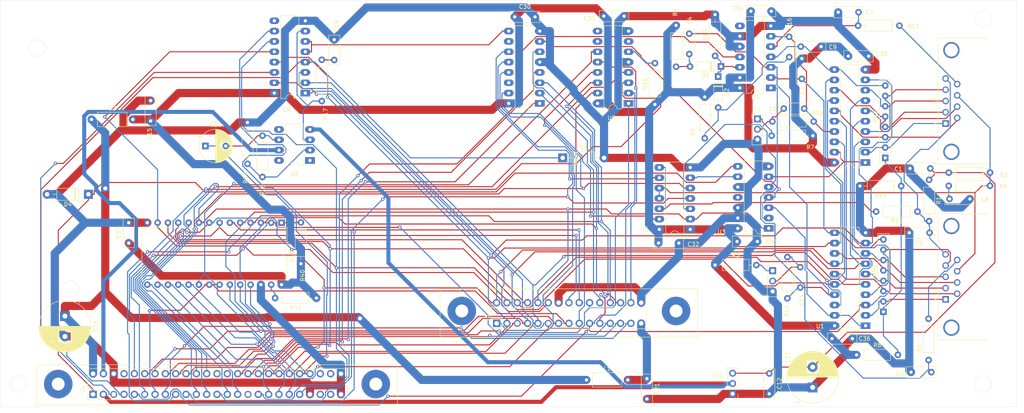
<source format=kicad_pcb>
(kicad_pcb (version 20171130) (host pcbnew "(5.1.5)-3")
  (layers (0 F.Cu signal) (31 B.Cu signal) (34 B.Paste user) (35 F.Paste user) (36 B.SilkS user) (37 F.SilkS user) (38 B.Mask user) (39 F.Mask user) (44 Edge.Cuts user))
  (net 0 "")
  (net 1 GND)
  (net 2 "Net-(C1-Pad1)")
  (net 3 COL_JOY5)
  (net 4 "Net-(C3-Pad1)")
  (net 5 "Net-(C4-Pad2)")
  (net 6 "Net-(C14-Pad1)")
  (net 7 "Net-(C5-Pad2)")
  (net 8 "Net-(C6-Pad1)")
  (net 9 "Net-(C7-Pad2)")
  (net 10 "Net-(C8-Pad2)")
  (net 11 "Net-(C16-Pad1)")
  (net 12 "Net-(C9-Pad1)")
  (net 13 "Net-(C14-Pad2)")
  (net 14 "Net-(C16-Pad2)")
  (net 15 "Net-(C19-Pad1)")
  (net 16 "Net-(C20-Pad2)")
  (net 17 CSOUND)
  (net 18 5V)
  (net 19 "Net-(D1-Pad1)")
  (net 20 _WAIT)
  (net 21 _CNTRL2)
  (net 22 "Net-(J1-Pad9)")
  (net 23 COL_JOY8)
  (net 24 "Net-(J1-Pad7)")
  (net 25 "Net-(J1-Pad6)")
  (net 26 "Net-(J1-Pad4)")
  (net 27 "Net-(J1-Pad3)")
  (net 28 "Net-(J1-Pad2)")
  (net 29 "Net-(J1-Pad1)")
  (net 30 "Net-(J2-Pad9)")
  (net 31 "Net-(J2-Pad7)")
  (net 32 "Net-(J2-Pad6)")
  (net 33 "Net-(J2-Pad4)")
  (net 34 "Net-(J2-Pad3)")
  (net 35 "Net-(J2-Pad2)")
  (net 36 "Net-(J2-Pad1)")
  (net 37 A8)
  (net 38 CS_E000)
  (net 39 A9)
  (net 40 A7)
  (net 41 A12)
  (net 42 A6)
  (net 43 CS_A000)
  (net 44 A5)
  (net 45 A14)
  (net 46 A13)
  (net 47 CS_8000)
  (net 48 A4)
  (net 49 A10)
  (net 50 A3)
  (net 51 A11)
  (net 52 D7)
  (net 53 A2)
  (net 54 D6)
  (net 55 A1)
  (net 56 D5)
  (net 57 A0)
  (net 58 D4)
  (net 59 D0)
  (net 60 D3)
  (net 61 D1)
  (net 62 CS_C000)
  (net 63 D2)
  (net 64 _RAMDIS)
  (net 65 _INT)
  (net 66 _IORQ)
  (net 67 _MREQ)
  (net 68 _WR)
  (net 69 _EXCSW)
  (net 70 _EXCSR)
  (net 71 A15)
  (net 72 CLK)
  (net 73 MINUS12V)
  (net 74 12V)
  (net 75 "Net-(R3-Pad2)")
  (net 76 "Net-(R7-Pad2)")
  (net 77 "Net-(R10-Pad1)")
  (net 78 "Net-(R15-Pad2)")
  (net 79 "Net-(R16-Pad2)")
  (net 80 "Net-(R17-Pad1)")
  (net 81 "Net-(R18-Pad1)")
  (net 82 J1_ENABLE)
  (net 83 J2_ENABLE)
  (net 84 "Net-(U3-Pad5)")
  (net 85 SKEN)
  (net 86 "Net-(U3-Pad9)")
  (net 87 "Net-(U5-Pad13)")
  (net 88 "Net-(U5-Pad9)")
  (net 89 "Net-(U7-Pad9)")
  (net 90 +5V)
  (net 91 5V_COL)
  (net 92 "Net-(R40-Pad2)")
  (net 93 "Net-(R41-Pad2)")
  (module Connector:COLECO_30_PIN_5_02 (layer F.Cu) (at 170.116 111.506 90)
    (fp_text reference J3 (at 1.27 -2.33 90) (layer F.SilkS))
    (fp_text value "COLECO cartridge slot")
    (pad "" thru_hole oval (at 3.046 44.1325 90) (size 7 7) (drill 3.18) (layers *.Cu *.Mask))
    (pad "" thru_hole oval (at 3.046 -8.5725 90) (size 7 7) (drill 3.18) (layers *.Cu *.Mask))
    (pad 29 thru_hole oval (at 5.08 35.56 90) (size 1.8 1.8) (drill 1.1) (layers *.Cu *.Mask) (net 1 GND))
    (pad 30 thru_hole oval (at 0 35.56 90) (size 1.8 1.8) (drill 1.1) (layers *.Cu *.Mask) (net 91 5V_COL))
    (pad 27 thru_hole oval (at 5.08 33.02 90) (size 1.8 1.8) (drill 1.1) (layers *.Cu *.Mask) (net 38 CS_E000))
    (pad 28 thru_hole oval (at 0 33.02 90) (size 1.8 1.8) (drill 1.1) (layers *.Cu *.Mask) (net 37 A8))
    (pad 25 thru_hole oval (at 5.08 30.48 90) (size 1.8 1.8) (drill 1.1) (layers *.Cu *.Mask) (net 40 A7))
    (pad 26 thru_hole oval (at 0 30.48 90) (size 1.8 1.8) (drill 1.1) (layers *.Cu *.Mask) (net 39 A9))
    (pad 23 thru_hole oval (at 5.08 27.94 90) (size 1.8 1.8) (drill 1.1) (layers *.Cu *.Mask) (net 42 A6))
    (pad 24 thru_hole oval (at 0 27.94 90) (size 1.8 1.8) (drill 1.1) (layers *.Cu *.Mask) (net 41 A12))
    (pad 21 thru_hole oval (at 5.08 25.4 90) (size 1.8 1.8) (drill 1.1) (layers *.Cu *.Mask) (net 44 A5))
    (pad 22 thru_hole oval (at 0 25.4 90) (size 1.8 1.8) (drill 1.1) (layers *.Cu *.Mask) (net 43 CS_A000))
    (pad 19 thru_hole oval (at 5.08 22.86 90) (size 1.8 1.8) (drill 1.1) (layers *.Cu *.Mask) (net 46 A13))
    (pad 20 thru_hole oval (at 0 22.86 90) (size 1.8 1.8) (drill 1.1) (layers *.Cu *.Mask) (net 45 A14))
    (pad 17 thru_hole oval (at 5.08 20.32 90) (size 1.8 1.8) (drill 1.1) (layers *.Cu *.Mask) (net 48 A4))
    (pad 18 thru_hole oval (at 0 20.32 90) (size 1.8 1.8) (drill 1.1) (layers *.Cu *.Mask) (net 47 CS_8000))
    (pad 15 thru_hole oval (at 5.08 17.78 90) (size 1.8 1.8) (drill 1.1) (layers *.Cu *.Mask) (net 50 A3))
    (pad 16 thru_hole oval (at 0 17.78 90) (size 1.8 1.8) (drill 1.1) (layers *.Cu *.Mask) (net 49 A10))
    (pad 13 thru_hole oval (at 5.08 15.24 90) (size 1.8 1.8) (drill 1.1) (layers *.Cu *.Mask) (net 1 GND))
    (pad 14 thru_hole oval (at 0 15.24 90) (size 1.8 1.8) (drill 1.1) (layers *.Cu *.Mask) (net 51 A11))
    (pad 11 thru_hole oval (at 5.08 12.7 90) (size 1.8 1.8) (drill 1.1) (layers *.Cu *.Mask) (net 53 A2))
    (pad 12 thru_hole oval (at 0 12.7 90) (size 1.7 1.7) (drill 1.1) (layers *.Cu *.Mask) (net 52 D7))
    (pad 9 thru_hole oval (at 5.08 10.16 90) (size 1.8 1.8) (drill 1.1) (layers *.Cu *.Mask) (net 55 A1))
    (pad 10 thru_hole oval (at 0 10.16 90) (size 1.8 1.8) (drill 1.1) (layers *.Cu *.Mask) (net 54 D6))
    (pad 7 thru_hole oval (at 5.08 7.62 90) (size 1.8 1.8) (drill 1.1) (layers *.Cu *.Mask) (net 57 A0))
    (pad 8 thru_hole oval (at 0 7.62 90) (size 1.8 1.8) (drill 1.1) (layers *.Cu *.Mask) (net 56 D5))
    (pad 5 thru_hole oval (at 5.08 5.08 90) (size 1.8 1.8) (drill 1.1) (layers *.Cu *.Mask) (net 59 D0))
    (pad 6 thru_hole oval (at 0 5.08 90) (size 1.7 1.7) (drill 1.1) (layers *.Cu *.Mask) (net 58 D4))
    (pad 3 thru_hole oval (at 5.08 2.54 90) (size 1.8 1.8) (drill 1.1) (layers *.Cu *.Mask) (net 61 D1))
    (pad 4 thru_hole oval (at 0 2.54 90) (size 1.8 1.8) (drill 1.1) (layers *.Cu *.Mask) (net 60 D3))
    (pad 1 thru_hole oval (at 5.08 0 90) (size 1.8 1.8) (drill 1.1) (layers *.Cu *.Mask) (net 63 D2))
    (pad 2 thru_hole rect (at 0 0 90) (size 1.8 1.8) (drill 1.1) (layers *.Cu *.Mask) (net 62 CS_C000))
  )
  (module Resistor_THT:R_Axial_DIN0207_L6.3mm_D2.5mm_P10.16mm_Horizontal (layer F.Cu) (at 125.794 105.283 180)
    (fp_text reference R41 (at 5.08 -2.37) (layer F.SilkS))
    (fp_text value 10K)
    (pad 2 thru_hole oval (at 10.16 0 180) (size 1.6 1.6) (drill 0.8) (layers *.Cu *.Mask) (net 93 "Net-(R41-Pad2)"))
    (pad 1 thru_hole circle (at 0 0 180) (size 1.6 1.6) (drill 0.8) (layers *.Cu *.Mask) (net 90 +5V))
  )
  (module Resistor_THT:R_Axial_DIN0207_L6.3mm_D2.5mm_P10.16mm_Horizontal (layer F.Cu) (at 121.984 96.8375 90)
    (fp_text reference R40 (at -2.921 0.381 90) (layer F.SilkS))
    (fp_text value 10K)
    (pad 2 thru_hole oval (at 10.16 0 90) (size 1.6 1.6) (drill 0.8) (layers *.Cu *.Mask) (net 92 "Net-(R40-Pad2)"))
    (pad 1 thru_hole circle (at 0 0 90) (size 1.6 1.6) (drill 0.8) (layers *.Cu *.Mask) (net 90 +5V))
  )
  (module Capacitor_THT:C_Disc_D7.0mm_W2.5mm_P5.00mm (layer F.Cu) (at 79.629 91.7575 90)
    (fp_text reference C37 (at 2.5 -2.5 90) (layer F.SilkS))
    (fp_text value 100nf)
    (pad 2 thru_hole circle (at 5 0 90) (size 1.6 1.6) (drill 0.8) (layers *.Cu *.Mask) (net 1 GND))
    (pad 1 thru_hole circle (at 0 0 90) (size 1.6 1.6) (drill 0.8) (layers *.Cu *.Mask) (net 90 +5V))
  )
  (module Capacitor_THT:C_Disc_D7.0mm_W2.5mm_P5.00mm (layer F.Cu) (at 252.603 115.252)
    (fp_text reference C36 (at 8.001 0.0005) (layer F.SilkS))
    (fp_text value 100nf)
    (pad 2 thru_hole circle (at 5 0) (size 1.6 1.6) (drill 0.8) (layers *.Cu *.Mask) (net 1 GND))
    (pad 1 thru_hole circle (at 0 0) (size 1.6 1.6) (drill 0.8) (layers *.Cu *.Mask) (net 90 +5V))
  )
  (module Capacitor_THT:C_Disc_D7.0mm_W2.5mm_P5.00mm (layer F.Cu) (at 256.604 45.7835)
    (fp_text reference C35 (at 8.2545 -0.508) (layer F.SilkS))
    (fp_text value 100nf)
    (pad 2 thru_hole circle (at 5 0) (size 1.6 1.6) (drill 0.8) (layers *.Cu *.Mask) (net 1 GND))
    (pad 1 thru_hole circle (at 0 0) (size 1.6 1.6) (drill 0.8) (layers *.Cu *.Mask) (net 90 +5V))
  )
  (module Capacitor_THT:C_Disc_D7.0mm_W2.5mm_P5.00mm (layer F.Cu) (at 232.664 34.7345)
    (fp_text reference C34 (at -3.302 -0.6985) (layer F.SilkS))
    (fp_text value 100nf)
    (pad 2 thru_hole circle (at 5 0) (size 1.6 1.6) (drill 0.8) (layers *.Cu *.Mask) (net 1 GND))
    (pad 1 thru_hole circle (at 0 0) (size 1.6 1.6) (drill 0.8) (layers *.Cu *.Mask) (net 90 +5V))
  )
  (module Capacitor_THT:C_Disc_D7.0mm_W2.5mm_P5.00mm (layer F.Cu) (at 229.235 91.3765)
    (fp_text reference C33 (at 8.509 0.1905) (layer F.SilkS))
    (fp_text value 100nf)
    (pad 2 thru_hole circle (at 5 0) (size 1.6 1.6) (drill 0.8) (layers *.Cu *.Mask) (net 1 GND))
    (pad 1 thru_hole circle (at 0 0) (size 1.6 1.6) (drill 0.8) (layers *.Cu *.Mask) (net 90 +5V))
  )
  (module Capacitor_THT:C_Disc_D7.0mm_W2.5mm_P5.00mm (layer F.Cu) (at 209.931 91.7575)
    (fp_text reference C32 (at 8.5725 0.3175) (layer F.SilkS))
    (fp_text value 100nf)
    (pad 2 thru_hole circle (at 5 0) (size 1.6 1.6) (drill 0.8) (layers *.Cu *.Mask) (net 1 GND))
    (pad 1 thru_hole circle (at 0 0) (size 1.6 1.6) (drill 0.8) (layers *.Cu *.Mask) (net 90 +5V))
  )
  (module Capacitor_THT:C_Disc_D7.0mm_W2.5mm_P5.00mm (layer F.Cu) (at 196.469 35.941)
    (fp_text reference C31 (at -3.4925 0.5715) (layer F.SilkS))
    (fp_text value 100nf)
    (pad 2 thru_hole circle (at 5 0) (size 1.6 1.6) (drill 0.8) (layers *.Cu *.Mask) (net 1 GND))
    (pad 1 thru_hole circle (at 0 0) (size 1.6 1.6) (drill 0.8) (layers *.Cu *.Mask) (net 90 +5V))
  )
  (module Capacitor_THT:C_Disc_D7.0mm_W2.5mm_P5.00mm (layer F.Cu) (at 174.562 36.1315)
    (fp_text reference C30 (at 2.5 -2.5) (layer F.SilkS))
    (fp_text value 100nf)
    (pad 2 thru_hole circle (at 5 0) (size 1.6 1.6) (drill 0.8) (layers *.Cu *.Mask) (net 1 GND))
    (pad 1 thru_hole circle (at 0 0) (size 1.6 1.6) (drill 0.8) (layers *.Cu *.Mask) (net 90 +5V))
  )
  (module Capacitor_THT:CP_Radial_D8.0mm_P5.00mm (layer F.Cu) (at 98.4885 67.8815)
    (fp_text reference C20 (at 2.5 -5.25) (layer F.SilkS))
    (fp_text value 4.7uf/16v)
    (pad 2 thru_hole circle (at 5 0) (size 1.6 1.6) (drill 0.8) (layers *.Cu *.Mask) (net 16 "Net-(C20-Pad2)"))
    (pad 1 thru_hole rect (at 0 0) (size 1.6 1.6) (drill 0.8) (layers *.Cu *.Mask) (net 17 CSOUND))
  )
  (module Capacitor_THT:C_Disc_D7.0mm_W2.5mm_P5.00mm (layer F.Cu) (at 207.074 125.095 270)
    (fp_text reference C21 (at 2.5 -2.5 90) (layer F.SilkS))
    (fp_text value 2.2uf)
    (pad 2 thru_hole circle (at 5 0 270) (size 1.6 1.6) (drill 0.8) (layers *.Cu *.Mask) (net 1 GND))
    (pad 1 thru_hole circle (at 0 0 270) (size 1.6 1.6) (drill 0.8) (layers *.Cu *.Mask) (net 91 5V_COL))
  )
  (module Capacitor_THT:C_Disc_D7.0mm_W2.5mm_P5.00mm (layer F.Cu) (at 130.175 46.736 90)
    (fp_text reference C19 (at 8.382 0.5715 90) (layer F.SilkS))
    (fp_text value 100nf)
    (pad 2 thru_hole circle (at 5 0 90) (size 1.6 1.6) (drill 0.8) (layers *.Cu *.Mask) (net 1 GND))
    (pad 1 thru_hole circle (at 0 0 90) (size 1.6 1.6) (drill 0.8) (layers *.Cu *.Mask) (net 15 "Net-(C19-Pad1)"))
  )
  (module Capacitor_THT:C_Disc_D7.0mm_W2.5mm_P5.00mm (layer F.Cu) (at 242.062 41.021 270)
    (fp_text reference C16 (at -3.2385 -0.0635 90) (layer F.SilkS))
    (fp_text value 10nF)
    (pad 2 thru_hole circle (at 5 0 270) (size 1.6 1.6) (drill 0.8) (layers *.Cu *.Mask) (net 14 "Net-(C16-Pad2)"))
    (pad 1 thru_hole circle (at 0 0 270) (size 1.6 1.6) (drill 0.8) (layers *.Cu *.Mask) (net 11 "Net-(C16-Pad1)"))
  )
  (module Capacitor_THT:C_Disc_D7.0mm_W2.5mm_P5.00mm (layer F.Cu) (at 85.0265 61.722 90)
    (fp_text reference C15 (at -3.175 -0.254 90) (layer F.SilkS))
    (fp_text value 2.2uf)
    (pad 2 thru_hole circle (at 5 0 90) (size 1.6 1.6) (drill 0.8) (layers *.Cu *.Mask) (net 1 GND))
    (pad 1 thru_hole circle (at 0 0 90) (size 1.6 1.6) (drill 0.8) (layers *.Cu *.Mask) (net 90 +5V))
  )
  (module Capacitor_THT:C_Disc_D7.0mm_W2.5mm_P5.00mm (layer F.Cu) (at 244.792 102.68 90)
    (fp_text reference C14 (at -3.111 0.3815 90) (layer F.SilkS))
    (fp_text value 100pF)
    (pad 2 thru_hole circle (at 5 0 90) (size 1.6 1.6) (drill 0.8) (layers *.Cu *.Mask) (net 13 "Net-(C14-Pad2)"))
    (pad 1 thru_hole circle (at 0 0 90) (size 1.6 1.6) (drill 0.8) (layers *.Cu *.Mask) (net 6 "Net-(C14-Pad1)"))
  )
  (module Capacitor_THT:C_Disc_D7.0mm_W2.5mm_P5.00mm (layer F.Cu) (at 237.172 123.825 270)
    (fp_text reference C12 (at 2.4765 -2.5 90) (layer F.SilkS))
    (fp_text value 100nF)
    (pad 2 thru_hole circle (at 5 0 270) (size 1.6 1.6) (drill 0.8) (layers *.Cu *.Mask) (net 1 GND))
    (pad 1 thru_hole circle (at 0 0 270) (size 1.6 1.6) (drill 0.8) (layers *.Cu *.Mask) (net 2 "Net-(C1-Pad1)"))
  )
  (module Capacitor_THT:C_Disc_D7.0mm_W2.5mm_P5.00mm (layer F.Cu) (at 244.92 43.434)
    (fp_text reference C9 (at 7.8735 0.127) (layer F.SilkS))
    (fp_text value 1nF)
    (pad 2 thru_hole circle (at 5 0) (size 1.6 1.6) (drill 0.8) (layers *.Cu *.Mask) (net 90 +5V))
    (pad 1 thru_hole circle (at 0 0) (size 1.6 1.6) (drill 0.8) (layers *.Cu *.Mask) (net 12 "Net-(C9-Pad1)"))
  )
  (module Capacitor_THT:C_Disc_D7.0mm_W2.5mm_P5.00mm (layer F.Cu) (at 245.745 58.674 180)
    (fp_text reference C8 (at 7.6835 -0.0635) (layer F.SilkS))
    (fp_text value 100pF)
    (pad 2 thru_hole circle (at 5 0 180) (size 1.6 1.6) (drill 0.8) (layers *.Cu *.Mask) (net 10 "Net-(C8-Pad2)"))
    (pad 1 thru_hole circle (at 0 0 180) (size 1.6 1.6) (drill 0.8) (layers *.Cu *.Mask) (net 11 "Net-(C16-Pad1)"))
  )
  (module Capacitor_THT:C_Disc_D7.0mm_W2.5mm_P5.00mm (layer F.Cu) (at 254.127 34.9885)
    (fp_text reference C7 (at 7.747 0) (layer F.SilkS))
    (fp_text value 100nf)
    (pad 2 thru_hole circle (at 5 0) (size 1.6 1.6) (drill 0.8) (layers *.Cu *.Mask) (net 9 "Net-(C7-Pad2)"))
    (pad 1 thru_hole circle (at 0 0) (size 1.6 1.6) (drill 0.8) (layers *.Cu *.Mask) (net 1 GND))
  )
  (module Capacitor_THT:C_Disc_D7.0mm_W2.5mm_P5.00mm (layer F.Cu) (at 281.496 80.899)
    (fp_text reference C6 (at 8.7625 0.127) (layer F.SilkS))
    (fp_text value 10nf)
    (pad 2 thru_hole circle (at 5 0) (size 1.6 1.6) (drill 0.8) (layers *.Cu *.Mask) (net 1 GND))
    (pad 1 thru_hole circle (at 0 0) (size 1.6 1.6) (drill 0.8) (layers *.Cu *.Mask) (net 8 "Net-(C6-Pad1)"))
  )
  (module Capacitor_THT:C_Disc_D7.0mm_W2.5mm_P5.00mm (layer F.Cu) (at 272.034 123.508)
    (fp_text reference C5 (at -2.7305 0.317) (layer F.SilkS))
    (fp_text value 100nf)
    (pad 2 thru_hole circle (at 5 0) (size 1.6 1.6) (drill 0.8) (layers *.Cu *.Mask) (net 7 "Net-(C5-Pad2)"))
    (pad 1 thru_hole circle (at 0 0) (size 1.6 1.6) (drill 0.8) (layers *.Cu *.Mask) (net 1 GND))
  )
  (module Capacitor_THT:C_Disc_D7.0mm_W2.5mm_P5.00mm (layer F.Cu) (at 217.488 40.259 270)
    (fp_text reference C4 (at -3.2385 -0.19 90) (layer F.SilkS))
    (fp_text value 10nF)
    (pad 2 thru_hole circle (at 5 0 270) (size 1.6 1.6) (drill 0.8) (layers *.Cu *.Mask) (net 5 "Net-(C4-Pad2)"))
    (pad 1 thru_hole circle (at 0 0 270) (size 1.6 1.6) (drill 0.8) (layers *.Cu *.Mask) (net 6 "Net-(C14-Pad1)"))
  )
  (module Capacitor_THT:C_Disc_D7.0mm_W2.5mm_P5.00mm (layer F.Cu) (at 245.174 51.3715 90)
    (fp_text reference C3 (at -2.921 0.063 90) (layer F.SilkS))
    (fp_text value 1nF)
    (pad 2 thru_hole circle (at 5 0 90) (size 1.6 1.6) (drill 0.8) (layers *.Cu *.Mask) (net 90 +5V))
    (pad 1 thru_hole circle (at 0 0 90) (size 1.6 1.6) (drill 0.8) (layers *.Cu *.Mask) (net 4 "Net-(C3-Pad1)"))
  )
  (module Capacitor_THT:C_Disc_D7.0mm_W2.5mm_P5.00mm (layer F.Cu) (at 276.606 89.2175 180)
    (fp_text reference C2 (at 2.5 -2.5) (layer F.SilkS))
    (fp_text value 10nf)
    (pad 2 thru_hole circle (at 5 0 180) (size 1.6 1.6) (drill 0.8) (layers *.Cu *.Mask) (net 1 GND))
    (pad 1 thru_hole circle (at 0 0 180) (size 1.6 1.6) (drill 0.8) (layers *.Cu *.Mask) (net 3 COL_JOY5))
  )
  (module Capacitor_THT:C_Disc_D7.0mm_W2.5mm_P5.00mm (layer F.Cu) (at 276.78 73.406 180)
    (fp_text reference C1 (at 7.8575 -0.127) (layer F.SilkS))
    (fp_text value 100nf)
    (pad 2 thru_hole circle (at 5 0 180) (size 1.6 1.6) (drill 0.8) (layers *.Cu *.Mask) (net 1 GND))
    (pad 1 thru_hole circle (at 0 0 180) (size 1.6 1.6) (drill 0.8) (layers *.Cu *.Mask) (net 2 "Net-(C1-Pad1)"))
  )
  (module Connector:SVI_50PIN (layer F.Cu) (at 70.866 128.968 90)
    (fp_text reference J4 (at 1.27 -2.33 90) (layer F.SilkS))
    (fp_text value "SVI external bus connector")
    (pad "" thru_hole oval (at 2.54 69.5325 90) (size 7 7) (drill 3.18) (layers *.Cu *.Mask))
    (pad "" thru_hole oval (at 2.54 -8.5725 90) (size 7 7) (drill 3.18) (layers *.Cu *.Mask))
    (pad 49 thru_hole oval (at 5.08 60.96 90) (size 1.8 1.8) (drill 1.1) (layers *.Cu *.Mask) (net 1 GND))
    (pad 50 thru_hole oval (at 0 60.96 90) (size 1.8 1.8) (drill 1.1) (layers *.Cu *.Mask) (net 1 GND))
    (pad 47 thru_hole oval (at 5.08 58.42 90) (size 1.8 1.8) (drill 1.1) (layers *.Cu *.Mask))
    (pad 48 thru_hole oval (at 0 58.42 90) (size 1.8 1.8) (drill 1.1) (layers *.Cu *.Mask))
    (pad 45 thru_hole oval (at 5.08 55.88 90) (size 1.8 1.8) (drill 1.1) (layers *.Cu *.Mask))
    (pad 46 thru_hole oval (at 0 55.88 90) (size 1.8 1.8) (drill 1.1) (layers *.Cu *.Mask))
    (pad 43 thru_hole oval (at 5.08 53.34 90) (size 1.8 1.8) (drill 1.1) (layers *.Cu *.Mask) (net 64 _RAMDIS))
    (pad 44 thru_hole oval (at 0 53.34 90) (size 1.8 1.8) (drill 1.1) (layers *.Cu *.Mask) (net 1 GND))
    (pad 41 thru_hole oval (at 5.08 50.8 90) (size 1.8 1.8) (drill 1.1) (layers *.Cu *.Mask) (net 17 CSOUND))
    (pad 42 thru_hole oval (at 0 50.8 90) (size 1.8 1.8) (drill 1.1) (layers *.Cu *.Mask) (net 65 _INT))
    (pad 39 thru_hole oval (at 5.08 48.26 90) (size 1.8 1.8) (drill 1.1) (layers *.Cu *.Mask) (net 54 D6))
    (pad 40 thru_hole oval (at 0 48.26 90) (size 1.8 1.8) (drill 1.1) (layers *.Cu *.Mask) (net 52 D7))
    (pad 37 thru_hole oval (at 5.08 45.72 90) (size 1.8 1.8) (drill 1.1) (layers *.Cu *.Mask) (net 58 D4))
    (pad 38 thru_hole oval (at 0 45.72 90) (size 1.8 1.8) (drill 1.1) (layers *.Cu *.Mask) (net 56 D5))
    (pad 35 thru_hole oval (at 5.08 43.18 90) (size 1.8 1.8) (drill 1.1) (layers *.Cu *.Mask) (net 63 D2))
    (pad 36 thru_hole oval (at 0 43.18 90) (size 1.8 1.8) (drill 1.1) (layers *.Cu *.Mask) (net 60 D3))
    (pad 33 thru_hole oval (at 5.08 40.64 90) (size 1.8 1.8) (drill 1.1) (layers *.Cu *.Mask) (net 59 D0))
    (pad 34 thru_hole oval (at 0 40.64 90) (size 1.8 1.8) (drill 1.1) (layers *.Cu *.Mask) (net 61 D1))
    (pad 31 thru_hole oval (at 5.08 38.1 90) (size 1.8 1.8) (drill 1.1) (layers *.Cu *.Mask) (net 66 _IORQ))
    (pad 32 thru_hole oval (at 0 38.1 90) (size 1.7 1.7) (drill 1.1) (layers *.Cu *.Mask))
    (pad 29 thru_hole oval (at 5.08 35.56 90) (size 1.8 1.8) (drill 1.1) (layers *.Cu *.Mask) (net 68 _WR))
    (pad 30 thru_hole oval (at 0 35.56 90) (size 1.8 1.8) (drill 1.1) (layers *.Cu *.Mask) (net 67 _MREQ))
    (pad 27 thru_hole oval (at 5.08 33.02 90) (size 1.8 1.8) (drill 1.1) (layers *.Cu *.Mask))
    (pad 28 thru_hole oval (at 0 33.02 90) (size 1.8 1.8) (drill 1.1) (layers *.Cu *.Mask) (net 69 _EXCSW))
    (pad 25 thru_hole oval (at 5.08 30.48 90) (size 1.8 1.8) (drill 1.1) (layers *.Cu *.Mask))
    (pad 26 thru_hole oval (at 0 30.48 90) (size 1.8 1.8) (drill 1.1) (layers *.Cu *.Mask) (net 70 _EXCSR))
    (pad 23 thru_hole oval (at 5.08 27.94 90) (size 1.8 1.8) (drill 1.1) (layers *.Cu *.Mask) (net 55 A1))
    (pad 24 thru_hole oval (at 0 27.94 90) (size 1.8 1.8) (drill 1.1) (layers *.Cu *.Mask) (net 57 A0))
    (pad 21 thru_hole oval (at 5.08 25.4 90) (size 1.8 1.8) (drill 1.1) (layers *.Cu *.Mask) (net 50 A3))
    (pad 22 thru_hole oval (at 0 25.4 90) (size 1.8 1.8) (drill 1.1) (layers *.Cu *.Mask) (net 53 A2))
    (pad 19 thru_hole oval (at 5.08 22.86 90) (size 1.8 1.8) (drill 1.1) (layers *.Cu *.Mask) (net 44 A5))
    (pad 20 thru_hole oval (at 0 22.86 90) (size 1.8 1.8) (drill 1.1) (layers *.Cu *.Mask) (net 48 A4))
    (pad 17 thru_hole oval (at 5.08 20.32 90) (size 1.8 1.8) (drill 1.1) (layers *.Cu *.Mask) (net 40 A7))
    (pad 18 thru_hole oval (at 0 20.32 90) (size 1.8 1.8) (drill 1.1) (layers *.Cu *.Mask) (net 42 A6))
    (pad 15 thru_hole oval (at 5.08 17.78 90) (size 1.8 1.8) (drill 1.1) (layers *.Cu *.Mask) (net 39 A9))
    (pad 16 thru_hole oval (at 0 17.78 90) (size 1.8 1.8) (drill 1.1) (layers *.Cu *.Mask) (net 37 A8))
    (pad 13 thru_hole oval (at 5.08 15.24 90) (size 1.8 1.8) (drill 1.1) (layers *.Cu *.Mask) (net 51 A11))
    (pad 14 thru_hole oval (at 0 15.24 90) (size 1.8 1.8) (drill 1.1) (layers *.Cu *.Mask) (net 49 A10))
    (pad 11 thru_hole oval (at 5.08 12.7 90) (size 1.8 1.8) (drill 1.1) (layers *.Cu *.Mask) (net 46 A13))
    (pad 12 thru_hole oval (at 0 12.7 90) (size 1.7 1.7) (drill 1.1) (layers *.Cu *.Mask) (net 41 A12))
    (pad 9 thru_hole oval (at 5.08 10.16 90) (size 1.8 1.8) (drill 1.1) (layers *.Cu *.Mask) (net 71 A15))
    (pad 10 thru_hole oval (at 0 10.16 90) (size 1.8 1.8) (drill 1.1) (layers *.Cu *.Mask) (net 45 A14))
    (pad 7 thru_hole oval (at 5.08 7.62 90) (size 1.8 1.8) (drill 1.1) (layers *.Cu *.Mask))
    (pad 8 thru_hole oval (at 0 7.62 90) (size 1.8 1.8) (drill 1.1) (layers *.Cu *.Mask) (net 72 CLK))
    (pad 5 thru_hole oval (at 5.08 5.08 90) (size 1.8 1.8) (drill 1.1) (layers *.Cu *.Mask) (net 1 GND))
    (pad 6 thru_hole oval (at 0 5.08 90) (size 1.7 1.7) (drill 1.1) (layers *.Cu *.Mask) (net 20 _WAIT))
    (pad 3 thru_hole oval (at 5.08 2.54 90) (size 1.8 1.8) (drill 1.1) (layers *.Cu *.Mask) (net 74 12V))
    (pad 4 thru_hole oval (at 0 2.54 90) (size 1.8 1.8) (drill 1.1) (layers *.Cu *.Mask) (net 73 MINUS12V))
    (pad 1 thru_hole oval (at 5.08 0 90) (size 1.8 1.8) (drill 1.1) (layers *.Cu *.Mask) (net 18 5V))
    (pad 2 thru_hole rect (at 0 0 90) (size 1.8 1.8) (drill 1.1) (layers *.Cu *.Mask) (net 21 _CNTRL2))
  )
  (module Connector_PinHeader_2.54mm:PinHeader_1x03_P2.54mm_Vertical (layer F.Cu) (at 228.156 128.842 180)
    (fp_text reference U11 (at 3.81 4.5085) (layer F.SilkS))
    (fp_text value L79L05)
    (pad 3 thru_hole oval (at 0 5.08 180) (size 1.7 1.7) (drill 1) (layers *.Cu *.Mask) (net 2 "Net-(C1-Pad1)"))
    (pad 2 thru_hole oval (at 0 2.54 180) (size 1.7 1.7) (drill 1) (layers *.Cu *.Mask) (net 73 MINUS12V))
    (pad 1 thru_hole rect (at 0 0 180) (size 1.7 1.7) (drill 1) (layers *.Cu *.Mask) (net 1 GND))
  )
  (module Package_DIP:DIP-28_W15.24mm (layer F.Cu) (at 117.221 86.741 270)
    (fp_text reference U10 (at 8.3185 -2.413 90) (layer F.SilkS))
    (fp_text value 27C256)
    (pad 28 thru_hole oval (at 15.24 0 270) (size 1.6 1.6) (drill 0.8) (layers *.Cu *.Mask) (net 90 +5V))
    (pad 14 thru_hole oval (at 0 33.02 270) (size 1.6 1.6) (drill 0.8) (layers *.Cu *.Mask) (net 1 GND))
    (pad 27 thru_hole oval (at 15.24 2.54 270) (size 1.6 1.6) (drill 0.8) (layers *.Cu *.Mask) (net 93 "Net-(R41-Pad2)"))
    (pad 13 thru_hole oval (at 0 30.48 270) (size 1.6 1.6) (drill 0.8) (layers *.Cu *.Mask) (net 63 D2))
    (pad 26 thru_hole oval (at 15.24 5.08 270) (size 1.6 1.6) (drill 0.8) (layers *.Cu *.Mask) (net 1 GND))
    (pad 12 thru_hole oval (at 0 27.94 270) (size 1.6 1.6) (drill 0.8) (layers *.Cu *.Mask) (net 61 D1))
    (pad 25 thru_hole oval (at 15.24 7.62 270) (size 1.6 1.6) (drill 0.8) (layers *.Cu *.Mask) (net 37 A8))
    (pad 11 thru_hole oval (at 0 25.4 270) (size 1.6 1.6) (drill 0.8) (layers *.Cu *.Mask) (net 59 D0))
    (pad 24 thru_hole oval (at 15.24 10.16 270) (size 1.6 1.6) (drill 0.8) (layers *.Cu *.Mask) (net 39 A9))
    (pad 10 thru_hole oval (at 0 22.86 270) (size 1.6 1.6) (drill 0.8) (layers *.Cu *.Mask) (net 57 A0))
    (pad 23 thru_hole oval (at 15.24 12.7 270) (size 1.6 1.6) (drill 0.8) (layers *.Cu *.Mask) (net 51 A11))
    (pad 9 thru_hole oval (at 0 20.32 270) (size 1.6 1.6) (drill 0.8) (layers *.Cu *.Mask) (net 55 A1))
    (pad 22 thru_hole oval (at 15.24 15.24 270) (size 1.6 1.6) (drill 0.8) (layers *.Cu *.Mask) (net 64 _RAMDIS))
    (pad 8 thru_hole oval (at 0 17.78 270) (size 1.6 1.6) (drill 0.8) (layers *.Cu *.Mask) (net 53 A2))
    (pad 21 thru_hole oval (at 15.24 17.78 270) (size 1.6 1.6) (drill 0.8) (layers *.Cu *.Mask) (net 49 A10))
    (pad 7 thru_hole oval (at 0 15.24 270) (size 1.6 1.6) (drill 0.8) (layers *.Cu *.Mask) (net 50 A3))
    (pad 20 thru_hole oval (at 15.24 20.32 270) (size 1.6 1.6) (drill 0.8) (layers *.Cu *.Mask) (net 64 _RAMDIS))
    (pad 6 thru_hole oval (at 0 12.7 270) (size 1.6 1.6) (drill 0.8) (layers *.Cu *.Mask) (net 48 A4))
    (pad 19 thru_hole oval (at 15.24 22.86 270) (size 1.6 1.6) (drill 0.8) (layers *.Cu *.Mask) (net 52 D7))
    (pad 5 thru_hole oval (at 0 10.16 270) (size 1.6 1.6) (drill 0.8) (layers *.Cu *.Mask) (net 44 A5))
    (pad 18 thru_hole oval (at 15.24 25.4 270) (size 1.6 1.6) (drill 0.8) (layers *.Cu *.Mask) (net 54 D6))
    (pad 4 thru_hole oval (at 0 7.62 270) (size 1.6 1.6) (drill 0.8) (layers *.Cu *.Mask) (net 42 A6))
    (pad 17 thru_hole oval (at 15.24 27.94 270) (size 1.6 1.6) (drill 0.8) (layers *.Cu *.Mask) (net 56 D5))
    (pad 3 thru_hole oval (at 0 5.08 270) (size 1.6 1.6) (drill 0.8) (layers *.Cu *.Mask) (net 40 A7))
    (pad 16 thru_hole oval (at 15.24 30.48 270) (size 1.6 1.6) (drill 0.8) (layers *.Cu *.Mask) (net 58 D4))
    (pad 2 thru_hole oval (at 0 2.54 270) (size 1.6 1.6) (drill 0.8) (layers *.Cu *.Mask) (net 41 A12))
    (pad 15 thru_hole oval (at 15.24 33.02 270) (size 1.6 1.6) (drill 0.8) (layers *.Cu *.Mask) (net 60 D3))
    (pad 1 thru_hole rect (at 0 0 270) (size 1.6 1.6) (drill 0.8) (layers *.Cu *.Mask) (net 92 "Net-(R40-Pad2)"))
  )
  (module Package_DIP:DIP-16_W7.62mm_LongPads (layer F.Cu) (at 123.063 54.864 180)
    (fp_text reference U9 (at 4.572 -4.1275) (layer F.SilkS))
    (fp_text value SN76489)
    (pad 16 thru_hole oval (at 7.62 0 180) (size 2.4 1.6) (drill 0.8) (layers *.Cu *.Mask) (net 90 +5V))
    (pad 8 thru_hole oval (at 0 17.78 180) (size 2.4 1.6) (drill 0.8) (layers *.Cu *.Mask) (net 1 GND))
    (pad 15 thru_hole oval (at 7.62 2.54 180) (size 2.4 1.6) (drill 0.8) (layers *.Cu *.Mask) (net 58 D4))
    (pad 7 thru_hole oval (at 0 15.24 180) (size 2.4 1.6) (drill 0.8) (layers *.Cu *.Mask) (net 80 "Net-(R17-Pad1)"))
    (pad 14 thru_hole oval (at 7.62 5.08 180) (size 2.4 1.6) (drill 0.8) (layers *.Cu *.Mask) (net 72 CLK))
    (pad 6 thru_hole oval (at 0 12.7 180) (size 2.4 1.6) (drill 0.8) (layers *.Cu *.Mask) (net 89 "Net-(U7-Pad9)"))
    (pad 13 thru_hole oval (at 7.62 7.62 180) (size 2.4 1.6) (drill 0.8) (layers *.Cu *.Mask) (net 60 D3))
    (pad 5 thru_hole oval (at 0 10.16 180) (size 2.4 1.6) (drill 0.8) (layers *.Cu *.Mask) (net 89 "Net-(U7-Pad9)"))
    (pad 12 thru_hole oval (at 7.62 10.16 180) (size 2.4 1.6) (drill 0.8) (layers *.Cu *.Mask) (net 63 D2))
    (pad 4 thru_hole oval (at 0 7.62 180) (size 2.4 1.6) (drill 0.8) (layers *.Cu *.Mask) (net 20 _WAIT))
    (pad 11 thru_hole oval (at 7.62 12.7 180) (size 2.4 1.6) (drill 0.8) (layers *.Cu *.Mask) (net 61 D1))
    (pad 3 thru_hole oval (at 0 5.08 180) (size 2.4 1.6) (drill 0.8) (layers *.Cu *.Mask) (net 52 D7))
    (pad 10 thru_hole oval (at 7.62 15.24 180) (size 2.4 1.6) (drill 0.8) (layers *.Cu *.Mask) (net 59 D0))
    (pad 2 thru_hole oval (at 0 2.54 180) (size 2.4 1.6) (drill 0.8) (layers *.Cu *.Mask) (net 54 D6))
    (pad 9 thru_hole oval (at 7.62 17.78 180) (size 2.4 1.6) (drill 0.8) (layers *.Cu *.Mask))
    (pad 1 thru_hole rect (at 0 0 180) (size 2.4 1.6) (drill 0.8) (layers *.Cu *.Mask) (net 56 D5))
  )
  (module Package_DIP:DIP-8_W7.62mm_LongPads (layer F.Cu) (at 124.206 71.4375 180)
    (fp_text reference U8 (at 3.81 -3.2385) (layer F.SilkS))
    (fp_text value LM741)
    (pad 8 thru_hole oval (at 7.62 0 180) (size 2.4 1.6) (drill 0.8) (layers *.Cu *.Mask))
    (pad 4 thru_hole oval (at 0 7.62 180) (size 2.4 1.6) (drill 0.8) (layers *.Cu *.Mask) (net 73 MINUS12V))
    (pad 7 thru_hole oval (at 7.62 2.54 180) (size 2.4 1.6) (drill 0.8) (layers *.Cu *.Mask) (net 74 12V))
    (pad 3 thru_hole oval (at 0 5.08 180) (size 2.4 1.6) (drill 0.8) (layers *.Cu *.Mask) (net 80 "Net-(R17-Pad1)"))
    (pad 6 thru_hole oval (at 7.62 5.08 180) (size 2.4 1.6) (drill 0.8) (layers *.Cu *.Mask) (net 16 "Net-(C20-Pad2)"))
    (pad 2 thru_hole oval (at 0 2.54 180) (size 2.4 1.6) (drill 0.8) (layers *.Cu *.Mask) (net 81 "Net-(R18-Pad1)"))
    (pad 5 thru_hole oval (at 7.62 7.62 180) (size 2.4 1.6) (drill 0.8) (layers *.Cu *.Mask))
    (pad 1 thru_hole rect (at 0 0 180) (size 2.4 1.6) (drill 0.8) (layers *.Cu *.Mask))
  )
  (module Package_DIP:DIP-16_W7.62mm_LongPads (layer F.Cu) (at 180.721 57.404 180)
    (fp_text reference U7 (at 4.5085 -4.445) (layer F.SilkS))
    (fp_text value 74LS138)
    (pad 16 thru_hole oval (at 7.62 0 180) (size 2.4 1.6) (drill 0.8) (layers *.Cu *.Mask) (net 90 +5V))
    (pad 8 thru_hole oval (at 0 17.78 180) (size 2.4 1.6) (drill 0.8) (layers *.Cu *.Mask) (net 1 GND))
    (pad 15 thru_hole oval (at 7.62 2.54 180) (size 2.4 1.6) (drill 0.8) (layers *.Cu *.Mask) (net 87 "Net-(U5-Pad13)"))
    (pad 7 thru_hole oval (at 0 15.24 180) (size 2.4 1.6) (drill 0.8) (layers *.Cu *.Mask) (net 85 SKEN))
    (pad 14 thru_hole oval (at 7.62 5.08 180) (size 2.4 1.6) (drill 0.8) (layers *.Cu *.Mask))
    (pad 6 thru_hole oval (at 0 12.7 180) (size 2.4 1.6) (drill 0.8) (layers *.Cu *.Mask) (net 40 A7))
    (pad 13 thru_hole oval (at 7.62 7.62 180) (size 2.4 1.6) (drill 0.8) (layers *.Cu *.Mask) (net 69 _EXCSW))
    (pad 5 thru_hole oval (at 0 10.16 180) (size 2.4 1.6) (drill 0.8) (layers *.Cu *.Mask) (net 1 GND))
    (pad 12 thru_hole oval (at 7.62 10.16 180) (size 2.4 1.6) (drill 0.8) (layers *.Cu *.Mask) (net 70 _EXCSR))
    (pad 4 thru_hole oval (at 0 7.62 180) (size 2.4 1.6) (drill 0.8) (layers *.Cu *.Mask) (net 66 _IORQ))
    (pad 11 thru_hole oval (at 7.62 12.7 180) (size 2.4 1.6) (drill 0.8) (layers *.Cu *.Mask) (net 88 "Net-(U5-Pad9)"))
    (pad 3 thru_hole oval (at 0 5.08 180) (size 2.4 1.6) (drill 0.8) (layers *.Cu *.Mask) (net 42 A6))
    (pad 10 thru_hole oval (at 7.62 15.24 180) (size 2.4 1.6) (drill 0.8) (layers *.Cu *.Mask))
    (pad 2 thru_hole oval (at 0 2.54 180) (size 2.4 1.6) (drill 0.8) (layers *.Cu *.Mask) (net 44 A5))
    (pad 9 thru_hole oval (at 7.62 17.78 180) (size 2.4 1.6) (drill 0.8) (layers *.Cu *.Mask) (net 89 "Net-(U7-Pad9)"))
    (pad 1 thru_hole rect (at 0 0 180) (size 2.4 1.6) (drill 0.8) (layers *.Cu *.Mask) (net 68 _WR))
  )
  (module Package_DIP:DIP-16_W7.62mm_LongPads (layer F.Cu) (at 202.565 57.404 180)
    (fp_text reference U6 (at 4.191 -3.556) (layer F.SilkS))
    (fp_text value 74LS138)
    (pad 16 thru_hole oval (at 7.62 0 180) (size 2.4 1.6) (drill 0.8) (layers *.Cu *.Mask) (net 90 +5V))
    (pad 8 thru_hole oval (at 0 17.78 180) (size 2.4 1.6) (drill 0.8) (layers *.Cu *.Mask) (net 1 GND))
    (pad 15 thru_hole oval (at 7.62 2.54 180) (size 2.4 1.6) (drill 0.8) (layers *.Cu *.Mask) (net 47 CS_8000))
    (pad 7 thru_hole oval (at 0 15.24 180) (size 2.4 1.6) (drill 0.8) (layers *.Cu *.Mask))
    (pad 14 thru_hole oval (at 7.62 5.08 180) (size 2.4 1.6) (drill 0.8) (layers *.Cu *.Mask) (net 43 CS_A000))
    (pad 6 thru_hole oval (at 0 12.7 180) (size 2.4 1.6) (drill 0.8) (layers *.Cu *.Mask) (net 79 "Net-(R16-Pad2)"))
    (pad 13 thru_hole oval (at 7.62 7.62 180) (size 2.4 1.6) (drill 0.8) (layers *.Cu *.Mask) (net 62 CS_C000))
    (pad 5 thru_hole oval (at 0 10.16 180) (size 2.4 1.6) (drill 0.8) (layers *.Cu *.Mask) (net 1 GND))
    (pad 12 thru_hole oval (at 7.62 10.16 180) (size 2.4 1.6) (drill 0.8) (layers *.Cu *.Mask) (net 38 CS_E000))
    (pad 4 thru_hole oval (at 0 7.62 180) (size 2.4 1.6) (drill 0.8) (layers *.Cu *.Mask) (net 67 _MREQ))
    (pad 11 thru_hole oval (at 7.62 12.7 180) (size 2.4 1.6) (drill 0.8) (layers *.Cu *.Mask) (net 64 _RAMDIS))
    (pad 3 thru_hole oval (at 0 5.08 180) (size 2.4 1.6) (drill 0.8) (layers *.Cu *.Mask) (net 71 A15))
    (pad 10 thru_hole oval (at 7.62 15.24 180) (size 2.4 1.6) (drill 0.8) (layers *.Cu *.Mask))
    (pad 2 thru_hole oval (at 0 2.54 180) (size 2.4 1.6) (drill 0.8) (layers *.Cu *.Mask) (net 45 A14))
    (pad 9 thru_hole oval (at 7.62 17.78 180) (size 2.4 1.6) (drill 0.8) (layers *.Cu *.Mask))
    (pad 1 thru_hole rect (at 0 0 180) (size 2.4 1.6) (drill 0.8) (layers *.Cu *.Mask) (net 46 A13))
  )
  (module Package_DIP:DIP-14_W7.62mm_LongPads (layer F.Cu) (at 217.742 88.392 180)
    (fp_text reference U5 (at 11.24 0) (layer F.SilkS))
    (fp_text value 74LS00)
    (pad 14 thru_hole oval (at 7.62 0 180) (size 2.4 1.6) (drill 0.8) (layers *.Cu *.Mask) (net 90 +5V))
    (pad 7 thru_hole oval (at 0 15.24 180) (size 2.4 1.6) (drill 0.8) (layers *.Cu *.Mask) (net 1 GND))
    (pad 13 thru_hole oval (at 7.62 2.54 180) (size 2.4 1.6) (drill 0.8) (layers *.Cu *.Mask) (net 87 "Net-(U5-Pad13)"))
    (pad 6 thru_hole oval (at 0 12.7 180) (size 2.4 1.6) (drill 0.8) (layers *.Cu *.Mask) (net 86 "Net-(U3-Pad9)"))
    (pad 12 thru_hole oval (at 7.62 5.08 180) (size 2.4 1.6) (drill 0.8) (layers *.Cu *.Mask) (net 78 "Net-(R15-Pad2)"))
    (pad 5 thru_hole oval (at 0 10.16 180) (size 2.4 1.6) (drill 0.8) (layers *.Cu *.Mask) (net 69 _EXCSW))
    (pad 11 thru_hole oval (at 7.62 7.62 180) (size 2.4 1.6) (drill 0.8) (layers *.Cu *.Mask) (net 23 COL_JOY8))
    (pad 4 thru_hole oval (at 0 7.62 180) (size 2.4 1.6) (drill 0.8) (layers *.Cu *.Mask) (net 70 _EXCSR))
    (pad 10 thru_hole oval (at 7.62 10.16 180) (size 2.4 1.6) (drill 0.8) (layers *.Cu *.Mask) (net 23 COL_JOY8))
    (pad 3 thru_hole oval (at 0 5.08 180) (size 2.4 1.6) (drill 0.8) (layers *.Cu *.Mask) (net 84 "Net-(U3-Pad5)"))
    (pad 9 thru_hole oval (at 7.62 12.7 180) (size 2.4 1.6) (drill 0.8) (layers *.Cu *.Mask) (net 88 "Net-(U5-Pad9)"))
    (pad 2 thru_hole oval (at 0 2.54 180) (size 2.4 1.6) (drill 0.8) (layers *.Cu *.Mask) (net 55 A1))
    (pad 8 thru_hole oval (at 7.62 15.24 180) (size 2.4 1.6) (drill 0.8) (layers *.Cu *.Mask) (net 78 "Net-(R15-Pad2)"))
    (pad 1 thru_hole rect (at 0 0 180) (size 2.4 1.6) (drill 0.8) (layers *.Cu *.Mask) (net 90 +5V))
  )
  (module Package_DIP:DIP-14_W7.62mm_LongPads (layer F.Cu) (at 237.554 53.594 180)
    (fp_text reference U4 (at 3.81 -2.33) (layer F.SilkS))
    (fp_text value 74LS00)
    (pad 14 thru_hole oval (at 7.62 0 180) (size 2.4 1.6) (drill 0.8) (layers *.Cu *.Mask) (net 90 +5V))
    (pad 7 thru_hole oval (at 0 15.24 180) (size 2.4 1.6) (drill 0.8) (layers *.Cu *.Mask) (net 1 GND))
    (pad 13 thru_hole oval (at 7.62 2.54 180) (size 2.4 1.6) (drill 0.8) (layers *.Cu *.Mask) (net 90 +5V))
    (pad 6 thru_hole oval (at 0 12.7 180) (size 2.4 1.6) (drill 0.8) (layers *.Cu *.Mask) (net 11 "Net-(C16-Pad1)"))
    (pad 12 thru_hole oval (at 7.62 5.08 180) (size 2.4 1.6) (drill 0.8) (layers *.Cu *.Mask) (net 19 "Net-(D1-Pad1)"))
    (pad 5 thru_hole oval (at 0 10.16 180) (size 2.4 1.6) (drill 0.8) (layers *.Cu *.Mask) (net 9 "Net-(C7-Pad2)"))
    (pad 11 thru_hole oval (at 7.62 7.62 180) (size 2.4 1.6) (drill 0.8) (layers *.Cu *.Mask) (net 65 _INT))
    (pad 4 thru_hole oval (at 0 7.62 180) (size 2.4 1.6) (drill 0.8) (layers *.Cu *.Mask) (net 12 "Net-(C9-Pad1)"))
    (pad 10 thru_hole oval (at 7.62 10.16 180) (size 2.4 1.6) (drill 0.8) (layers *.Cu *.Mask) (net 1 GND))
    (pad 3 thru_hole oval (at 0 5.08 180) (size 2.4 1.6) (drill 0.8) (layers *.Cu *.Mask) (net 6 "Net-(C14-Pad1)"))
    (pad 9 thru_hole oval (at 7.62 12.7 180) (size 2.4 1.6) (drill 0.8) (layers *.Cu *.Mask) (net 1 GND))
    (pad 2 thru_hole oval (at 0 2.54 180) (size 2.4 1.6) (drill 0.8) (layers *.Cu *.Mask) (net 4 "Net-(C3-Pad1)"))
    (pad 8 thru_hole oval (at 7.62 15.24 180) (size 2.4 1.6) (drill 0.8) (layers *.Cu *.Mask))
    (pad 1 thru_hole rect (at 0 0 180) (size 2.4 1.6) (drill 0.8) (layers *.Cu *.Mask) (net 7 "Net-(C5-Pad2)"))
  )
  (module Package_DIP:DIP-14_W7.62mm_LongPads (layer F.Cu) (at 237.046 88.138 180)
    (fp_text reference U3 (at 11.621 -0.889) (layer F.SilkS))
    (fp_text value 74LS32)
    (pad 14 thru_hole oval (at 7.62 0 180) (size 2.4 1.6) (drill 0.8) (layers *.Cu *.Mask) (net 90 +5V))
    (pad 7 thru_hole oval (at 0 15.24 180) (size 2.4 1.6) (drill 0.8) (layers *.Cu *.Mask) (net 1 GND))
    (pad 13 thru_hole oval (at 7.62 2.54 180) (size 2.4 1.6) (drill 0.8) (layers *.Cu *.Mask) (net 1 GND))
    (pad 6 thru_hole oval (at 0 12.7 180) (size 2.4 1.6) (drill 0.8) (layers *.Cu *.Mask) (net 83 J2_ENABLE))
    (pad 12 thru_hole oval (at 7.62 5.08 180) (size 2.4 1.6) (drill 0.8) (layers *.Cu *.Mask) (net 1 GND))
    (pad 5 thru_hole oval (at 0 10.16 180) (size 2.4 1.6) (drill 0.8) (layers *.Cu *.Mask) (net 84 "Net-(U3-Pad5)"))
    (pad 11 thru_hole oval (at 7.62 7.62 180) (size 2.4 1.6) (drill 0.8) (layers *.Cu *.Mask))
    (pad 4 thru_hole oval (at 0 7.62 180) (size 2.4 1.6) (drill 0.8) (layers *.Cu *.Mask) (net 85 SKEN))
    (pad 10 thru_hole oval (at 7.62 10.16 180) (size 2.4 1.6) (drill 0.8) (layers *.Cu *.Mask) (net 1 GND))
    (pad 3 thru_hole oval (at 0 5.08 180) (size 2.4 1.6) (drill 0.8) (layers *.Cu *.Mask) (net 82 J1_ENABLE))
    (pad 9 thru_hole oval (at 7.62 12.7 180) (size 2.4 1.6) (drill 0.8) (layers *.Cu *.Mask) (net 86 "Net-(U3-Pad9)"))
    (pad 2 thru_hole oval (at 0 2.54 180) (size 2.4 1.6) (drill 0.8) (layers *.Cu *.Mask) (net 85 SKEN))
    (pad 8 thru_hole oval (at 7.62 15.24 180) (size 2.4 1.6) (drill 0.8) (layers *.Cu *.Mask) (net 21 _CNTRL2))
    (pad 1 thru_hole rect (at 0 0 180) (size 2.4 1.6) (drill 0.8) (layers *.Cu *.Mask) (net 55 A1))
  )
  (module Package_DIP:DIP-20_W7.62mm_LongPads (layer F.Cu) (at 260.794 71.9455 180)
    (fp_text reference U2 (at 6.413 -3.429) (layer F.SilkS))
    (fp_text value 74LS244)
    (pad 20 thru_hole oval (at 7.62 0 180) (size 2.4 1.6) (drill 0.8) (layers *.Cu *.Mask) (net 90 +5V))
    (pad 10 thru_hole oval (at 0 22.86 180) (size 2.4 1.6) (drill 0.8) (layers *.Cu *.Mask) (net 1 GND))
    (pad 19 thru_hole oval (at 7.62 2.54 180) (size 2.4 1.6) (drill 0.8) (layers *.Cu *.Mask) (net 83 J2_ENABLE))
    (pad 9 thru_hole oval (at 0 20.32 180) (size 2.4 1.6) (drill 0.8) (layers *.Cu *.Mask) (net 58 D4))
    (pad 18 thru_hole oval (at 7.62 5.08 180) (size 2.4 1.6) (drill 0.8) (layers *.Cu *.Mask) (net 59 D0))
    (pad 8 thru_hole oval (at 0 17.78 180) (size 2.4 1.6) (drill 0.8) (layers *.Cu *.Mask) (net 34 "Net-(J2-Pad3)"))
    (pad 17 thru_hole oval (at 7.62 7.62 180) (size 2.4 1.6) (drill 0.8) (layers *.Cu *.Mask) (net 11 "Net-(C16-Pad1)"))
    (pad 7 thru_hole oval (at 0 15.24 180) (size 2.4 1.6) (drill 0.8) (layers *.Cu *.Mask) (net 56 D5))
    (pad 16 thru_hole oval (at 7.62 10.16 180) (size 2.4 1.6) (drill 0.8) (layers *.Cu *.Mask) (net 61 D1))
    (pad 6 thru_hole oval (at 0 12.7 180) (size 2.4 1.6) (drill 0.8) (layers *.Cu *.Mask) (net 35 "Net-(J2-Pad2)"))
    (pad 15 thru_hole oval (at 7.62 12.7 180) (size 2.4 1.6) (drill 0.8) (layers *.Cu *.Mask) (net 32 "Net-(J2-Pad6)"))
    (pad 5 thru_hole oval (at 0 10.16 180) (size 2.4 1.6) (drill 0.8) (layers *.Cu *.Mask) (net 54 D6))
    (pad 14 thru_hole oval (at 7.62 15.24 180) (size 2.4 1.6) (drill 0.8) (layers *.Cu *.Mask) (net 63 D2))
    (pad 4 thru_hole oval (at 0 7.62 180) (size 2.4 1.6) (drill 0.8) (layers *.Cu *.Mask) (net 33 "Net-(J2-Pad4)"))
    (pad 13 thru_hole oval (at 7.62 17.78 180) (size 2.4 1.6) (drill 0.8) (layers *.Cu *.Mask) (net 31 "Net-(J2-Pad7)"))
    (pad 3 thru_hole oval (at 0 5.08 180) (size 2.4 1.6) (drill 0.8) (layers *.Cu *.Mask) (net 52 D7))
    (pad 12 thru_hole oval (at 7.62 20.32 180) (size 2.4 1.6) (drill 0.8) (layers *.Cu *.Mask) (net 60 D3))
    (pad 2 thru_hole oval (at 0 2.54 180) (size 2.4 1.6) (drill 0.8) (layers *.Cu *.Mask) (net 36 "Net-(J2-Pad1)"))
    (pad 11 thru_hole oval (at 7.62 22.86 180) (size 2.4 1.6) (drill 0.8) (layers *.Cu *.Mask) (net 12 "Net-(C9-Pad1)"))
    (pad 1 thru_hole rect (at 0 0 180) (size 2.4 1.6) (drill 0.8) (layers *.Cu *.Mask) (net 83 J2_ENABLE))
  )
  (module Package_DIP:DIP-20_W7.62mm_LongPads (layer F.Cu) (at 260.858 112.078 180)
    (fp_text reference U1 (at 11.176 -0.1265) (layer F.SilkS))
    (fp_text value 74LS244)
    (pad 20 thru_hole oval (at 7.62 0 180) (size 2.4 1.6) (drill 0.8) (layers *.Cu *.Mask) (net 90 +5V))
    (pad 10 thru_hole oval (at 0 22.86 180) (size 2.4 1.6) (drill 0.8) (layers *.Cu *.Mask) (net 1 GND))
    (pad 19 thru_hole oval (at 7.62 2.54 180) (size 2.4 1.6) (drill 0.8) (layers *.Cu *.Mask) (net 82 J1_ENABLE))
    (pad 9 thru_hole oval (at 0 20.32 180) (size 2.4 1.6) (drill 0.8) (layers *.Cu *.Mask) (net 58 D4))
    (pad 18 thru_hole oval (at 7.62 5.08 180) (size 2.4 1.6) (drill 0.8) (layers *.Cu *.Mask) (net 59 D0))
    (pad 8 thru_hole oval (at 0 17.78 180) (size 2.4 1.6) (drill 0.8) (layers *.Cu *.Mask) (net 27 "Net-(J1-Pad3)"))
    (pad 17 thru_hole oval (at 7.62 7.62 180) (size 2.4 1.6) (drill 0.8) (layers *.Cu *.Mask) (net 6 "Net-(C14-Pad1)"))
    (pad 7 thru_hole oval (at 0 15.24 180) (size 2.4 1.6) (drill 0.8) (layers *.Cu *.Mask) (net 56 D5))
    (pad 16 thru_hole oval (at 7.62 10.16 180) (size 2.4 1.6) (drill 0.8) (layers *.Cu *.Mask) (net 61 D1))
    (pad 6 thru_hole oval (at 0 12.7 180) (size 2.4 1.6) (drill 0.8) (layers *.Cu *.Mask) (net 28 "Net-(J1-Pad2)"))
    (pad 15 thru_hole oval (at 7.62 12.7 180) (size 2.4 1.6) (drill 0.8) (layers *.Cu *.Mask) (net 25 "Net-(J1-Pad6)"))
    (pad 5 thru_hole oval (at 0 10.16 180) (size 2.4 1.6) (drill 0.8) (layers *.Cu *.Mask) (net 54 D6))
    (pad 14 thru_hole oval (at 7.62 15.24 180) (size 2.4 1.6) (drill 0.8) (layers *.Cu *.Mask) (net 63 D2))
    (pad 4 thru_hole oval (at 0 7.62 180) (size 2.4 1.6) (drill 0.8) (layers *.Cu *.Mask) (net 26 "Net-(J1-Pad4)"))
    (pad 13 thru_hole oval (at 7.62 17.78 180) (size 2.4 1.6) (drill 0.8) (layers *.Cu *.Mask) (net 24 "Net-(J1-Pad7)"))
    (pad 3 thru_hole oval (at 0 5.08 180) (size 2.4 1.6) (drill 0.8) (layers *.Cu *.Mask) (net 52 D7))
    (pad 12 thru_hole oval (at 7.62 20.32 180) (size 2.4 1.6) (drill 0.8) (layers *.Cu *.Mask) (net 60 D3))
    (pad 2 thru_hole oval (at 0 2.54 180) (size 2.4 1.6) (drill 0.8) (layers *.Cu *.Mask) (net 29 "Net-(J1-Pad1)"))
    (pad 11 thru_hole oval (at 7.62 22.86 180) (size 2.4 1.6) (drill 0.8) (layers *.Cu *.Mask) (net 4 "Net-(C3-Pad1)"))
    (pad 1 thru_hole rect (at 0 0 180) (size 2.4 1.6) (drill 0.8) (layers *.Cu *.Mask) (net 82 J1_ENABLE))
  )
  (module Connector_PinHeader_2.54mm:PinHeader_1x03_P2.54mm_Vertical (layer F.Cu) (at 234.252 61.214)
    (fp_text reference T2 (at 0 -2.33) (layer F.SilkS))
    (fp_text value "NPN_CBE_BC547B  (was 9014B)")
    (pad 3 thru_hole oval (at 0 5.08) (size 1.7 1.7) (drill 1) (layers *.Cu *.Mask) (net 1 GND))
    (pad 2 thru_hole oval (at 0 2.54) (size 1.7 1.7) (drill 1) (layers *.Cu *.Mask) (net 10 "Net-(C8-Pad2)"))
    (pad 1 thru_hole rect (at 0 0) (size 1.7 1.7) (drill 1) (layers *.Cu *.Mask) (net 76 "Net-(R7-Pad2)"))
  )
  (module Connector_PinHeader_2.54mm:PinHeader_1x03_P2.54mm_Vertical (layer F.Cu) (at 237.998 98.552)
    (fp_text reference T1 (at -0.0635 -2.9845) (layer F.SilkS))
    (fp_text value "NPN_CBE_BC547B (was 9014B)")
    (pad 3 thru_hole oval (at 0 5.08) (size 1.7 1.7) (drill 1) (layers *.Cu *.Mask) (net 1 GND))
    (pad 2 thru_hole oval (at 0 2.54) (size 1.7 1.7) (drill 1) (layers *.Cu *.Mask) (net 13 "Net-(C14-Pad2)"))
    (pad 1 thru_hole rect (at 0 0) (size 1.7 1.7) (drill 1) (layers *.Cu *.Mask) (net 75 "Net-(R3-Pad2)"))
  )
  (module Resistor_THT:R_Array_SIP8 (layer F.Cu) (at 265.684 70.8025 90)
    (fp_text reference RN2 (at 10.16 -2.4 90) (layer F.SilkS))
    (fp_text value 22Kx7)
    (pad 8 thru_hole oval (at 17.78 0 90) (size 1.6 1.6) (drill 0.8) (layers *.Cu *.Mask) (net 12 "Net-(C9-Pad1)"))
    (pad 7 thru_hole oval (at 15.24 0 90) (size 1.6 1.6) (drill 0.8) (layers *.Cu *.Mask) (net 33 "Net-(J2-Pad4)"))
    (pad 6 thru_hole oval (at 12.7 0 90) (size 1.6 1.6) (drill 0.8) (layers *.Cu *.Mask) (net 34 "Net-(J2-Pad3)"))
    (pad 5 thru_hole oval (at 10.16 0 90) (size 1.6 1.6) (drill 0.8) (layers *.Cu *.Mask) (net 31 "Net-(J2-Pad7)"))
    (pad 4 thru_hole oval (at 7.62 0 90) (size 1.6 1.6) (drill 0.8) (layers *.Cu *.Mask) (net 35 "Net-(J2-Pad2)"))
    (pad 3 thru_hole oval (at 5.08 0 90) (size 1.6 1.6) (drill 0.8) (layers *.Cu *.Mask) (net 32 "Net-(J2-Pad6)"))
    (pad 2 thru_hole oval (at 2.54 0 90) (size 1.6 1.6) (drill 0.8) (layers *.Cu *.Mask) (net 36 "Net-(J2-Pad1)"))
    (pad 1 thru_hole rect (at 0 0 90) (size 1.6 1.6) (drill 0.8) (layers *.Cu *.Mask) (net 77 "Net-(R10-Pad1)"))
  )
  (module Resistor_THT:R_Array_SIP8 (layer F.Cu) (at 265.239 108.648 90)
    (fp_text reference RN1 (at 10.16 -2.4 90) (layer F.SilkS))
    (fp_text value 22Kx7)
    (pad 8 thru_hole oval (at 17.78 0 90) (size 1.6 1.6) (drill 0.8) (layers *.Cu *.Mask) (net 4 "Net-(C3-Pad1)"))
    (pad 7 thru_hole oval (at 15.24 0 90) (size 1.6 1.6) (drill 0.8) (layers *.Cu *.Mask) (net 26 "Net-(J1-Pad4)"))
    (pad 6 thru_hole oval (at 12.7 0 90) (size 1.6 1.6) (drill 0.8) (layers *.Cu *.Mask) (net 27 "Net-(J1-Pad3)"))
    (pad 5 thru_hole oval (at 10.16 0 90) (size 1.6 1.6) (drill 0.8) (layers *.Cu *.Mask) (net 24 "Net-(J1-Pad7)"))
    (pad 4 thru_hole oval (at 7.62 0 90) (size 1.6 1.6) (drill 0.8) (layers *.Cu *.Mask) (net 28 "Net-(J1-Pad2)"))
    (pad 3 thru_hole oval (at 5.08 0 90) (size 1.6 1.6) (drill 0.8) (layers *.Cu *.Mask) (net 25 "Net-(J1-Pad6)"))
    (pad 2 thru_hole oval (at 2.54 0 90) (size 1.6 1.6) (drill 0.8) (layers *.Cu *.Mask) (net 29 "Net-(J1-Pad1)"))
    (pad 1 thru_hole rect (at 0 0 90) (size 1.6 1.6) (drill 0.8) (layers *.Cu *.Mask) (net 77 "Net-(R10-Pad1)"))
  )
  (module Resistor_THT:R_Axial_DIN0207_L6.3mm_D2.5mm_P10.16mm_Horizontal (layer F.Cu) (at 108.839 72.263 90)
    (fp_text reference R19 (at -3.429 -0.4445 90) (layer F.SilkS))
    (fp_text value 2K2)
    (pad 2 thru_hole oval (at 10.16 0 90) (size 1.6 1.6) (drill 0.8) (layers *.Cu *.Mask) (net 1 GND))
    (pad 1 thru_hole circle (at 0 0 90) (size 1.6 1.6) (drill 0.8) (layers *.Cu *.Mask) (net 81 "Net-(R18-Pad1)"))
  )
  (module Resistor_THT:R_Axial_DIN0207_L6.3mm_D2.5mm_P10.16mm_Horizontal (layer F.Cu) (at 112.522 75.5015 90)
    (fp_text reference R18 (at -3.302 0 90) (layer F.SilkS))
    (fp_text value 2K2)
    (pad 2 thru_hole oval (at 10.16 0 90) (size 1.6 1.6) (drill 0.8) (layers *.Cu *.Mask) (net 16 "Net-(C20-Pad2)"))
    (pad 1 thru_hole circle (at 0 0 90) (size 1.6 1.6) (drill 0.8) (layers *.Cu *.Mask) (net 81 "Net-(R18-Pad1)"))
  )
  (module Resistor_THT:R_Axial_DIN0207_L6.3mm_D2.5mm_P10.16mm_Horizontal (layer F.Cu) (at 127.127 56.8325 90)
    (fp_text reference R17 (at -3.175 0.9525 90) (layer F.SilkS))
    (fp_text value 10R)
    (pad 2 thru_hole oval (at 10.16 0 90) (size 1.6 1.6) (drill 0.8) (layers *.Cu *.Mask) (net 15 "Net-(C19-Pad1)"))
    (pad 1 thru_hole circle (at 0 0 90) (size 1.6 1.6) (drill 0.8) (layers *.Cu *.Mask) (net 80 "Net-(R17-Pad1)"))
  )
  (module Resistor_THT:R_Axial_DIN0207_L6.3mm_D2.5mm_P10.16mm_Horizontal (layer F.Cu) (at 209.042 57.658 90)
    (fp_text reference R16 (at 5.08 -2.37 90) (layer F.SilkS))
    (fp_text value 3K3)
    (pad 2 thru_hole oval (at 10.16 0 90) (size 1.6 1.6) (drill 0.8) (layers *.Cu *.Mask) (net 79 "Net-(R16-Pad2)"))
    (pad 1 thru_hole circle (at 0 0 90) (size 1.6 1.6) (drill 0.8) (layers *.Cu *.Mask) (net 90 +5V))
  )
  (module Resistor_THT:R_Axial_DIN0207_L6.3mm_D2.5mm_P10.16mm_Horizontal (layer F.Cu) (at 273.622 84.0105 180)
    (fp_text reference R15 (at 5.08 -2.37) (layer F.SilkS))
    (fp_text value 250)
    (pad 2 thru_hole oval (at 10.16 0 180) (size 1.6 1.6) (drill 0.8) (layers *.Cu *.Mask) (net 78 "Net-(R15-Pad2)"))
    (pad 1 thru_hole circle (at 0 0 180) (size 1.6 1.6) (drill 0.8) (layers *.Cu *.Mask) (net 3 COL_JOY5))
  )
  (module Resistor_THT:R_Axial_DIN0207_L6.3mm_D2.5mm_P10.16mm_Horizontal (layer F.Cu) (at 241.618 105.346 90)
    (fp_text reference R14 (at -3.0485 -0.064 90) (layer F.SilkS))
    (fp_text value 22K)
    (pad 2 thru_hole oval (at 10.16 0 90) (size 1.6 1.6) (drill 0.8) (layers *.Cu *.Mask) (net 13 "Net-(C14-Pad2)"))
    (pad 1 thru_hole circle (at 0 0 90) (size 1.6 1.6) (drill 0.8) (layers *.Cu *.Mask) (net 6 "Net-(C14-Pad1)"))
  )
  (module Resistor_THT:R_Axial_DIN0207_L6.3mm_D2.5mm_P10.16mm_Horizontal (layer F.Cu) (at 223.838 45.72 90)
    (fp_text reference R13 (at 5.08 -2.37 90) (layer F.SilkS))
    (fp_text value 560R)
    (pad 2 thru_hole oval (at 10.16 0 90) (size 1.6 1.6) (drill 0.8) (layers *.Cu *.Mask) (net 1 GND))
    (pad 1 thru_hole circle (at 0 0 90) (size 1.6 1.6) (drill 0.8) (layers *.Cu *.Mask) (net 19 "Net-(D1-Pad1)"))
  )
  (module Resistor_THT:R_Axial_DIN0207_L6.3mm_D2.5mm_P10.16mm_Horizontal (layer F.Cu) (at 248.094 61.849 180)
    (fp_text reference R12 (at -0.8895 2.0955) (layer F.SilkS))
    (fp_text value 22K)
    (pad 2 thru_hole oval (at 10.16 0 180) (size 1.6 1.6) (drill 0.8) (layers *.Cu *.Mask) (net 10 "Net-(C8-Pad2)"))
    (pad 1 thru_hole circle (at 0 0 180) (size 1.6 1.6) (drill 0.8) (layers *.Cu *.Mask) (net 11 "Net-(C16-Pad1)"))
  )
  (module Resistor_THT:R_Axial_DIN0207_L6.3mm_D2.5mm_P10.16mm_Horizontal (layer F.Cu) (at 269.176 38.2905 180)
    (fp_text reference R11 (at -3.493 -0.127) (layer F.SilkS))
    (fp_text value 1K8)
    (pad 2 thru_hole oval (at 10.16 0 180) (size 1.6 1.6) (drill 0.8) (layers *.Cu *.Mask) (net 9 "Net-(C7-Pad2)"))
    (pad 1 thru_hole circle (at 0 0 180) (size 1.6 1.6) (drill 0.8) (layers *.Cu *.Mask) (net 30 "Net-(J2-Pad9)"))
  )
  (module Resistor_THT:R_Axial_DIN0207_L6.3mm_D2.5mm_P10.16mm_Horizontal (layer F.Cu) (at 269.621 77.724 180)
    (fp_text reference R10 (at 5.08 -2.37) (layer F.SilkS))
    (fp_text value 270R)
    (pad 2 thru_hole oval (at 10.16 0 180) (size 1.6 1.6) (drill 0.8) (layers *.Cu *.Mask) (net 1 GND))
    (pad 1 thru_hole circle (at 0 0 180) (size 1.6 1.6) (drill 0.8) (layers *.Cu *.Mask) (net 77 "Net-(R10-Pad1)"))
  )
  (module Resistor_THT:R_Axial_DIN0207_L6.3mm_D2.5mm_P10.16mm_Horizontal (layer F.Cu) (at 291.465 77.6605 180)
    (fp_text reference R9 (at -3.175 -0.1905) (layer F.SilkS))
    (fp_text value 120)
    (pad 2 thru_hole oval (at 10.16 0 180) (size 1.6 1.6) (drill 0.8) (layers *.Cu *.Mask) (net 8 "Net-(C6-Pad1)"))
    (pad 1 thru_hole circle (at 0 0 180) (size 1.6 1.6) (drill 0.8) (layers *.Cu *.Mask) (net 23 COL_JOY8))
  )
  (module Resistor_THT:R_Axial_DIN0207_L6.3mm_D2.5mm_P10.16mm_Horizontal (layer F.Cu) (at 258.636 119.253)
    (fp_text reference R8 (at 5.08 -2.37) (layer F.SilkS))
    (fp_text value 270R)
    (pad 2 thru_hole oval (at 10.16 0) (size 1.6 1.6) (drill 0.8) (layers *.Cu *.Mask) (net 77 "Net-(R10-Pad1)"))
    (pad 1 thru_hole circle (at 0 0) (size 1.6 1.6) (drill 0.8) (layers *.Cu *.Mask) (net 90 +5V))
  )
  (module Resistor_THT:R_Axial_DIN0207_L6.3mm_D2.5mm_P10.16mm_Horizontal (layer F.Cu) (at 247.904 65.341 180)
    (fp_text reference R7 (at 0.635 -2.858) (layer F.SilkS))
    (fp_text value 10K)
    (pad 2 thru_hole oval (at 10.16 0 180) (size 1.6 1.6) (drill 0.8) (layers *.Cu *.Mask) (net 76 "Net-(R7-Pad2)"))
    (pad 1 thru_hole circle (at 0 0 180) (size 1.6 1.6) (drill 0.8) (layers *.Cu *.Mask) (net 90 +5V))
  )
  (module Resistor_THT:R_Axial_DIN0207_L6.3mm_D2.5mm_P10.16mm_Horizontal (layer F.Cu) (at 276.352 110.363 270)
    (fp_text reference R6 (at 7.239 2.413 90) (layer F.SilkS))
    (fp_text value 1K8)
    (pad 2 thru_hole oval (at 10.16 0 270) (size 1.6 1.6) (drill 0.8) (layers *.Cu *.Mask) (net 7 "Net-(C5-Pad2)"))
    (pad 1 thru_hole circle (at 0 0 270) (size 1.6 1.6) (drill 0.8) (layers *.Cu *.Mask) (net 22 "Net-(J1-Pad9)"))
  )
  (module Resistor_THT:R_Axial_DIN0207_L6.3mm_D2.5mm_P10.16mm_Horizontal (layer F.Cu) (at 221.298 55.8165 270)
    (fp_text reference R5 (at 8.636 2.9215 90) (layer F.SilkS))
    (fp_text value 100K)
    (pad 2 thru_hole oval (at 10.16 0 270) (size 1.6 1.6) (drill 0.8) (layers *.Cu *.Mask) (net 14 "Net-(C16-Pad2)"))
    (pad 1 thru_hole circle (at 0 0 270) (size 1.6 1.6) (drill 0.8) (layers *.Cu *.Mask) (net 90 +5V))
  )
  (module Resistor_THT:R_Axial_DIN0207_L6.3mm_D2.5mm_P10.16mm_Horizontal (layer F.Cu) (at 214.249 38.227 270)
    (fp_text reference R4 (at -3.2385 0.1905 90) (layer F.SilkS))
    (fp_text value 100K)
    (pad 2 thru_hole oval (at 10.16 0 270) (size 1.6 1.6) (drill 0.8) (layers *.Cu *.Mask) (net 5 "Net-(C4-Pad2)"))
    (pad 1 thru_hole circle (at 0 0 270) (size 1.6 1.6) (drill 0.8) (layers *.Cu *.Mask) (net 90 +5V))
  )
  (module Resistor_THT:R_Axial_DIN0207_L6.3mm_D2.5mm_P10.16mm_Horizontal (layer F.Cu) (at 223.838 97.155)
    (fp_text reference R3 (at 5.08 -2.37) (layer F.SilkS))
    (fp_text value 10K)
    (pad 2 thru_hole oval (at 10.16 0) (size 1.6 1.6) (drill 0.8) (layers *.Cu *.Mask) (net 75 "Net-(R3-Pad2)"))
    (pad 1 thru_hole circle (at 0 0) (size 1.6 1.6) (drill 0.8) (layers *.Cu *.Mask) (net 90 +5V))
  )
  (module Resistor_THT:R_Axial_DIN0207_L6.3mm_D2.5mm_P10.16mm_Horizontal (layer F.Cu) (at 281.305 74.422)
    (fp_text reference R2 (at 13.589 0.635) (layer F.SilkS))
    (fp_text value 1K8)
    (pad 2 thru_hole oval (at 10.16 0) (size 1.6 1.6) (drill 0.8) (layers *.Cu *.Mask) (net 23 COL_JOY8))
    (pad 1 thru_hole circle (at 0 0) (size 1.6 1.6) (drill 0.8) (layers *.Cu *.Mask) (net 2 "Net-(C1-Pad1)"))
  )
  (module Resistor_THT:R_Axial_DIN0207_L6.3mm_D2.5mm_P10.16mm_Horizontal (layer F.Cu) (at 276.479 76.2 270)
    (fp_text reference R1 (at 5.08 -2.37 90) (layer F.SilkS))
    (fp_text value 1K8)
    (pad 2 thru_hole oval (at 10.16 0 270) (size 1.6 1.6) (drill 0.8) (layers *.Cu *.Mask) (net 3 COL_JOY5))
    (pad 1 thru_hole circle (at 0 0 270) (size 1.6 1.6) (drill 0.8) (layers *.Cu *.Mask) (net 2 "Net-(C1-Pad1)"))
  )
  (module Inductor_THT:L_Axial_L7.0mm_D3.3mm_P10.16mm_Horizontal_Fastron_MICC (layer F.Cu) (at 192.214 125.412)
    (fp_text reference L1 (at 5.08 -2.77) (layer F.SilkS))
    (fp_text value L)
    (pad 2 thru_hole oval (at 10.16 0) (size 1.6 1.6) (drill 0.8) (layers *.Cu *.Mask) (net 91 5V_COL))
    (pad 1 thru_hole circle (at 0 0) (size 1.6 1.6) (drill 0.8) (layers *.Cu *.Mask) (net 18 5V))
  )
  (module Inductor_THT:L_Axial_L7.0mm_D3.3mm_P10.16mm_Horizontal_Fastron_MICC (layer F.Cu) (at 70.485 61.341)
    (fp_text reference L2 (at 5.08 -2.77) (layer F.SilkS))
    (fp_text value L)
    (pad 2 thru_hole oval (at 10.16 0) (size 1.6 1.6) (drill 0.8) (layers *.Cu *.Mask) (net 90 +5V))
    (pad 1 thru_hole circle (at 0 0) (size 1.6 1.6) (drill 0.8) (layers *.Cu *.Mask) (net 18 5V))
  )
  (module Connector_Dsub:DSUB-9_Male_Horizontal_P2.77x2.84mm_EdgePinOffset7.70mm_Housed_MountingHolesOffset9.12mm (layer F.Cu) (at 280.543 62.357 90)
    (fp_text reference J2 (at 5.54 -2.8 90) (layer F.SilkS))
    (fp_text value Conn_01x09)
    (pad 0 thru_hole circle (at 18.04 1.42 90) (size 4 4) (drill 3.2) (layers *.Cu *.Mask))
    (pad 0 thru_hole circle (at -6.96 1.42 90) (size 4 4) (drill 3.2) (layers *.Cu *.Mask))
    (pad 9 thru_hole circle (at 9.695 2.84 90) (size 1.6 1.6) (drill 1) (layers *.Cu *.Mask) (net 30 "Net-(J2-Pad9)"))
    (pad 8 thru_hole circle (at 6.925 2.84 90) (size 1.6 1.6) (drill 1) (layers *.Cu *.Mask) (net 23 COL_JOY8))
    (pad 7 thru_hole circle (at 4.155 2.84 90) (size 1.6 1.6) (drill 1) (layers *.Cu *.Mask) (net 31 "Net-(J2-Pad7)"))
    (pad 6 thru_hole circle (at 1.385 2.84 90) (size 1.6 1.6) (drill 1) (layers *.Cu *.Mask) (net 32 "Net-(J2-Pad6)"))
    (pad 5 thru_hole circle (at 11.08 0 90) (size 1.6 1.6) (drill 1) (layers *.Cu *.Mask) (net 3 COL_JOY5))
    (pad 4 thru_hole circle (at 8.31 0 90) (size 1.6 1.6) (drill 1) (layers *.Cu *.Mask) (net 33 "Net-(J2-Pad4)"))
    (pad 3 thru_hole circle (at 5.54 0 90) (size 1.6 1.6) (drill 1) (layers *.Cu *.Mask) (net 34 "Net-(J2-Pad3)"))
    (pad 2 thru_hole circle (at 2.77 0 90) (size 1.6 1.6) (drill 1) (layers *.Cu *.Mask) (net 35 "Net-(J2-Pad2)"))
    (pad 1 thru_hole rect (at 0 0 90) (size 1.6 1.6) (drill 1) (layers *.Cu *.Mask) (net 36 "Net-(J2-Pad1)"))
  )
  (module Connector_Dsub:DSUB-9_Male_Horizontal_P2.77x2.84mm_EdgePinOffset7.70mm_Housed_MountingHolesOffset9.12mm (layer F.Cu) (at 280.543 105.6 90)
    (fp_text reference J1 (at 5.54 -2.8 90) (layer F.SilkS))
    (fp_text value Conn_01x09)
    (pad 0 thru_hole circle (at 18.04 1.42 90) (size 4 4) (drill 3.2) (layers *.Cu *.Mask))
    (pad 0 thru_hole circle (at -6.96 1.42 90) (size 4 4) (drill 3.2) (layers *.Cu *.Mask))
    (pad 9 thru_hole circle (at 9.695 2.84 90) (size 1.6 1.6) (drill 1) (layers *.Cu *.Mask) (net 22 "Net-(J1-Pad9)"))
    (pad 8 thru_hole circle (at 6.925 2.84 90) (size 1.6 1.6) (drill 1) (layers *.Cu *.Mask) (net 23 COL_JOY8))
    (pad 7 thru_hole circle (at 4.155 2.84 90) (size 1.6 1.6) (drill 1) (layers *.Cu *.Mask) (net 24 "Net-(J1-Pad7)"))
    (pad 6 thru_hole circle (at 1.385 2.84 90) (size 1.6 1.6) (drill 1) (layers *.Cu *.Mask) (net 25 "Net-(J1-Pad6)"))
    (pad 5 thru_hole circle (at 11.08 0 90) (size 1.6 1.6) (drill 1) (layers *.Cu *.Mask) (net 3 COL_JOY5))
    (pad 4 thru_hole circle (at 8.31 0 90) (size 1.6 1.6) (drill 1) (layers *.Cu *.Mask) (net 26 "Net-(J1-Pad4)"))
    (pad 3 thru_hole circle (at 5.54 0 90) (size 1.6 1.6) (drill 1) (layers *.Cu *.Mask) (net 27 "Net-(J1-Pad3)"))
    (pad 2 thru_hole circle (at 2.77 0 90) (size 1.6 1.6) (drill 1) (layers *.Cu *.Mask) (net 28 "Net-(J1-Pad2)"))
    (pad 1 thru_hole rect (at 0 0 90) (size 1.6 1.6) (drill 1) (layers *.Cu *.Mask) (net 29 "Net-(J1-Pad1)"))
  )
  (module Diode_THT:D_DO-41_SOD81_P10.16mm_Horizontal (layer F.Cu) (at 69.723 79.756 180)
    (fp_text reference D4 (at 5.08 -2.47) (layer F.SilkS))
    (fp_text value 1N4001)
    (pad 2 thru_hole oval (at 10.16 0 180) (size 2.2 2.2) (drill 1.1) (layers *.Cu *.Mask) (net 1 GND))
    (pad 1 thru_hole rect (at 0 0 180) (size 2.2 2.2) (drill 1.1) (layers *.Cu *.Mask) (net 21 _CNTRL2))
  )
  (module Diode_THT:D_DO-41_SOD81_P10.16mm_Horizontal (layer F.Cu) (at 186.372 70.8025)
    (fp_text reference D3 (at 5.08 -2.47) (layer F.SilkS))
    (fp_text value 1N4401)
    (pad 2 thru_hole oval (at 10.16 0) (size 2.2 2.2) (drill 1.1) (layers *.Cu *.Mask) (net 1 GND))
    (pad 1 thru_hole rect (at 0 0) (size 2.2 2.2) (drill 1.1) (layers *.Cu *.Mask) (net 20 _WAIT))
  )
  (module Diode_THT:D_DO-35_SOD27_P7.62mm_Horizontal (layer F.Cu) (at 224.6 50.8 270)
    (fp_text reference D2 (at 3.81 -2.12 90) (layer F.SilkS))
    (fp_text value 1N4148)
    (pad 2 thru_hole oval (at 7.62 0 270) (size 1.6 1.6) (drill 0.8) (layers *.Cu *.Mask) (net 14 "Net-(C16-Pad2)"))
    (pad 1 thru_hole rect (at 0 0 270) (size 1.6 1.6) (drill 0.8) (layers *.Cu *.Mask) (net 19 "Net-(D1-Pad1)"))
  )
  (module Diode_THT:D_DO-35_SOD27_P7.62mm_Horizontal (layer F.Cu) (at 225.298 48.3235 180)
    (fp_text reference D1 (at 3.81 -2.12) (layer F.SilkS))
    (fp_text value 1N4148)
    (pad 2 thru_hole oval (at 7.62 0 180) (size 1.6 1.6) (drill 0.8) (layers *.Cu *.Mask) (net 5 "Net-(C4-Pad2)"))
    (pad 1 thru_hole rect (at 0 0 180) (size 1.6 1.6) (drill 0.8) (layers *.Cu *.Mask) (net 19 "Net-(D1-Pad1)"))
  )
  (module Capacitor_THT:CP_Radial_D12.5mm_P5.00mm (layer F.Cu) (at 63.9445 109.728 270)
    (fp_text reference C24 (at 2.5 -7.5 90) (layer F.SilkS))
    (fp_text value 100uf/16v)
    (pad 2 thru_hole circle (at 5 0 270) (size 2.4 2.4) (drill 1.2) (layers *.Cu *.Mask) (net 1 GND))
    (pad 1 thru_hole rect (at 0 0 270) (size 2.4 2.4) (drill 1.2) (layers *.Cu *.Mask) (net 18 5V))
  )
  (module Capacitor_THT:CP_Radial_D12.5mm_P5.00mm (layer F.Cu) (at 247.84 127.254 90)
    (fp_text reference C11 (at 7.4295 -6.223 90) (layer F.SilkS))
    (fp_text value 100uf/16v)
    (pad 2 thru_hole circle (at 5 0 90) (size 2.4 2.4) (drill 1.2) (layers *.Cu *.Mask) (net 2 "Net-(C1-Pad1)"))
    (pad 1 thru_hole rect (at 0 0 90) (size 2.4 2.4) (drill 1.2) (layers *.Cu *.Mask) (net 1 GND))
  )
  (gr_circle (center 57.0865 43.815) (end 59.1365 43.815) (layer Edge.Cuts) (width 0.05))
  (gr_circle (center 52.451 126.365) (end 54.501 126.365) (layer Edge.Cuts) (width 0.05))
  (gr_circle (center 65.278 103.0605) (end 67.328 103.0605) (layer Edge.Cuts) (width 0.05))
  (gr_circle (center 289.7505 36.576) (end 291.8005 36.576) (layer Edge.Cuts) (width 0.05))
  (gr_circle (center 289.7505 126.4285) (end 291.8005 126.4285) (layer Edge.Cuts) (width 0.05))
  (gr_line (start 48 32) (end 48 132) (layer Edge.Cuts) (width 0.05))
  (gr_line (start 298 32) (end 48 32) (layer Edge.Cuts) (width 0.05))
  (gr_line (start 298 132) (end 298 32) (layer Edge.Cuts) (width 0.05))
  (gr_line (start 48 132) (end 298 132) (layer Edge.Cuts) (width 0.05))
  (segment (start 181.9711 39.624) (end 179.562 37.2149) (width 2) (layer B.Cu) (net 1))
  (segment (start 179.562 37.2149) (end 179.562 36.1315) (width 2) (layer B.Cu) (net 1))
  (segment (start 181.9711 39.624) (end 183.2211 39.624) (width 2) (layer B.Cu) (net 1))
  (segment (start 180.721 39.624) (end 181.9711 39.624) (width 2) (layer B.Cu) (net 1))
  (segment (start 179.562 36.1315) (end 177.2413 33.8108) (width 2) (layer B.Cu) (net 1))
  (segment (start 177.2413 33.8108) (end 138.1002 33.8108) (width 2) (layer B.Cu) (net 1))
  (segment (start 138.1002 33.8108) (end 130.175 41.736) (width 2) (layer B.Cu) (net 1))
  (segment (start 183.2211 47.244) (end 183.2211 39.624) (width 2) (layer B.Cu) (net 1))
  (segment (start 196.1754 62.0049) (end 192.4448 58.2744) (width 2) (layer B.Cu) (net 1))
  (segment (start 192.4448 58.2744) (end 192.4448 57.9672) (width 2) (layer B.Cu) (net 1))
  (segment (start 192.4448 57.9672) (end 189.0462 54.5686) (width 2) (layer B.Cu) (net 1))
  (segment (start 189.0462 54.5686) (end 189.0462 53.8742) (width 2) (layer B.Cu) (net 1))
  (segment (start 189.0462 53.8742) (end 183.2211 48.0491) (width 2) (layer B.Cu) (net 1))
  (segment (start 183.2211 48.0491) (end 183.2211 47.244) (width 2) (layer B.Cu) (net 1))
  (segment (start 84.201 86.741) (end 82.1009 86.741) (width 2) (layer F.Cu) (net 1))
  (segment (start 79.629 86.7575) (end 82.0844 86.7575) (width 2) (layer F.Cu) (net 1))
  (segment (start 82.0844 86.7575) (end 82.1009 86.741) (width 2) (layer F.Cu) (net 1))
  (segment (start 112.141 104.0811) (end 112.141 105.7655) (width 2) (layer B.Cu) (net 1))
  (segment (start 112.141 105.7655) (end 128.0634 121.6879) (width 2) (layer B.Cu) (net 1))
  (segment (start 128.0634 121.6879) (end 131.826 121.6879) (width 2) (layer B.Cu) (net 1))
  (segment (start 247.84 127.254) (end 255.7022 119.3918) (width 2) (layer F.Cu) (net 1))
  (segment (start 255.7022 119.3918) (end 255.7022 117.1528) (width 2) (layer F.Cu) (net 1))
  (segment (start 255.7022 117.1528) (end 257.603 115.252) (width 2) (layer F.Cu) (net 1))
  (segment (start 254.127 37.1246) (end 254.127 38.3065) (width 2) (layer B.Cu) (net 1))
  (segment (start 254.127 38.3065) (end 261.604 45.7835) (width 2) (layer B.Cu) (net 1))
  (segment (start 254.127 34.9885) (end 254.127 37.1246) (width 2) (layer B.Cu) (net 1))
  (segment (start 254.127 37.1246) (end 240.0541 37.1246) (width 2) (layer B.Cu) (net 1))
  (segment (start 240.0541 37.1246) (end 237.664 34.7345) (width 2) (layer B.Cu) (net 1))
  (segment (start 240.0541 38.354) (end 240.0541 37.1246) (width 2) (layer B.Cu) (net 1))
  (segment (start 237.554 38.354) (end 240.0541 38.354) (width 2) (layer B.Cu) (net 1))
  (segment (start 68.9646 86.7575) (end 79.629 86.7575) (width 2) (layer B.Cu) (net 1))
  (segment (start 61.9631 79.756) (end 68.9646 86.7575) (width 2) (layer B.Cu) (net 1))
  (segment (start 63.9445 114.728) (end 61.4443 112.2278) (width 2) (layer B.Cu) (net 1))
  (segment (start 61.4443 112.2278) (end 61.4443 94.2778) (width 2) (layer B.Cu) (net 1))
  (segment (start 61.4443 94.2778) (end 68.9646 86.7575) (width 2) (layer B.Cu) (net 1))
  (segment (start 59.563 79.756) (end 61.9631 79.756) (width 2) (layer B.Cu) (net 1))
  (segment (start 214.931 91.7575) (end 214.931 94.9709) (width 2) (layer B.Cu) (net 1))
  (segment (start 214.931 94.9709) (end 205.676 104.2259) (width 2) (layer B.Cu) (net 1))
  (segment (start 205.676 106.426) (end 205.676 104.2259) (width 2) (layer B.Cu) (net 1))
  (segment (start 226.9259 85.598) (end 226.056 85.598) (width 2) (layer B.Cu) (net 1))
  (segment (start 226.056 85.598) (end 219.8965 91.7575) (width 2) (layer B.Cu) (net 1))
  (segment (start 219.8965 91.7575) (end 214.931 91.7575) (width 2) (layer B.Cu) (net 1))
  (segment (start 108.839 62.103) (end 106.7389 62.103) (width 2) (layer F.Cu) (net 1))
  (segment (start 237.554 38.354) (end 235.0539 38.354) (width 2) (layer F.Cu) (net 1))
  (segment (start 229.934 40.894) (end 232.5139 40.894) (width 2) (layer F.Cu) (net 1))
  (segment (start 232.5139 40.894) (end 235.0539 38.354) (width 2) (layer F.Cu) (net 1))
  (segment (start 205.676 104.2259) (end 204.0704 102.6203) (width 2) (layer F.Cu) (net 1))
  (segment (start 204.0704 102.6203) (end 186.9616 102.6203) (width 2) (layer F.Cu) (net 1))
  (segment (start 186.9616 102.6203) (end 185.356 104.2259) (width 2) (layer F.Cu) (net 1))
  (segment (start 106.7389 62.103) (end 104.7956 64.0463) (width 2) (layer F.Cu) (net 1))
  (segment (start 104.7956 64.0463) (end 78.3373 64.0463) (width 2) (layer F.Cu) (net 1))
  (segment (start 75.946 123.888) (end 75.946 121.6879) (width 2) (layer F.Cu) (net 1))
  (segment (start 63.9445 114.728) (end 68.9861 114.728) (width 2) (layer F.Cu) (net 1))
  (segment (start 68.9861 114.728) (end 75.946 121.6879) (width 2) (layer F.Cu) (net 1))
  (segment (start 271.606 121.3531) (end 271.606 123.08) (width 2) (layer B.Cu) (net 1))
  (segment (start 271.606 123.08) (end 272.034 123.508) (width 2) (layer B.Cu) (net 1))
  (segment (start 271.606 89.2175) (end 271.606 121.3531) (width 2) (layer B.Cu) (net 1))
  (segment (start 271.606 121.3531) (end 267.8777 121.3531) (width 2) (layer B.Cu) (net 1))
  (segment (start 267.8777 121.3531) (end 261.7766 115.252) (width 2) (layer B.Cu) (net 1))
  (segment (start 261.7766 115.252) (end 257.603 115.252) (width 2) (layer B.Cu) (net 1))
  (segment (start 259.461 77.724) (end 261.5611 77.724) (width 2) (layer F.Cu) (net 1))
  (segment (start 261.5611 77.724) (end 265.8791 73.406) (width 2) (layer F.Cu) (net 1))
  (segment (start 265.8791 73.406) (end 271.78 73.406) (width 2) (layer F.Cu) (net 1))
  (segment (start 260.794 49.0855) (end 263.2941 49.0855) (width 2) (layer F.Cu) (net 1))
  (segment (start 261.604 45.7835) (end 263.2941 47.4736) (width 2) (layer F.Cu) (net 1))
  (segment (start 263.2941 47.4736) (end 263.2941 49.0855) (width 2) (layer F.Cu) (net 1))
  (segment (start 229.6258 85.598) (end 231.9261 85.598) (width 2) (layer B.Cu) (net 1))
  (segment (start 229.426 85.598) (end 229.6258 85.598) (width 2) (layer B.Cu) (net 1))
  (segment (start 229.6258 83.058) (end 229.6258 85.598) (width 2) (layer B.Cu) (net 1))
  (segment (start 229.426 83.058) (end 229.6258 83.058) (width 2) (layer B.Cu) (net 1))
  (segment (start 230.0511 83.058) (end 229.6258 83.058) (width 2) (layer B.Cu) (net 1))
  (segment (start 230.0511 83.058) (end 230.6761 83.058) (width 2) (layer B.Cu) (net 1))
  (segment (start 234.0992 91.3765) (end 234.0992 87.7711) (width 2) (layer B.Cu) (net 1))
  (segment (start 234.0992 87.7711) (end 231.9261 85.598) (width 2) (layer B.Cu) (net 1))
  (segment (start 235.8479 103.632) (end 231.8284 99.6125) (width 2) (layer B.Cu) (net 1))
  (segment (start 231.8284 99.6125) (end 231.8284 93.6473) (width 2) (layer B.Cu) (net 1))
  (segment (start 231.8284 93.6473) (end 234.0992 91.3765) (width 2) (layer B.Cu) (net 1))
  (segment (start 234.0992 91.3765) (end 234.235 91.3765) (width 2) (layer B.Cu) (net 1))
  (segment (start 229.426 85.598) (end 226.9259 85.598) (width 2) (layer B.Cu) (net 1))
  (segment (start 131.826 126.7679) (end 124.206 126.7679) (width 2) (layer F.Cu) (net 1))
  (segment (start 131.826 123.888) (end 131.826 126.7679) (width 2) (layer F.Cu) (net 1))
  (segment (start 124.206 128.968) (end 124.206 126.7679) (width 2) (layer F.Cu) (net 1))
  (segment (start 75.946 123.888) (end 75.946 126.0881) (width 2) (layer F.Cu) (net 1))
  (segment (start 75.946 126.0881) (end 123.5262 126.0881) (width 2) (layer F.Cu) (net 1))
  (segment (start 123.5262 126.0881) (end 124.206 126.7679) (width 2) (layer F.Cu) (net 1))
  (segment (start 259.461 77.724) (end 259.461 79.8241) (width 2) (layer B.Cu) (net 1))
  (segment (start 260.858 89.218) (end 259.461 87.821) (width 2) (layer B.Cu) (net 1))
  (segment (start 259.461 87.821) (end 259.461 79.8241) (width 2) (layer B.Cu) (net 1))
  (segment (start 239.3071 126.6899) (end 239.3071 107.0912) (width 2) (layer B.Cu) (net 1))
  (segment (start 239.3071 107.0912) (end 237.998 105.7821) (width 2) (layer B.Cu) (net 1))
  (segment (start 237.172 128.825) (end 239.3071 126.6899) (width 2) (layer B.Cu) (net 1))
  (segment (start 247.84 127.254) (end 239.8712 127.254) (width 2) (layer B.Cu) (net 1))
  (segment (start 239.8712 127.254) (end 239.3071 126.6899) (width 2) (layer B.Cu) (net 1))
  (segment (start 228.156 128.842) (end 230.3061 128.842) (width 2) (layer F.Cu) (net 1))
  (segment (start 237.172 128.825) (end 230.3231 128.825) (width 2) (layer F.Cu) (net 1))
  (segment (start 230.3231 128.825) (end 230.3061 128.842) (width 2) (layer F.Cu) (net 1))
  (segment (start 234.5458 72.898) (end 234.5458 75.3583) (width 2) (layer B.Cu) (net 1))
  (segment (start 234.5458 75.3583) (end 231.9261 77.978) (width 2) (layer B.Cu) (net 1))
  (segment (start 235.121 72.898) (end 234.5458 72.898) (width 2) (layer B.Cu) (net 1))
  (segment (start 234.5458 72.898) (end 234.5458 68.7379) (width 2) (layer B.Cu) (net 1))
  (segment (start 234.5458 68.7379) (end 234.252 68.4441) (width 2) (layer B.Cu) (net 1))
  (segment (start 230.6761 83.058) (end 231.9261 81.808) (width 2) (layer B.Cu) (net 1))
  (segment (start 231.9261 81.808) (end 231.9261 77.978) (width 2) (layer B.Cu) (net 1))
  (segment (start 229.426 77.978) (end 231.9261 77.978) (width 2) (layer B.Cu) (net 1))
  (segment (start 217.742 73.152) (end 220.2421 73.152) (width 2) (layer B.Cu) (net 1))
  (segment (start 234.252 67.369) (end 226.0251 67.369) (width 2) (layer B.Cu) (net 1))
  (segment (start 226.0251 67.369) (end 220.2421 73.152) (width 2) (layer B.Cu) (net 1))
  (segment (start 234.252 67.369) (end 234.252 68.4441) (width 2) (layer B.Cu) (net 1))
  (segment (start 234.252 66.294) (end 234.252 67.369) (width 2) (layer B.Cu) (net 1))
  (segment (start 185.356 106.426) (end 185.356 104.2259) (width 2) (layer F.Cu) (net 1))
  (segment (start 205.676 106.426) (end 205.676 104.2259) (width 2) (layer F.Cu) (net 1))
  (segment (start 196.1754 62.0049) (end 200.0649 58.1154) (width 2) (layer B.Cu) (net 1))
  (segment (start 200.0649 58.1154) (end 200.0649 47.244) (width 2) (layer B.Cu) (net 1))
  (segment (start 196.532 69.6024) (end 196.532 62.464) (width 2) (layer B.Cu) (net 1))
  (segment (start 196.532 62.464) (end 196.1753 62.1073) (width 2) (layer B.Cu) (net 1))
  (segment (start 196.1753 62.1073) (end 196.1753 62.005) (width 2) (layer B.Cu) (net 1))
  (segment (start 196.1753 62.005) (end 196.1754 62.0049) (width 2) (layer B.Cu) (net 1))
  (segment (start 180.721 47.244) (end 183.2211 47.244) (width 2) (layer B.Cu) (net 1))
  (segment (start 131.826 128.968) (end 131.826 126.7679) (width 2) (layer F.Cu) (net 1))
  (segment (start 108.839 62.103) (end 110.9391 62.103) (width 2) (layer B.Cu) (net 1))
  (segment (start 120.5629 37.084) (end 118.0197 39.6272) (width 2) (layer B.Cu) (net 1))
  (segment (start 118.0197 39.6272) (end 118.0197 55.6736) (width 2) (layer B.Cu) (net 1))
  (segment (start 118.0197 55.6736) (end 111.5903 62.103) (width 2) (layer B.Cu) (net 1))
  (segment (start 111.5903 62.103) (end 110.9391 62.103) (width 2) (layer B.Cu) (net 1))
  (segment (start 112.141 101.981) (end 112.141 104.0811) (width 2) (layer B.Cu) (net 1))
  (segment (start 59.563 79.756) (end 61.9631 79.756) (width 2) (layer F.Cu) (net 1))
  (segment (start 61.9631 79.756) (end 77.6728 64.0463) (width 2) (layer F.Cu) (net 1))
  (segment (start 77.6728 64.0463) (end 78.3373 64.0463) (width 2) (layer F.Cu) (net 1))
  (segment (start 78.3373 64.0463) (end 78.3373 60.3673) (width 2) (layer F.Cu) (net 1))
  (segment (start 78.3373 60.3673) (end 81.9826 56.722) (width 2) (layer F.Cu) (net 1))
  (segment (start 81.9826 56.722) (end 85.0265 56.722) (width 2) (layer F.Cu) (net 1))
  (segment (start 217.742 73.152) (end 215.2419 73.152) (width 2) (layer F.Cu) (net 1))
  (segment (start 196.532 70.8025) (end 212.8924 70.8025) (width 2) (layer F.Cu) (net 1))
  (segment (start 212.8924 70.8025) (end 215.2419 73.152) (width 2) (layer F.Cu) (net 1))
  (segment (start 223.838 35.56) (end 221.7379 35.56) (width 2) (layer F.Cu) (net 1))
  (segment (start 201.469 35.941) (end 221.3569 35.941) (width 2) (layer F.Cu) (net 1))
  (segment (start 221.3569 35.941) (end 221.7379 35.56) (width 2) (layer F.Cu) (net 1))
  (segment (start 237.998 103.632) (end 237.998 105.7821) (width 2) (layer B.Cu) (net 1))
  (segment (start 123.063 37.084) (end 120.5629 37.084) (width 2) (layer B.Cu) (net 1))
  (segment (start 123.4613 37.084) (end 123.063 37.084) (width 2) (layer B.Cu) (net 1))
  (segment (start 123.4613 37.084) (end 125.5631 37.084) (width 2) (layer B.Cu) (net 1))
  (segment (start 228.156 128.842) (end 226.0059 128.842) (width 2) (layer F.Cu) (net 1))
  (segment (start 226.0059 128.842) (end 224.7529 130.095) (width 2) (layer F.Cu) (net 1))
  (segment (start 224.7529 130.095) (end 207.074 130.095) (width 2) (layer F.Cu) (net 1))
  (segment (start 286.496 80.899) (end 284.3786 83.0164) (width 2) (layer B.Cu) (net 1))
  (segment (start 284.3786 83.0164) (end 280.31 83.0164) (width 2) (layer B.Cu) (net 1))
  (segment (start 280.31 83.0164) (end 271.78 74.4864) (width 2) (layer B.Cu) (net 1))
  (segment (start 271.78 74.4864) (end 271.78 73.406) (width 2) (layer B.Cu) (net 1))
  (segment (start 260.858 89.218) (end 263.3581 89.218) (width 2) (layer F.Cu) (net 1))
  (segment (start 271.606 89.2175) (end 271.1206 88.7321) (width 2) (layer F.Cu) (net 1))
  (segment (start 271.1206 88.7321) (end 263.844 88.7321) (width 2) (layer F.Cu) (net 1))
  (segment (start 263.844 88.7321) (end 263.3581 89.218) (width 2) (layer F.Cu) (net 1))
  (segment (start 237.046 72.898) (end 235.121 72.898) (width 2) (layer B.Cu) (net 1))
  (segment (start 237.998 103.632) (end 235.8479 103.632) (width 2) (layer B.Cu) (net 1))
  (segment (start 131.826 123.888) (end 131.826 121.6879) (width 2) (layer B.Cu) (net 1))
  (segment (start 125.5631 37.084) (end 125.5631 37.1241) (width 2) (layer B.Cu) (net 1))
  (segment (start 125.5631 37.1241) (end 130.175 41.736) (width 2) (layer B.Cu) (net 1))
  (segment (start 200.0649 47.244) (end 200.0649 39.624) (width 2) (layer B.Cu) (net 1))
  (segment (start 200.64 47.244) (end 200.0649 47.244) (width 2) (layer B.Cu) (net 1))
  (segment (start 202.565 47.244) (end 200.64 47.244) (width 2) (layer B.Cu) (net 1))
  (segment (start 202.565 39.624) (end 200.0649 39.624) (width 2) (layer B.Cu) (net 1))
  (segment (start 200.0649 39.624) (end 200.0649 37.3451) (width 2) (layer B.Cu) (net 1))
  (segment (start 200.0649 37.3451) (end 201.469 35.941) (width 2) (layer B.Cu) (net 1))
  (segment (start 196.532 70.8025) (end 196.532 69.6024) (width 2) (layer B.Cu) (net 1))
  (segment (start 223.838 35.56) (end 223.838 37.6601) (width 2) (layer B.Cu) (net 1))
  (segment (start 227.4339 40.894) (end 224.2 37.6601) (width 2) (layer B.Cu) (net 1))
  (segment (start 224.2 37.6601) (end 223.838 37.6601) (width 2) (layer B.Cu) (net 1))
  (segment (start 228.009 40.894) (end 227.4339 40.894) (width 2) (layer B.Cu) (net 1))
  (segment (start 229.934 40.894) (end 228.009 40.894) (width 2) (layer B.Cu) (net 1))
  (segment (start 229.934 43.434) (end 227.4339 43.434) (width 2) (layer B.Cu) (net 1))
  (segment (start 227.4339 40.894) (end 227.4339 43.434) (width 2) (layer B.Cu) (net 1))
  (segment (start 277.796 74.422) (end 276.78 73.406) (width 0.25) (layer F.Cu) (net 2))
  (segment (start 281.305 74.422) (end 277.796 74.422) (width 0.25) (layer F.Cu) (net 2))
  (segment (start 277.796 74.422) (end 277.796 74.883) (width 0.25) (layer F.Cu) (net 2))
  (segment (start 277.796 74.883) (end 276.479 76.2) (width 0.25) (layer F.Cu) (net 2))
  (segment (start 247.84 122.254) (end 256.4081 113.6859) (width 0.25) (layer F.Cu) (net 2))
  (segment (start 256.4081 113.6859) (end 275.5108 113.6859) (width 0.25) (layer F.Cu) (net 2))
  (segment (start 275.5108 113.6859) (end 292.6594 96.5373) (width 0.25) (layer F.Cu) (net 2))
  (segment (start 292.6594 96.5373) (end 292.6594 77.2077) (width 0.25) (layer F.Cu) (net 2))
  (segment (start 292.6594 77.2077) (end 289.8737 74.422) (width 0.25) (layer F.Cu) (net 2))
  (segment (start 289.8737 74.422) (end 281.305 74.422) (width 0.25) (layer F.Cu) (net 2))
  (segment (start 247.84 122.254) (end 238.68 122.254) (width 0.25) (layer F.Cu) (net 2))
  (segment (start 238.68 122.254) (end 237.172 123.762) (width 0.25) (layer F.Cu) (net 2))
  (segment (start 237.172 123.762) (end 237.172 123.825) (width 0.25) (layer F.Cu) (net 2))
  (segment (start 237.172 123.762) (end 229.3311 123.762) (width 0.25) (layer F.Cu) (net 2))
  (segment (start 228.156 123.762) (end 229.3311 123.762) (width 0.25) (layer F.Cu) (net 2))
  (segment (start 280.543 51.277) (end 281.6682 52.4022) (width 0.25) (layer B.Cu) (net 3))
  (segment (start 281.6682 52.4022) (end 281.6682 63.36) (width 0.25) (layer B.Cu) (net 3))
  (segment (start 281.6682 63.36) (end 276.3155 68.7127) (width 0.25) (layer B.Cu) (net 3))
  (segment (start 276.3155 68.7127) (end 274.36 68.7127) (width 0.25) (layer B.Cu) (net 3))
  (segment (start 274.36 68.7127) (end 270.3523 72.7204) (width 0.25) (layer B.Cu) (net 3))
  (segment (start 270.3523 72.7204) (end 270.3523 76.5962) (width 0.25) (layer B.Cu) (net 3))
  (segment (start 270.3523 76.5962) (end 273.622 79.8659) (width 0.25) (layer B.Cu) (net 3))
  (segment (start 273.622 79.8659) (end 273.622 84.0105) (width 0.25) (layer B.Cu) (net 3))
  (segment (start 275.3539 86.36) (end 275.3539 85.7424) (width 0.25) (layer B.Cu) (net 3))
  (segment (start 275.3539 85.7424) (end 273.622 84.0105) (width 0.25) (layer B.Cu) (net 3))
  (segment (start 276.479 86.36) (end 276.479 87.4851) (width 0.25) (layer B.Cu) (net 3))
  (segment (start 276.606 89.2175) (end 276.606 87.6121) (width 0.25) (layer B.Cu) (net 3))
  (segment (start 276.606 87.6121) (end 276.479 87.4851) (width 0.25) (layer B.Cu) (net 3))
  (segment (start 280.543 94.52) (end 276.606 90.583) (width 0.25) (layer B.Cu) (net 3))
  (segment (start 276.606 90.583) (end 276.606 89.2175) (width 0.25) (layer B.Cu) (net 3))
  (segment (start 276.479 86.36) (end 275.3539 86.36) (width 0.25) (layer B.Cu) (net 3))
  (segment (start 237.554 51.054) (end 239.0791 51.054) (width 0.25) (layer F.Cu) (net 4))
  (segment (start 245.174 51.3715) (end 239.3966 51.3715) (width 0.25) (layer F.Cu) (net 4))
  (segment (start 239.3966 51.3715) (end 239.0791 51.054) (width 0.25) (layer F.Cu) (net 4))
  (segment (start 254.7631 89.218) (end 258.4282 92.8831) (width 0.25) (layer F.Cu) (net 4))
  (segment (start 258.4282 92.8831) (end 262.0988 92.8831) (width 0.25) (layer F.Cu) (net 4))
  (segment (start 262.0988 92.8831) (end 264.1139 90.868) (width 0.25) (layer F.Cu) (net 4))
  (segment (start 245.174 51.3715) (end 250.5968 56.7943) (width 0.25) (layer B.Cu) (net 4))
  (segment (start 250.5968 56.7943) (end 250.5968 88.1019) (width 0.25) (layer B.Cu) (net 4))
  (segment (start 250.5968 88.1019) (end 251.7129 89.218) (width 0.25) (layer B.Cu) (net 4))
  (segment (start 253.238 89.218) (end 251.7129 89.218) (width 0.25) (layer B.Cu) (net 4))
  (segment (start 253.238 89.218) (end 254.7631 89.218) (width 0.25) (layer F.Cu) (net 4))
  (segment (start 265.239 90.868) (end 264.1139 90.868) (width 0.25) (layer F.Cu) (net 4))
  (segment (start 217.678 48.3235) (end 217.678 47.1984) (width 0.25) (layer B.Cu) (net 5))
  (segment (start 217.678 47.1984) (end 217.488 47.0084) (width 0.25) (layer B.Cu) (net 5))
  (segment (start 217.488 47.0084) (end 217.488 45.259) (width 0.25) (layer B.Cu) (net 5))
  (segment (start 214.249 48.387) (end 215.3741 48.387) (width 0.25) (layer F.Cu) (net 5))
  (segment (start 217.678 48.3235) (end 215.4376 48.3235) (width 0.25) (layer F.Cu) (net 5))
  (segment (start 215.4376 48.3235) (end 215.3741 48.387) (width 0.25) (layer F.Cu) (net 5))
  (segment (start 251.7129 104.458) (end 251.7129 103.1849) (width 0.25) (layer B.Cu) (net 6))
  (segment (start 251.7129 103.1849) (end 246.4426 97.9146) (width 0.25) (layer B.Cu) (net 6))
  (segment (start 246.4426 97.9146) (end 246.4426 82.2344) (width 0.25) (layer B.Cu) (net 6))
  (segment (start 246.4426 82.2344) (end 242.1605 77.9523) (width 0.25) (layer B.Cu) (net 6))
  (segment (start 242.1605 77.9523) (end 242.1605 56.0387) (width 0.25) (layer B.Cu) (net 6))
  (segment (start 242.1605 56.0387) (end 239.0791 52.9573) (width 0.25) (layer B.Cu) (net 6))
  (segment (start 239.0791 52.9573) (end 239.0791 48.514) (width 0.25) (layer B.Cu) (net 6))
  (segment (start 237.554 48.514) (end 239.0791 48.514) (width 0.25) (layer B.Cu) (net 6))
  (segment (start 253.238 104.458) (end 251.7129 104.458) (width 0.25) (layer B.Cu) (net 6))
  (segment (start 253.238 104.458) (end 251.7129 104.458) (width 0.25) (layer F.Cu) (net 6))
  (segment (start 251.7129 104.458) (end 249.9349 102.68) (width 0.25) (layer F.Cu) (net 6))
  (segment (start 249.9349 102.68) (end 244.792 102.68) (width 0.25) (layer F.Cu) (net 6))
  (segment (start 237.554 48.514) (end 236.0289 48.514) (width 0.25) (layer F.Cu) (net 6))
  (segment (start 236.0289 48.514) (end 232.2384 44.7235) (width 0.25) (layer F.Cu) (net 6))
  (segment (start 232.2384 44.7235) (end 228.8985 44.7235) (width 0.25) (layer F.Cu) (net 6))
  (segment (start 228.8985 44.7235) (end 224.434 40.259) (width 0.25) (layer F.Cu) (net 6))
  (segment (start 224.434 40.259) (end 217.488 40.259) (width 0.25) (layer F.Cu) (net 6))
  (segment (start 244.792 102.68) (end 244.284 102.68) (width 0.25) (layer B.Cu) (net 6))
  (segment (start 244.284 102.68) (end 241.618 105.346) (width 0.25) (layer B.Cu) (net 6))
  (segment (start 276.352 122.826) (end 274.2126 124.9654) (width 0.25) (layer B.Cu) (net 7))
  (segment (start 274.2126 124.9654) (end 260.2803 124.9654) (width 0.25) (layer B.Cu) (net 7))
  (segment (start 260.2803 124.9654) (end 245.9172 110.6023) (width 0.25) (layer B.Cu) (net 7))
  (segment (start 245.9172 110.6023) (end 245.9172 102.1869) (width 0.25) (layer B.Cu) (net 7))
  (segment (start 245.9172 102.1869) (end 238.5711 94.8408) (width 0.25) (layer B.Cu) (net 7))
  (segment (start 238.5711 94.8408) (end 238.5711 87.1365) (width 0.25) (layer B.Cu) (net 7))
  (segment (start 238.5711 87.1365) (end 238.3449 86.9103) (width 0.25) (layer B.Cu) (net 7))
  (segment (start 238.3449 86.9103) (end 236.1583 86.9103) (width 0.25) (layer B.Cu) (net 7))
  (segment (start 236.1583 86.9103) (end 235.0587 85.8107) (width 0.25) (layer B.Cu) (net 7))
  (segment (start 235.0587 85.8107) (end 235.0587 80.4561) (width 0.25) (layer B.Cu) (net 7))
  (segment (start 235.0587 80.4561) (end 236.4116 79.1032) (width 0.25) (layer B.Cu) (net 7))
  (segment (start 236.4116 79.1032) (end 237.9476 79.1032) (width 0.25) (layer B.Cu) (net 7))
  (segment (start 237.9476 79.1032) (end 239.1354 77.9154) (width 0.25) (layer B.Cu) (net 7))
  (segment (start 239.1354 77.9154) (end 239.1354 53.6503) (width 0.25) (layer B.Cu) (net 7))
  (segment (start 239.1354 53.6503) (end 239.0791 53.594) (width 0.25) (layer B.Cu) (net 7))
  (segment (start 237.554 53.594) (end 239.0791 53.594) (width 0.25) (layer B.Cu) (net 7))
  (segment (start 276.352 122.826) (end 276.352 120.523) (width 0.25) (layer B.Cu) (net 7))
  (segment (start 277.034 123.508) (end 276.352 122.826) (width 0.25) (layer B.Cu) (net 7))
  (segment (start 281.496 80.899) (end 281.305 80.708) (width 0.25) (layer B.Cu) (net 8))
  (segment (start 281.305 80.708) (end 281.305 77.6605) (width 0.25) (layer B.Cu) (net 8))
  (segment (start 259.016 38.2905) (end 259.016 37.1654) (width 0.25) (layer B.Cu) (net 9))
  (segment (start 259.016 37.1654) (end 259.127 37.0544) (width 0.25) (layer B.Cu) (net 9))
  (segment (start 259.127 37.0544) (end 259.127 34.9885) (width 0.25) (layer B.Cu) (net 9))
  (segment (start 237.554 43.434) (end 239.0791 43.434) (width 0.25) (layer F.Cu) (net 9))
  (segment (start 239.0791 43.434) (end 239.0791 42.3855) (width 0.25) (layer F.Cu) (net 9))
  (segment (start 239.0791 42.3855) (end 243.1741 38.2905) (width 0.25) (layer F.Cu) (net 9))
  (segment (start 243.1741 38.2905) (end 259.016 38.2905) (width 0.25) (layer F.Cu) (net 9))
  (segment (start 237.934 61.849) (end 237.934 60.7239) (width 0.25) (layer F.Cu) (net 10))
  (segment (start 240.745 58.674) (end 238.6951 60.7239) (width 0.25) (layer F.Cu) (net 10))
  (segment (start 238.6951 60.7239) (end 237.934 60.7239) (width 0.25) (layer F.Cu) (net 10))
  (segment (start 234.252 63.754) (end 235.4271 63.754) (width 0.25) (layer F.Cu) (net 10))
  (segment (start 237.934 61.849) (end 236.8089 61.849) (width 0.25) (layer F.Cu) (net 10))
  (segment (start 235.4271 63.754) (end 235.4271 63.2308) (width 0.25) (layer F.Cu) (net 10))
  (segment (start 235.4271 63.2308) (end 236.8089 61.849) (width 0.25) (layer F.Cu) (net 10))
  (segment (start 237.554 40.894) (end 239.0791 40.894) (width 0.25) (layer B.Cu) (net 11))
  (segment (start 242.062 41.021) (end 239.2061 41.021) (width 0.25) (layer B.Cu) (net 11))
  (segment (start 239.2061 41.021) (end 239.0791 40.894) (width 0.25) (layer B.Cu) (net 11))
  (segment (start 245.745 58.674) (end 246.3086 58.1104) (width 0.25) (layer F.Cu) (net 11))
  (segment (start 246.3086 58.1104) (end 246.3086 49.5217) (width 0.25) (layer F.Cu) (net 11))
  (segment (start 246.3086 49.5217) (end 243.4303 46.6434) (width 0.25) (layer F.Cu) (net 11))
  (segment (start 243.4303 46.6434) (end 243.4303 42.3893) (width 0.25) (layer F.Cu) (net 11))
  (segment (start 243.4303 42.3893) (end 242.062 41.021) (width 0.25) (layer F.Cu) (net 11))
  (segment (start 245.745 58.674) (end 248.094 61.023) (width 0.25) (layer B.Cu) (net 11))
  (segment (start 248.094 61.023) (end 248.094 61.849) (width 0.25) (layer B.Cu) (net 11))
  (segment (start 253.174 64.3255) (end 250.5705 64.3255) (width 0.25) (layer F.Cu) (net 11))
  (segment (start 250.5705 64.3255) (end 248.094 61.849) (width 0.25) (layer F.Cu) (net 11))
  (segment (start 237.554 45.974) (end 239.0791 45.974) (width 0.25) (layer B.Cu) (net 12))
  (segment (start 244.92 43.434) (end 241.6191 43.434) (width 0.25) (layer B.Cu) (net 12))
  (segment (start 241.6191 43.434) (end 239.0791 45.974) (width 0.25) (layer B.Cu) (net 12))
  (segment (start 251.6489 49.0855) (end 245.9974 43.434) (width 0.25) (layer B.Cu) (net 12))
  (segment (start 245.9974 43.434) (end 244.92 43.434) (width 0.25) (layer B.Cu) (net 12))
  (segment (start 253.174 49.0855) (end 254.6991 49.0855) (width 0.25) (layer B.Cu) (net 12))
  (segment (start 265.684 53.0225) (end 258.6361 53.0225) (width 0.25) (layer B.Cu) (net 12))
  (segment (start 258.6361 53.0225) (end 254.6991 49.0855) (width 0.25) (layer B.Cu) (net 12))
  (segment (start 253.174 49.0855) (end 251.6489 49.0855) (width 0.25) (layer B.Cu) (net 12))
  (segment (start 237.998 101.092) (end 239.1731 101.092) (width 0.25) (layer F.Cu) (net 13))
  (segment (start 239.1731 101.092) (end 242.5851 97.68) (width 0.25) (layer F.Cu) (net 13))
  (segment (start 242.5851 97.68) (end 244.792 97.68) (width 0.25) (layer F.Cu) (net 13))
  (segment (start 241.618 95.186) (end 242.7431 95.186) (width 0.25) (layer B.Cu) (net 13))
  (segment (start 244.792 97.68) (end 242.7431 95.6311) (width 0.25) (layer B.Cu) (net 13))
  (segment (start 242.7431 95.6311) (end 242.7431 95.186) (width 0.25) (layer B.Cu) (net 13))
  (segment (start 224.6 58.9825) (end 224.6 61.5494) (width 0.25) (layer B.Cu) (net 14))
  (segment (start 224.6 61.5494) (end 221.298 64.8514) (width 0.25) (layer B.Cu) (net 14))
  (segment (start 221.298 65.9765) (end 221.298 64.8514) (width 0.25) (layer B.Cu) (net 14))
  (segment (start 242.062 46.021) (end 240.839 47.244) (width 0.25) (layer B.Cu) (net 14))
  (segment (start 240.839 47.244) (end 236.7643 47.244) (width 0.25) (layer B.Cu) (net 14))
  (segment (start 236.7643 47.244) (end 235.4238 48.5845) (width 0.25) (layer B.Cu) (net 14))
  (segment (start 235.4238 48.5845) (end 235.4238 50.2524) (width 0.25) (layer B.Cu) (net 14))
  (segment (start 235.4238 50.2524) (end 226.6937 58.9825) (width 0.25) (layer B.Cu) (net 14))
  (segment (start 226.6937 58.9825) (end 224.6 58.9825) (width 0.25) (layer B.Cu) (net 14))
  (segment (start 224.6 58.42) (end 224.6 58.9825) (width 0.25) (layer B.Cu) (net 14))
  (segment (start 127.127 46.6725) (end 128.2521 46.6725) (width 0.25) (layer F.Cu) (net 15))
  (segment (start 130.175 46.736) (end 128.3156 46.736) (width 0.25) (layer F.Cu) (net 15))
  (segment (start 128.3156 46.736) (end 128.2521 46.6725) (width 0.25) (layer F.Cu) (net 15))
  (segment (start 112.522 65.3415) (end 111.3969 65.3415) (width 0.25) (layer F.Cu) (net 16))
  (segment (start 111.3969 65.3415) (end 108.8569 67.8815) (width 0.25) (layer F.Cu) (net 16))
  (segment (start 108.8569 67.8815) (end 103.4885 67.8815) (width 0.25) (layer F.Cu) (net 16))
  (segment (start 112.522 65.3415) (end 114.0449 65.3415) (width 0.25) (layer B.Cu) (net 16))
  (segment (start 114.0449 65.3415) (end 115.0609 66.3575) (width 0.25) (layer B.Cu) (net 16))
  (segment (start 116.586 66.3575) (end 115.0609 66.3575) (width 0.25) (layer B.Cu) (net 16))
  (segment (start 128.3894 119.5793) (end 128.2965 119.4864) (width 0.25) (layer B.Cu) (net 17))
  (segment (start 128.2965 119.4864) (end 128.2965 104.6242) (width 0.25) (layer B.Cu) (net 17))
  (segment (start 128.2965 104.6242) (end 128.467 104.4537) (width 0.25) (layer B.Cu) (net 17))
  (segment (start 128.467 104.4537) (end 128.467 96.4209) (width 0.25) (layer B.Cu) (net 17))
  (segment (start 128.467 96.4209) (end 120.8589 88.8128) (width 0.25) (layer B.Cu) (net 17))
  (segment (start 120.8589 88.8128) (end 120.8589 84.8015) (width 0.25) (layer B.Cu) (net 17))
  (segment (start 120.8589 84.8015) (end 115.9455 79.8881) (width 0.25) (layer B.Cu) (net 17))
  (segment (start 115.9455 79.8881) (end 113.511 79.8881) (width 0.25) (layer B.Cu) (net 17))
  (segment (start 113.511 79.8881) (end 101.5044 67.8815) (width 0.25) (layer B.Cu) (net 17))
  (segment (start 101.5044 67.8815) (end 98.4885 67.8815) (width 0.25) (layer B.Cu) (net 17))
  (segment (start 122.8911 123.888) (end 122.8911 123.4286) (width 0.25) (layer F.Cu) (net 17))
  (segment (start 122.8911 123.4286) (end 126.7404 119.5793) (width 0.25) (layer F.Cu) (net 17))
  (segment (start 126.7404 119.5793) (end 128.3894 119.5793) (width 0.25) (layer F.Cu) (net 17))
  (segment (start 121.666 123.888) (end 122.8911 123.888) (width 0.25) (layer F.Cu) (net 17))
  (via (at 128.3894 119.5793) (size 0.8) (layers F.Cu B.Cu) (net 17))
  (segment (start 136.5222 110.2826) (end 136.2375 109.9979) (width 2) (layer F.Cu) (net 18))
  (segment (start 136.2375 109.9979) (end 113.6582 109.9979) (width 2) (layer F.Cu) (net 18))
  (segment (start 113.6582 109.9979) (end 113.4931 110.163) (width 2) (layer F.Cu) (net 18))
  (segment (start 113.4931 110.163) (end 80.2014 110.163) (width 2) (layer F.Cu) (net 18))
  (segment (start 80.2014 110.163) (end 73.8656 103.8272) (width 2) (layer F.Cu) (net 18))
  (segment (start 192.214 125.412) (end 151.6516 125.412) (width 2) (layer B.Cu) (net 18))
  (segment (start 151.6516 125.412) (end 136.5222 110.2826) (width 2) (layer B.Cu) (net 18))
  (segment (start 73.8656 103.8272) (end 73.8656 78.3008) (width 2) (layer F.Cu) (net 18))
  (segment (start 63.9445 107.2279) (end 70.4649 107.2279) (width 2) (layer F.Cu) (net 18))
  (segment (start 70.4649 107.2279) (end 73.8656 103.8272) (width 2) (layer F.Cu) (net 18))
  (segment (start 70.485 61.341) (end 73.8656 64.7216) (width 2) (layer B.Cu) (net 18))
  (segment (start 73.8656 64.7216) (end 73.8656 78.3008) (width 2) (layer B.Cu) (net 18))
  (segment (start 63.9445 109.728) (end 63.9445 107.2279) (width 2) (layer F.Cu) (net 18))
  (segment (start 63.9445 109.728) (end 70.866 116.6495) (width 2) (layer B.Cu) (net 18))
  (segment (start 70.866 116.6495) (end 70.866 123.888) (width 2) (layer B.Cu) (net 18))
  (via (at 136.5222 110.2826) (size 2) (drill 1) (layers F.Cu B.Cu) (net 18))
  (via (at 73.8656 78.3008) (size 2) (drill 1) (layers F.Cu B.Cu) (net 18))
  (segment (start 224.6 50.8) (end 224.6 49.6749) (width 0.25) (layer B.Cu) (net 19))
  (segment (start 225.298 48.3235) (end 225.298 49.4486) (width 0.25) (layer B.Cu) (net 19))
  (segment (start 225.298 49.4486) (end 225.0717 49.6749) (width 0.25) (layer B.Cu) (net 19))
  (segment (start 225.0717 49.6749) (end 224.6 49.6749) (width 0.25) (layer B.Cu) (net 19))
  (segment (start 225.298 48.3235) (end 225.298 47.18) (width 0.25) (layer B.Cu) (net 19))
  (segment (start 225.298 47.18) (end 223.838 45.72) (width 0.25) (layer B.Cu) (net 19))
  (segment (start 229.934 48.514) (end 228.4089 48.514) (width 0.25) (layer F.Cu) (net 19))
  (segment (start 228.4089 48.514) (end 228.2184 48.3235) (width 0.25) (layer F.Cu) (net 19))
  (segment (start 228.2184 48.3235) (end 225.298 48.3235) (width 0.25) (layer F.Cu) (net 19))
  (segment (start 186.372 70.8025) (end 148.9511 70.8025) (width 0.25) (layer B.Cu) (net 20))
  (segment (start 148.9511 70.8025) (end 125.3926 47.244) (width 0.25) (layer B.Cu) (net 20))
  (segment (start 125.3926 47.244) (end 124.5881 47.244) (width 0.25) (layer B.Cu) (net 20))
  (segment (start 75.946 128.968) (end 74.7709 128.968) (width 0.25) (layer B.Cu) (net 20))
  (segment (start 123.063 47.244) (end 121.5379 47.244) (width 0.25) (layer F.Cu) (net 20))
  (segment (start 60.5804 115.9185) (end 60.5804 116.3184) (width 0.25) (layer B.Cu) (net 20))
  (segment (start 60.5804 116.3184) (end 70.9562 126.6942) (width 0.25) (layer B.Cu) (net 20))
  (segment (start 70.9562 126.6942) (end 73.0701 126.6942) (width 0.25) (layer B.Cu) (net 20))
  (segment (start 73.0701 126.6942) (end 74.7709 128.395) (width 0.25) (layer B.Cu) (net 20))
  (segment (start 74.7709 128.395) (end 74.7709 128.968) (width 0.25) (layer B.Cu) (net 20))
  (segment (start 121.5379 47.244) (end 117.7279 51.054) (width 0.25) (layer F.Cu) (net 20))
  (segment (start 117.7279 51.054) (end 85.6014 51.054) (width 0.25) (layer F.Cu) (net 20))
  (segment (start 85.6014 51.054) (end 58.0335 78.6219) (width 0.25) (layer F.Cu) (net 20))
  (segment (start 58.0335 78.6219) (end 58.0335 113.3716) (width 0.25) (layer F.Cu) (net 20))
  (segment (start 58.0335 113.3716) (end 60.5804 115.9185) (width 0.25) (layer F.Cu) (net 20))
  (segment (start 123.063 47.244) (end 124.5881 47.244) (width 0.25) (layer B.Cu) (net 20))
  (via (at 60.5804 115.9185) (size 0.8) (layers F.Cu B.Cu) (net 20))
  (segment (start 71.1481 79.756) (end 71.1481 78.9473) (width 0.25) (layer F.Cu) (net 21))
  (segment (start 71.1481 78.9473) (end 73.2325 76.8629) (width 0.25) (layer F.Cu) (net 21))
  (segment (start 73.2325 76.8629) (end 96.0192 76.8629) (width 0.25) (layer F.Cu) (net 21))
  (segment (start 96.0192 76.8629) (end 98.3261 79.1698) (width 0.25) (layer F.Cu) (net 21))
  (segment (start 98.3261 79.1698) (end 170.008 79.1698) (width 0.25) (layer F.Cu) (net 21))
  (segment (start 170.008 79.1698) (end 174.6185 74.5593) (width 0.25) (layer F.Cu) (net 21))
  (segment (start 174.6185 74.5593) (end 214.5078 74.5593) (width 0.25) (layer F.Cu) (net 21))
  (segment (start 214.5078 74.5593) (end 216.7687 76.8202) (width 0.25) (layer F.Cu) (net 21))
  (segment (start 216.7687 76.8202) (end 223.9787 76.8202) (width 0.25) (layer F.Cu) (net 21))
  (segment (start 223.9787 76.8202) (end 227.9009 72.898) (width 0.25) (layer F.Cu) (net 21))
  (segment (start 69.723 79.756) (end 69.723 81.1811) (width 0.25) (layer F.Cu) (net 21))
  (segment (start 69.723 81.1811) (end 62.3138 88.5903) (width 0.25) (layer F.Cu) (net 21))
  (segment (start 62.3138 88.5903) (end 62.3138 119.1907) (width 0.25) (layer F.Cu) (net 21))
  (segment (start 62.3138 119.1907) (end 70.866 127.7429) (width 0.25) (layer F.Cu) (net 21))
  (segment (start 70.4356 79.756) (end 69.723 79.756) (width 0.25) (layer F.Cu) (net 21))
  (segment (start 70.866 128.968) (end 70.866 127.7429) (width 0.25) (layer F.Cu) (net 21))
  (segment (start 229.426 72.898) (end 227.9009 72.898) (width 0.25) (layer F.Cu) (net 21))
  (segment (start 70.4356 79.756) (end 71.1481 79.756) (width 0.25) (layer F.Cu) (net 21))
  (segment (start 283.383 95.905) (end 283.383 96.1152) (width 0.25) (layer B.Cu) (net 22))
  (segment (start 283.383 96.1152) (end 280.8232 98.675) (width 0.25) (layer B.Cu) (net 22))
  (segment (start 280.8232 98.675) (end 280.2962 98.675) (width 0.25) (layer B.Cu) (net 22))
  (segment (start 280.2962 98.675) (end 276.352 102.6192) (width 0.25) (layer B.Cu) (net 22))
  (segment (start 276.352 102.6192) (end 276.352 110.363) (width 0.25) (layer B.Cu) (net 22))
  (segment (start 211.6471 78.232) (end 212.778 79.3629) (width 0.25) (layer F.Cu) (net 23))
  (segment (start 212.778 79.3629) (end 287.6859 79.3629) (width 0.25) (layer F.Cu) (net 23))
  (segment (start 287.6859 79.3629) (end 287.7397 79.4167) (width 0.25) (layer F.Cu) (net 23))
  (segment (start 287.7397 79.4167) (end 289.4959 77.6605) (width 0.25) (layer F.Cu) (net 23))
  (segment (start 289.4959 77.6605) (end 291.465 77.6605) (width 0.25) (layer F.Cu) (net 23))
  (segment (start 283.383 98.675) (end 287.7397 94.3183) (width 0.25) (layer F.Cu) (net 23))
  (segment (start 287.7397 94.3183) (end 287.7397 79.4167) (width 0.25) (layer F.Cu) (net 23))
  (segment (start 210.122 78.232) (end 210.122 80.772) (width 0.25) (layer B.Cu) (net 23))
  (segment (start 210.122 78.232) (end 211.6471 78.232) (width 0.25) (layer F.Cu) (net 23))
  (segment (start 291.465 74.422) (end 291.465 77.6605) (width 0.25) (layer B.Cu) (net 23))
  (segment (start 283.383 55.432) (end 291.465 63.514) (width 0.25) (layer B.Cu) (net 23))
  (segment (start 291.465 63.514) (end 291.465 74.422) (width 0.25) (layer B.Cu) (net 23))
  (segment (start 253.238 94.298) (end 254.7631 94.298) (width 0.25) (layer F.Cu) (net 24))
  (segment (start 265.8016 98.488) (end 262.8816 95.568) (width 0.25) (layer F.Cu) (net 24))
  (segment (start 262.8816 95.568) (end 256.0331 95.568) (width 0.25) (layer F.Cu) (net 24))
  (segment (start 256.0331 95.568) (end 254.7631 94.298) (width 0.25) (layer F.Cu) (net 24))
  (segment (start 265.8016 98.488) (end 266.3641 98.488) (width 0.25) (layer F.Cu) (net 24))
  (segment (start 265.239 98.488) (end 265.8016 98.488) (width 0.25) (layer F.Cu) (net 24))
  (segment (start 283.383 101.445) (end 269.3211 101.445) (width 0.25) (layer F.Cu) (net 24))
  (segment (start 269.3211 101.445) (end 266.3641 98.488) (width 0.25) (layer F.Cu) (net 24))
  (segment (start 253.238 99.378) (end 254.7631 99.378) (width 0.25) (layer F.Cu) (net 25))
  (segment (start 265.8016 103.568) (end 262.8816 100.648) (width 0.25) (layer F.Cu) (net 25))
  (segment (start 262.8816 100.648) (end 256.0331 100.648) (width 0.25) (layer F.Cu) (net 25))
  (segment (start 256.0331 100.648) (end 254.7631 99.378) (width 0.25) (layer F.Cu) (net 25))
  (segment (start 265.8016 103.568) (end 266.3641 103.568) (width 0.25) (layer F.Cu) (net 25))
  (segment (start 265.239 103.568) (end 265.8016 103.568) (width 0.25) (layer F.Cu) (net 25))
  (segment (start 283.383 104.215) (end 267.0111 104.215) (width 0.25) (layer F.Cu) (net 25))
  (segment (start 267.0111 104.215) (end 266.3641 103.568) (width 0.25) (layer F.Cu) (net 25))
  (segment (start 260.858 104.458) (end 262.3831 104.458) (width 0.25) (layer B.Cu) (net 26))
  (segment (start 265.239 93.408) (end 265.239 94.5331) (width 0.25) (layer B.Cu) (net 26))
  (segment (start 265.239 94.5331) (end 265.5203 94.5331) (width 0.25) (layer B.Cu) (net 26))
  (segment (start 265.5203 94.5331) (end 266.3982 95.411) (width 0.25) (layer B.Cu) (net 26))
  (segment (start 266.3982 95.411) (end 266.3982 101.5174) (width 0.25) (layer B.Cu) (net 26))
  (segment (start 266.3982 101.5174) (end 265.7624 102.1532) (width 0.25) (layer B.Cu) (net 26))
  (segment (start 265.7624 102.1532) (end 264.6879 102.1532) (width 0.25) (layer B.Cu) (net 26))
  (segment (start 264.6879 102.1532) (end 262.3831 104.458) (width 0.25) (layer B.Cu) (net 26))
  (segment (start 265.239 93.408) (end 266.3641 93.408) (width 0.25) (layer F.Cu) (net 26))
  (segment (start 280.543 97.29) (end 281.6983 96.1347) (width 0.25) (layer F.Cu) (net 26))
  (segment (start 281.6983 96.1347) (end 281.6983 94.0506) (width 0.25) (layer F.Cu) (net 26))
  (segment (start 281.6983 94.0506) (end 280.9873 93.3396) (width 0.25) (layer F.Cu) (net 26))
  (segment (start 280.9873 93.3396) (end 266.4325 93.3396) (width 0.25) (layer F.Cu) (net 26))
  (segment (start 266.4325 93.3396) (end 266.3641 93.408) (width 0.25) (layer F.Cu) (net 26))
  (segment (start 260.858 94.298) (end 262.3831 94.298) (width 0.25) (layer B.Cu) (net 27))
  (segment (start 265.239 95.948) (end 264.0331 95.948) (width 0.25) (layer B.Cu) (net 27))
  (segment (start 264.0331 95.948) (end 262.3831 94.298) (width 0.25) (layer B.Cu) (net 27))
  (segment (start 280.543 100.06) (end 270.4761 100.06) (width 0.25) (layer F.Cu) (net 27))
  (segment (start 270.4761 100.06) (end 266.3641 95.948) (width 0.25) (layer F.Cu) (net 27))
  (segment (start 265.239 95.948) (end 266.3641 95.948) (width 0.25) (layer F.Cu) (net 27))
  (segment (start 265.239 101.028) (end 266.3641 101.028) (width 0.25) (layer F.Cu) (net 28))
  (segment (start 280.543 102.83) (end 268.1661 102.83) (width 0.25) (layer F.Cu) (net 28))
  (segment (start 268.1661 102.83) (end 266.3641 101.028) (width 0.25) (layer F.Cu) (net 28))
  (segment (start 260.858 99.378) (end 262.3831 99.378) (width 0.25) (layer B.Cu) (net 28))
  (segment (start 265.239 101.028) (end 264.0331 101.028) (width 0.25) (layer B.Cu) (net 28))
  (segment (start 264.0331 101.028) (end 262.3831 99.378) (width 0.25) (layer B.Cu) (net 28))
  (segment (start 260.858 109.538) (end 262.3831 109.538) (width 0.25) (layer B.Cu) (net 29))
  (segment (start 265.239 106.108) (end 264.1139 106.108) (width 0.25) (layer B.Cu) (net 29))
  (segment (start 264.1139 106.108) (end 264.1139 107.8072) (width 0.25) (layer B.Cu) (net 29))
  (segment (start 264.1139 107.8072) (end 262.3831 109.538) (width 0.25) (layer B.Cu) (net 29))
  (segment (start 265.239 106.108) (end 266.3641 106.108) (width 0.25) (layer F.Cu) (net 29))
  (segment (start 280.543 105.6) (end 266.8721 105.6) (width 0.25) (layer F.Cu) (net 29))
  (segment (start 266.8721 105.6) (end 266.3641 106.108) (width 0.25) (layer F.Cu) (net 29))
  (segment (start 283.383 52.662) (end 283.383 52.4975) (width 0.25) (layer B.Cu) (net 30))
  (segment (start 283.383 52.4975) (end 269.176 38.2905) (width 0.25) (layer B.Cu) (net 30))
  (segment (start 265.684 60.6425) (end 265.684 61.7676) (width 0.25) (layer F.Cu) (net 31))
  (segment (start 283.383 58.202) (end 283.383 58.3441) (width 0.25) (layer F.Cu) (net 31))
  (segment (start 283.383 58.3441) (end 280.5959 61.1312) (width 0.25) (layer F.Cu) (net 31))
  (segment (start 280.5959 61.1312) (end 269.5353 61.1312) (width 0.25) (layer F.Cu) (net 31))
  (segment (start 269.5353 61.1312) (end 266.335 64.3315) (width 0.25) (layer F.Cu) (net 31))
  (segment (start 266.335 64.3315) (end 265.2061 64.3315) (width 0.25) (layer F.Cu) (net 31))
  (segment (start 265.2061 64.3315) (end 264.5034 63.6288) (width 0.25) (layer F.Cu) (net 31))
  (segment (start 264.5034 63.6288) (end 264.5034 62.715) (width 0.25) (layer F.Cu) (net 31))
  (segment (start 264.5034 62.715) (end 265.4508 61.7676) (width 0.25) (layer F.Cu) (net 31))
  (segment (start 265.4508 61.7676) (end 265.684 61.7676) (width 0.25) (layer F.Cu) (net 31))
  (segment (start 265.684 60.6425) (end 264.5589 60.6425) (width 0.25) (layer F.Cu) (net 31))
  (segment (start 253.174 54.1655) (end 254.6991 54.1655) (width 0.25) (layer F.Cu) (net 31))
  (segment (start 264.5589 60.6425) (end 261.8919 57.9755) (width 0.25) (layer F.Cu) (net 31))
  (segment (start 261.8919 57.9755) (end 258.5091 57.9755) (width 0.25) (layer F.Cu) (net 31))
  (segment (start 258.5091 57.9755) (end 254.6991 54.1655) (width 0.25) (layer F.Cu) (net 31))
  (segment (start 253.174 59.2455) (end 254.6991 59.2455) (width 0.25) (layer F.Cu) (net 32))
  (segment (start 265.684 65.7225) (end 260.1804 65.7225) (width 0.25) (layer F.Cu) (net 32))
  (segment (start 260.1804 65.7225) (end 254.6991 60.2412) (width 0.25) (layer F.Cu) (net 32))
  (segment (start 254.6991 60.2412) (end 254.6991 59.2455) (width 0.25) (layer F.Cu) (net 32))
  (segment (start 283.383 60.972) (end 283.383 61.5997) (width 0.25) (layer F.Cu) (net 32))
  (segment (start 283.383 61.5997) (end 279.2602 65.7225) (width 0.25) (layer F.Cu) (net 32))
  (segment (start 279.2602 65.7225) (end 265.684 65.7225) (width 0.25) (layer F.Cu) (net 32))
  (segment (start 265.684 55.5625) (end 265.684 56.6876) (width 0.25) (layer B.Cu) (net 33))
  (segment (start 265.684 56.6876) (end 265.9653 56.6876) (width 0.25) (layer B.Cu) (net 33))
  (segment (start 265.9653 56.6876) (end 266.8379 57.5602) (width 0.25) (layer B.Cu) (net 33))
  (segment (start 266.8379 57.5602) (end 266.8379 63.6502) (width 0.25) (layer B.Cu) (net 33))
  (segment (start 266.8379 63.6502) (end 266.1626 64.3255) (width 0.25) (layer B.Cu) (net 33))
  (segment (start 266.1626 64.3255) (end 260.794 64.3255) (width 0.25) (layer B.Cu) (net 33))
  (segment (start 265.684 55.5625) (end 266.8091 55.5625) (width 0.25) (layer F.Cu) (net 33))
  (segment (start 280.543 54.047) (end 268.3246 54.047) (width 0.25) (layer F.Cu) (net 33))
  (segment (start 268.3246 54.047) (end 266.8091 55.5625) (width 0.25) (layer F.Cu) (net 33))
  (segment (start 260.794 54.1655) (end 262.3191 54.1655) (width 0.25) (layer B.Cu) (net 34))
  (segment (start 265.684 58.1025) (end 264.5589 58.1025) (width 0.25) (layer B.Cu) (net 34))
  (segment (start 264.5589 58.1025) (end 264.5589 56.4053) (width 0.25) (layer B.Cu) (net 34))
  (segment (start 264.5589 56.4053) (end 262.3191 54.1655) (width 0.25) (layer B.Cu) (net 34))
  (segment (start 265.684 58.1025) (end 266.8091 58.1025) (width 0.25) (layer F.Cu) (net 34))
  (segment (start 280.543 56.817) (end 268.0946 56.817) (width 0.25) (layer F.Cu) (net 34))
  (segment (start 268.0946 56.817) (end 266.8091 58.1025) (width 0.25) (layer F.Cu) (net 34))
  (segment (start 260.794 59.2455) (end 262.3191 59.2455) (width 0.25) (layer B.Cu) (net 35))
  (segment (start 265.684 63.1825) (end 264.5589 63.1825) (width 0.25) (layer B.Cu) (net 35))
  (segment (start 264.5589 63.1825) (end 264.5589 61.4853) (width 0.25) (layer B.Cu) (net 35))
  (segment (start 264.5589 61.4853) (end 262.3191 59.2455) (width 0.25) (layer B.Cu) (net 35))
  (segment (start 265.684 63.1825) (end 266.8091 63.1825) (width 0.25) (layer F.Cu) (net 35))
  (segment (start 280.543 59.587) (end 270.4046 59.587) (width 0.25) (layer F.Cu) (net 35))
  (segment (start 270.4046 59.587) (end 266.8091 63.1825) (width 0.25) (layer F.Cu) (net 35))
  (segment (start 265.684 68.2625) (end 266.8091 68.2625) (width 0.25) (layer B.Cu) (net 36))
  (segment (start 280.543 62.357) (end 272.7146 62.357) (width 0.25) (layer B.Cu) (net 36))
  (segment (start 272.7146 62.357) (end 266.8091 68.2625) (width 0.25) (layer B.Cu) (net 36))
  (segment (start 260.794 69.4055) (end 262.3191 69.4055) (width 0.25) (layer B.Cu) (net 36))
  (segment (start 265.684 68.2625) (end 263.4621 68.2625) (width 0.25) (layer B.Cu) (net 36))
  (segment (start 263.4621 68.2625) (end 262.3191 69.4055) (width 0.25) (layer B.Cu) (net 36))
  (segment (start 161.368 112.6121) (end 114.677 112.6121) (width 0.25) (layer F.Cu) (net 37))
  (segment (start 114.677 112.6121) (end 114.3025 112.2376) (width 0.25) (layer F.Cu) (net 37))
  (segment (start 114.3025 112.2376) (end 114.3025 111.7578) (width 0.25) (layer F.Cu) (net 37))
  (segment (start 114.3025 111.7578) (end 114.3623 111.698) (width 0.25) (layer F.Cu) (net 37))
  (segment (start 109.601 101.981) (end 109.601 106.9367) (width 0.25) (layer B.Cu) (net 37))
  (segment (start 109.601 106.9367) (end 114.3623 111.698) (width 0.25) (layer B.Cu) (net 37))
  (segment (start 114.3025 112.2376) (end 98.1576 112.2376) (width 0.25) (layer F.Cu) (net 37))
  (segment (start 98.1576 112.2376) (end 93.3656 117.0296) (width 0.25) (layer F.Cu) (net 37))
  (segment (start 88.646 127.7429) (end 89.8711 126.5178) (width 0.25) (layer B.Cu) (net 37))
  (segment (start 89.8711 126.5178) (end 89.8711 120.5241) (width 0.25) (layer B.Cu) (net 37))
  (segment (start 89.8711 120.5241) (end 93.3656 117.0296) (width 0.25) (layer B.Cu) (net 37))
  (segment (start 88.646 128.968) (end 88.646 127.7429) (width 0.25) (layer B.Cu) (net 37))
  (segment (start 201.9109 111.506) (end 201.9109 111.9654) (width 0.25) (layer B.Cu) (net 37))
  (segment (start 201.9109 111.9654) (end 198.6796 115.1967) (width 0.25) (layer B.Cu) (net 37))
  (segment (start 198.6796 115.1967) (end 163.9526 115.1967) (width 0.25) (layer B.Cu) (net 37))
  (segment (start 163.9526 115.1967) (end 161.368 112.6121) (width 0.25) (layer B.Cu) (net 37))
  (segment (start 203.136 111.506) (end 201.9109 111.506) (width 0.25) (layer B.Cu) (net 37))
  (via (at 93.3656 117.0296) (size 0.8) (layers F.Cu B.Cu) (net 37))
  (via (at 114.3623 111.698) (size 0.8) (layers F.Cu B.Cu) (net 37))
  (via (at 161.368 112.6121) (size 0.8) (layers F.Cu B.Cu) (net 37))
  (segment (start 196.4701 47.244) (end 197.7037 48.4776) (width 0.25) (layer F.Cu) (net 38))
  (segment (start 197.7037 48.4776) (end 203.2672 48.4776) (width 0.25) (layer F.Cu) (net 38))
  (segment (start 203.2672 48.4776) (end 204.3223 49.5327) (width 0.25) (layer F.Cu) (net 38))
  (segment (start 204.3223 49.5327) (end 204.3223 53.6002) (width 0.25) (layer F.Cu) (net 38))
  (segment (start 203.136 106.426) (end 203.136 83.0627) (width 0.25) (layer B.Cu) (net 38))
  (segment (start 203.136 83.0627) (end 204.5403 81.6584) (width 0.25) (layer B.Cu) (net 38))
  (segment (start 204.5403 81.6584) (end 204.5403 53.8182) (width 0.25) (layer B.Cu) (net 38))
  (segment (start 204.5403 53.8182) (end 204.3223 53.6002) (width 0.25) (layer B.Cu) (net 38))
  (segment (start 194.945 47.244) (end 196.4701 47.244) (width 0.25) (layer F.Cu) (net 38))
  (via (at 204.3223 53.6002) (size 0.8) (layers F.Cu B.Cu) (net 38))
  (segment (start 200.596 111.506) (end 199.3709 111.506) (width 0.25) (layer B.Cu) (net 39))
  (segment (start 114.5487 115.3396) (end 115.131 114.7573) (width 0.25) (layer F.Cu) (net 39))
  (segment (start 115.131 114.7573) (end 168.103 114.7573) (width 0.25) (layer F.Cu) (net 39))
  (segment (start 168.103 114.7573) (end 168.396 114.4643) (width 0.25) (layer F.Cu) (net 39))
  (segment (start 199.3709 111.506) (end 199.3709 111.9654) (width 0.25) (layer B.Cu) (net 39))
  (segment (start 199.3709 111.9654) (end 196.6436 114.6927) (width 0.25) (layer B.Cu) (net 39))
  (segment (start 196.6436 114.6927) (end 168.6244 114.6927) (width 0.25) (layer B.Cu) (net 39))
  (segment (start 168.6244 114.6927) (end 168.396 114.4643) (width 0.25) (layer B.Cu) (net 39))
  (segment (start 89.8711 123.888) (end 89.8711 123.3803) (width 0.25) (layer F.Cu) (net 39))
  (segment (start 89.8711 123.3803) (end 91.9079 121.3435) (width 0.25) (layer F.Cu) (net 39))
  (segment (start 91.9079 121.3435) (end 105.7379 121.3435) (width 0.25) (layer F.Cu) (net 39))
  (segment (start 105.7379 121.3435) (end 109.1899 117.8915) (width 0.25) (layer F.Cu) (net 39))
  (segment (start 109.1899 117.8915) (end 111.9968 117.8915) (width 0.25) (layer F.Cu) (net 39))
  (segment (start 111.9968 117.8915) (end 114.5487 115.3396) (width 0.25) (layer F.Cu) (net 39))
  (segment (start 114.5487 115.3396) (end 114.5487 113.5467) (width 0.25) (layer B.Cu) (net 39))
  (segment (start 114.5487 113.5467) (end 107.061 106.059) (width 0.25) (layer B.Cu) (net 39))
  (segment (start 107.061 106.059) (end 107.061 101.981) (width 0.25) (layer B.Cu) (net 39))
  (segment (start 88.646 123.888) (end 89.8711 123.888) (width 0.25) (layer F.Cu) (net 39))
  (via (at 168.396 114.4643) (size 0.8) (layers F.Cu B.Cu) (net 39))
  (via (at 114.5487 115.3396) (size 0.8) (layers F.Cu B.Cu) (net 39))
  (segment (start 92.4111 123.888) (end 92.4111 123.3802) (width 0.25) (layer F.Cu) (net 40))
  (segment (start 92.4111 123.3802) (end 93.9745 121.8168) (width 0.25) (layer F.Cu) (net 40))
  (segment (start 93.9745 121.8168) (end 106.926 121.8168) (width 0.25) (layer F.Cu) (net 40))
  (segment (start 106.926 121.8168) (end 110.4012 118.3416) (width 0.25) (layer F.Cu) (net 40))
  (segment (start 110.4012 118.3416) (end 112.8921 118.3416) (width 0.25) (layer F.Cu) (net 40))
  (segment (start 112.8921 118.3416) (end 115.1869 116.0468) (width 0.25) (layer F.Cu) (net 40))
  (segment (start 115.1869 116.0468) (end 115.2559 116.0468) (width 0.25) (layer F.Cu) (net 40))
  (segment (start 115.2559 116.0468) (end 115.2738 116.0289) (width 0.25) (layer B.Cu) (net 40))
  (segment (start 115.2738 116.0289) (end 115.2738 113.6352) (width 0.25) (layer B.Cu) (net 40))
  (segment (start 115.2738 113.6352) (end 108.331 106.6924) (width 0.25) (layer B.Cu) (net 40))
  (segment (start 108.331 106.6924) (end 108.331 101.151) (width 0.25) (layer B.Cu) (net 40))
  (segment (start 108.331 101.151) (end 107.0342 99.8542) (width 0.25) (layer B.Cu) (net 40))
  (segment (start 107.0342 99.8542) (end 107.0342 92.8978) (width 0.25) (layer B.Cu) (net 40))
  (segment (start 107.0342 92.8978) (end 112.0659 87.8661) (width 0.25) (layer B.Cu) (net 40))
  (segment (start 112.0659 87.8661) (end 112.141 87.8661) (width 0.25) (layer B.Cu) (net 40))
  (segment (start 112.141 86.741) (end 112.141 87.8661) (width 0.25) (layer B.Cu) (net 40))
  (segment (start 91.186 123.888) (end 92.4111 123.888) (width 0.25) (layer F.Cu) (net 40))
  (segment (start 179.1959 44.704) (end 179.0598 44.8401) (width 0.25) (layer B.Cu) (net 40))
  (segment (start 179.0598 44.8401) (end 179.0598 52.6935) (width 0.25) (layer B.Cu) (net 40))
  (segment (start 179.0598 52.6935) (end 179.9603 53.594) (width 0.25) (layer B.Cu) (net 40))
  (segment (start 179.9603 53.594) (end 181.4697 53.594) (width 0.25) (layer B.Cu) (net 40))
  (segment (start 181.4697 53.594) (end 193.2632 65.3875) (width 0.25) (layer B.Cu) (net 40))
  (segment (start 193.2632 65.3875) (end 193.2632 71.8002) (width 0.25) (layer B.Cu) (net 40))
  (segment (start 193.2632 71.8002) (end 194.6749 73.2119) (width 0.25) (layer B.Cu) (net 40))
  (segment (start 194.6749 73.2119) (end 194.6749 88.1544) (width 0.25) (layer B.Cu) (net 40))
  (segment (start 113.2661 86.741) (end 113.2661 86.5078) (width 0.25) (layer F.Cu) (net 40))
  (segment (start 113.2661 86.5078) (end 114.2738 85.5001) (width 0.25) (layer F.Cu) (net 40))
  (segment (start 114.2738 85.5001) (end 131.2486 85.5001) (width 0.25) (layer F.Cu) (net 40))
  (segment (start 131.2486 85.5001) (end 132.817 87.0685) (width 0.25) (layer F.Cu) (net 40))
  (segment (start 132.817 87.0685) (end 193.589 87.0685) (width 0.25) (layer F.Cu) (net 40))
  (segment (start 193.589 87.0685) (end 194.6749 88.1544) (width 0.25) (layer F.Cu) (net 40))
  (segment (start 194.6749 88.1544) (end 194.6749 102.2477) (width 0.25) (layer B.Cu) (net 40))
  (segment (start 194.6749 102.2477) (end 196.7728 104.3456) (width 0.25) (layer B.Cu) (net 40))
  (segment (start 112.141 86.741) (end 113.2661 86.741) (width 0.25) (layer F.Cu) (net 40))
  (segment (start 200.596 106.426) (end 199.3709 106.426) (width 0.25) (layer F.Cu) (net 40))
  (segment (start 196.7728 104.3456) (end 197.7982 104.3456) (width 0.25) (layer F.Cu) (net 40))
  (segment (start 197.7982 104.3456) (end 199.3709 105.9183) (width 0.25) (layer F.Cu) (net 40))
  (segment (start 199.3709 105.9183) (end 199.3709 106.426) (width 0.25) (layer F.Cu) (net 40))
  (segment (start 180.721 44.704) (end 179.1959 44.704) (width 0.25) (layer B.Cu) (net 40))
  (via (at 115.2559 116.0468) (size 0.8) (layers F.Cu B.Cu) (net 40))
  (via (at 194.6749 88.1544) (size 0.8) (layers F.Cu B.Cu) (net 40))
  (via (at 196.7728 104.3456) (size 0.8) (layers F.Cu B.Cu) (net 40))
  (segment (start 146.2868 87.7937) (end 168.0414 109.5483) (width 0.25) (layer B.Cu) (net 41))
  (segment (start 168.0414 109.5483) (end 168.0414 111.7218) (width 0.25) (layer B.Cu) (net 41))
  (segment (start 168.0414 111.7218) (end 170.5273 114.2077) (width 0.25) (layer B.Cu) (net 41))
  (segment (start 170.5273 114.2077) (end 194.5887 114.2077) (width 0.25) (layer B.Cu) (net 41))
  (segment (start 194.5887 114.2077) (end 196.8309 111.9655) (width 0.25) (layer B.Cu) (net 41))
  (segment (start 196.8309 111.9655) (end 196.8309 111.506) (width 0.25) (layer B.Cu) (net 41))
  (segment (start 114.681 86.741) (end 113.5559 86.741) (width 0.25) (layer B.Cu) (net 41))
  (segment (start 83.566 128.968) (end 83.566 127.7929) (width 0.25) (layer B.Cu) (net 41))
  (segment (start 85.6968 94.7523) (end 80.2625 100.1866) (width 0.25) (layer B.Cu) (net 41))
  (segment (start 80.2625 100.1866) (end 80.2625 105.0552) (width 0.25) (layer B.Cu) (net 41))
  (segment (start 80.2625 105.0552) (end 82.2512 107.0439) (width 0.25) (layer B.Cu) (net 41))
  (segment (start 82.2512 107.0439) (end 82.2512 126.4781) (width 0.25) (layer B.Cu) (net 41))
  (segment (start 82.2512 126.4781) (end 83.566 127.7929) (width 0.25) (layer B.Cu) (net 41))
  (segment (start 107.7706 93.1868) (end 106.2051 94.7523) (width 0.25) (layer F.Cu) (net 41))
  (segment (start 106.2051 94.7523) (end 85.6968 94.7523) (width 0.25) (layer F.Cu) (net 41))
  (segment (start 113.5559 86.741) (end 113.5559 87.4015) (width 0.25) (layer B.Cu) (net 41))
  (segment (start 113.5559 87.4015) (end 107.7706 93.1868) (width 0.25) (layer B.Cu) (net 41))
  (segment (start 115.8061 86.741) (end 115.8061 87.3858) (width 0.25) (layer F.Cu) (net 41))
  (segment (start 115.8061 87.3858) (end 116.324 87.9037) (width 0.25) (layer F.Cu) (net 41))
  (segment (start 116.324 87.9037) (end 146.1768 87.9037) (width 0.25) (layer F.Cu) (net 41))
  (segment (start 146.1768 87.9037) (end 146.2868 87.7937) (width 0.25) (layer F.Cu) (net 41))
  (segment (start 198.056 111.506) (end 196.8309 111.506) (width 0.25) (layer B.Cu) (net 41))
  (segment (start 114.681 86.741) (end 115.8061 86.741) (width 0.25) (layer F.Cu) (net 41))
  (via (at 85.6968 94.7523) (size 0.8) (layers F.Cu B.Cu) (net 41))
  (via (at 107.7706 93.1868) (size 0.8) (layers F.Cu B.Cu) (net 41))
  (via (at 146.2868 87.7937) (size 0.8) (layers F.Cu B.Cu) (net 41))
  (segment (start 84.2779 93.9043) (end 79.3499 98.8323) (width 0.25) (layer B.Cu) (net 42))
  (segment (start 79.3499 98.8323) (end 79.3499 113.8331) (width 0.25) (layer B.Cu) (net 42))
  (segment (start 79.3499 113.8331) (end 79.756 114.2392) (width 0.25) (layer B.Cu) (net 42))
  (segment (start 79.756 114.2392) (end 79.756 129.4841) (width 0.25) (layer B.Cu) (net 42))
  (segment (start 79.756 129.4841) (end 80.9276 130.6557) (width 0.25) (layer B.Cu) (net 42))
  (segment (start 80.9276 130.6557) (end 89.4983 130.6557) (width 0.25) (layer B.Cu) (net 42))
  (segment (start 89.4983 130.6557) (end 91.186 128.968) (width 0.25) (layer B.Cu) (net 42))
  (segment (start 84.2779 93.9043) (end 104.2724 93.9043) (width 0.25) (layer F.Cu) (net 42))
  (segment (start 109.601 87.8661) (end 104.2724 93.1947) (width 0.25) (layer B.Cu) (net 42))
  (segment (start 104.2724 93.1947) (end 104.2724 93.9043) (width 0.25) (layer B.Cu) (net 42))
  (segment (start 109.601 86.741) (end 109.601 87.8661) (width 0.25) (layer B.Cu) (net 42))
  (segment (start 195.9125 86.4767) (end 195.9124 86.4767) (width 0.25) (layer B.Cu) (net 42))
  (segment (start 195.9124 86.4767) (end 195.9124 73.1762) (width 0.25) (layer B.Cu) (net 42))
  (segment (start 195.9124 73.1762) (end 194.202 71.4658) (width 0.25) (layer B.Cu) (net 42))
  (segment (start 194.202 71.4658) (end 194.202 63.937) (width 0.25) (layer B.Cu) (net 42))
  (segment (start 194.202 63.937) (end 182.589 52.324) (width 0.25) (layer B.Cu) (net 42))
  (segment (start 182.589 52.324) (end 182.2461 52.324) (width 0.25) (layer B.Cu) (net 42))
  (segment (start 198.056 105.2009) (end 198.056 88.6202) (width 0.25) (layer B.Cu) (net 42))
  (segment (start 198.056 88.6202) (end 195.9125 86.4767) (width 0.25) (layer B.Cu) (net 42))
  (segment (start 110.7261 86.741) (end 110.7261 86.4597) (width 0.25) (layer F.Cu) (net 42))
  (segment (start 110.7261 86.4597) (end 112.1359 85.0499) (width 0.25) (layer F.Cu) (net 42))
  (segment (start 112.1359 85.0499) (end 168.1715 85.0499) (width 0.25) (layer F.Cu) (net 42))
  (segment (start 168.1715 85.0499) (end 169.5983 86.4767) (width 0.25) (layer F.Cu) (net 42))
  (segment (start 169.5983 86.4767) (end 195.9125 86.4767) (width 0.25) (layer F.Cu) (net 42))
  (segment (start 109.601 86.741) (end 110.7261 86.741) (width 0.25) (layer F.Cu) (net 42))
  (segment (start 198.056 106.426) (end 198.056 105.2009) (width 0.25) (layer B.Cu) (net 42))
  (segment (start 180.721 52.324) (end 182.2461 52.324) (width 0.25) (layer B.Cu) (net 42))
  (via (at 84.2779 93.9043) (size 0.8) (layers F.Cu B.Cu) (net 42))
  (via (at 104.2724 93.9043) (size 0.8) (layers F.Cu B.Cu) (net 42))
  (via (at 195.9125 86.4767) (size 0.8) (layers F.Cu B.Cu) (net 42))
  (segment (start 195.7712 104.4538) (end 196.786 105.4686) (width 0.25) (layer F.Cu) (net 43))
  (segment (start 196.786 105.4686) (end 196.786 109.0109) (width 0.25) (layer F.Cu) (net 43))
  (segment (start 196.786 109.0109) (end 195.516 110.2809) (width 0.25) (layer F.Cu) (net 43))
  (segment (start 187.372 58.1325) (end 193.7519 64.5124) (width 0.25) (layer B.Cu) (net 43))
  (segment (start 193.7519 64.5124) (end 193.7519 71.6523) (width 0.25) (layer B.Cu) (net 43))
  (segment (start 193.7519 71.6523) (end 195.1251 73.0255) (width 0.25) (layer B.Cu) (net 43))
  (segment (start 195.1251 73.0255) (end 195.1251 86.8018) (width 0.25) (layer B.Cu) (net 43))
  (segment (start 195.1251 86.8018) (end 197.498 89.1747) (width 0.25) (layer B.Cu) (net 43))
  (segment (start 197.498 89.1747) (end 197.498 104.688) (width 0.25) (layer B.Cu) (net 43))
  (segment (start 197.498 104.688) (end 197.1152 105.0708) (width 0.25) (layer B.Cu) (net 43))
  (segment (start 197.1152 105.0708) (end 196.3882 105.0708) (width 0.25) (layer B.Cu) (net 43))
  (segment (start 196.3882 105.0708) (end 195.7712 104.4538) (width 0.25) (layer B.Cu) (net 43))
  (segment (start 195.516 111.506) (end 195.516 110.2809) (width 0.25) (layer F.Cu) (net 43))
  (segment (start 194.945 52.324) (end 193.1805 52.324) (width 0.25) (layer F.Cu) (net 43))
  (segment (start 193.1805 52.324) (end 187.372 58.1325) (width 0.25) (layer F.Cu) (net 43))
  (via (at 195.7712 104.4538) (size 0.8) (layers F.Cu B.Cu) (net 43))
  (via (at 187.372 58.1325) (size 0.8) (layers F.Cu B.Cu) (net 43))
  (segment (start 107.061 86.741) (end 107.061 87.8661) (width 0.25) (layer B.Cu) (net 44))
  (segment (start 93.726 123.888) (end 94.9511 123.888) (width 0.25) (layer F.Cu) (net 44))
  (segment (start 115.1829 117.1106) (end 113.2202 119.0733) (width 0.25) (layer F.Cu) (net 44))
  (segment (start 113.2202 119.0733) (end 111.3663 119.0733) (width 0.25) (layer F.Cu) (net 44))
  (segment (start 111.3663 119.0733) (end 108.134 122.3056) (width 0.25) (layer F.Cu) (net 44))
  (segment (start 108.134 122.3056) (end 96.0258 122.3056) (width 0.25) (layer F.Cu) (net 44))
  (segment (start 96.0258 122.3056) (end 94.9511 123.3803) (width 0.25) (layer F.Cu) (net 44))
  (segment (start 94.9511 123.3803) (end 94.9511 123.888) (width 0.25) (layer F.Cu) (net 44))
  (segment (start 107.061 87.8661) (end 103.5233 91.4038) (width 0.25) (layer B.Cu) (net 44))
  (segment (start 103.5233 91.4038) (end 103.5233 97.5014) (width 0.25) (layer B.Cu) (net 44))
  (segment (start 103.5233 97.5014) (end 105.791 99.7691) (width 0.25) (layer B.Cu) (net 44))
  (segment (start 105.791 99.7691) (end 105.791 106.0622) (width 0.25) (layer B.Cu) (net 44))
  (segment (start 105.791 106.0622) (end 113.1444 113.4156) (width 0.25) (layer B.Cu) (net 44))
  (segment (start 113.1444 113.4156) (end 113.1444 115.0721) (width 0.25) (layer B.Cu) (net 44))
  (segment (start 113.1444 115.0721) (end 115.1829 117.1106) (width 0.25) (layer B.Cu) (net 44))
  (segment (start 193.9383 84.1569) (end 193.9383 103.6463) (width 0.25) (layer B.Cu) (net 44))
  (segment (start 193.9383 103.6463) (end 195.4929 105.2009) (width 0.25) (layer B.Cu) (net 44))
  (segment (start 195.4929 105.2009) (end 195.516 105.2009) (width 0.25) (layer B.Cu) (net 44))
  (segment (start 180.721 54.864) (end 192.4402 66.5832) (width 0.25) (layer B.Cu) (net 44))
  (segment (start 192.4402 66.5832) (end 192.4402 72.2504) (width 0.25) (layer B.Cu) (net 44))
  (segment (start 192.4402 72.2504) (end 193.9383 73.7485) (width 0.25) (layer B.Cu) (net 44))
  (segment (start 193.9383 73.7485) (end 193.9383 84.1569) (width 0.25) (layer B.Cu) (net 44))
  (segment (start 108.1861 86.741) (end 108.1861 86.5481) (width 0.25) (layer F.Cu) (net 44))
  (segment (start 108.1861 86.5481) (end 110.5773 84.1569) (width 0.25) (layer F.Cu) (net 44))
  (segment (start 110.5773 84.1569) (end 193.9383 84.1569) (width 0.25) (layer F.Cu) (net 44))
  (segment (start 107.061 86.741) (end 108.1861 86.741) (width 0.25) (layer F.Cu) (net 44))
  (segment (start 195.516 106.426) (end 195.516 105.2009) (width 0.25) (layer B.Cu) (net 44))
  (via (at 115.1829 117.1106) (size 0.8) (layers F.Cu B.Cu) (net 44))
  (via (at 193.9383 84.1569) (size 0.8) (layers F.Cu B.Cu) (net 44))
  (segment (start 143.3731 129.4141) (end 176.2363 129.4141) (width 0.25) (layer F.Cu) (net 45))
  (segment (start 176.2363 129.4141) (end 192.168 113.4824) (width 0.25) (layer F.Cu) (net 45))
  (segment (start 192.976 112.7311) (end 192.2247 113.4824) (width 0.25) (layer B.Cu) (net 45))
  (segment (start 192.2247 113.4824) (end 192.168 113.4824) (width 0.25) (layer B.Cu) (net 45))
  (segment (start 82.2511 128.968) (end 82.2511 129.3508) (width 0.25) (layer B.Cu) (net 45))
  (segment (start 82.2511 129.3508) (end 83.0935 130.1932) (width 0.25) (layer B.Cu) (net 45))
  (segment (start 83.0935 130.1932) (end 89.1535 130.1932) (width 0.25) (layer B.Cu) (net 45))
  (segment (start 89.1535 130.1932) (end 89.916 129.4307) (width 0.25) (layer B.Cu) (net 45))
  (segment (start 89.916 129.4307) (end 89.916 128.4359) (width 0.25) (layer B.Cu) (net 45))
  (segment (start 89.916 128.4359) (end 90.6701 127.6818) (width 0.25) (layer B.Cu) (net 45))
  (segment (start 90.6701 127.6818) (end 91.6403 127.6818) (width 0.25) (layer B.Cu) (net 45))
  (segment (start 91.6403 127.6818) (end 92.456 128.4975) (width 0.25) (layer B.Cu) (net 45))
  (segment (start 92.456 128.4975) (end 92.456 129.4792) (width 0.25) (layer B.Cu) (net 45))
  (segment (start 92.456 129.4792) (end 94.5694 131.5926) (width 0.25) (layer B.Cu) (net 45))
  (segment (start 94.5694 131.5926) (end 141.1946 131.5926) (width 0.25) (layer B.Cu) (net 45))
  (segment (start 141.1946 131.5926) (end 143.3731 129.4141) (width 0.25) (layer B.Cu) (net 45))
  (segment (start 204.0901 54.864) (end 204.0901 81.3951) (width 0.25) (layer B.Cu) (net 45))
  (segment (start 204.0901 81.3951) (end 201.866 83.6192) (width 0.25) (layer B.Cu) (net 45))
  (segment (start 201.866 83.6192) (end 201.866 106.9133) (width 0.25) (layer B.Cu) (net 45))
  (segment (start 201.866 106.9133) (end 199.2954 109.4839) (width 0.25) (layer B.Cu) (net 45))
  (segment (start 199.2954 109.4839) (end 195.7155 109.4839) (width 0.25) (layer B.Cu) (net 45))
  (segment (start 195.7155 109.4839) (end 194.2011 110.9983) (width 0.25) (layer B.Cu) (net 45))
  (segment (start 194.2011 110.9983) (end 194.2011 111.506) (width 0.25) (layer B.Cu) (net 45))
  (segment (start 81.026 128.968) (end 82.2511 128.968) (width 0.25) (layer B.Cu) (net 45))
  (segment (start 192.976 111.506) (end 192.976 112.7311) (width 0.25) (layer B.Cu) (net 45))
  (segment (start 192.976 111.506) (end 194.2011 111.506) (width 0.25) (layer B.Cu) (net 45))
  (segment (start 202.565 54.864) (end 204.0901 54.864) (width 0.25) (layer B.Cu) (net 45))
  (via (at 192.168 113.4824) (size 0.8) (layers F.Cu B.Cu) (net 45))
  (via (at 143.3731 129.4141) (size 0.8) (layers F.Cu B.Cu) (net 45))
  (segment (start 84.7911 123.888) (end 84.7911 123.3803) (width 0.25) (layer F.Cu) (net 46))
  (segment (start 84.7911 123.3803) (end 87.8799 120.2915) (width 0.25) (layer F.Cu) (net 46))
  (segment (start 87.8799 120.2915) (end 101.0657 120.2915) (width 0.25) (layer F.Cu) (net 46))
  (segment (start 101.0657 120.2915) (end 103.9158 117.4414) (width 0.25) (layer F.Cu) (net 46))
  (segment (start 103.9158 117.4414) (end 111.4116 117.4414) (width 0.25) (layer F.Cu) (net 46))
  (segment (start 111.4116 117.4414) (end 114.5749 114.2781) (width 0.25) (layer F.Cu) (net 46))
  (segment (start 114.5749 114.2781) (end 165.3458 114.2781) (width 0.25) (layer F.Cu) (net 46))
  (segment (start 165.3458 114.2781) (end 166.2557 113.3682) (width 0.25) (layer F.Cu) (net 46))
  (segment (start 166.2557 113.3682) (end 170.7132 113.3682) (width 0.25) (layer F.Cu) (net 46))
  (segment (start 192.976 107.6511) (end 191.706 108.9211) (width 0.25) (layer B.Cu) (net 46))
  (segment (start 191.706 108.9211) (end 191.706 112.0341) (width 0.25) (layer B.Cu) (net 46))
  (segment (start 191.706 112.0341) (end 189.9826 113.7575) (width 0.25) (layer B.Cu) (net 46))
  (segment (start 189.9826 113.7575) (end 171.1025 113.7575) (width 0.25) (layer B.Cu) (net 46))
  (segment (start 171.1025 113.7575) (end 170.7132 113.3682) (width 0.25) (layer B.Cu) (net 46))
  (segment (start 192.976 107.6511) (end 198.6234 107.6511) (width 0.25) (layer B.Cu) (net 46))
  (segment (start 198.6234 107.6511) (end 199.3259 106.9486) (width 0.25) (layer B.Cu) (net 46))
  (segment (start 199.3259 106.9486) (end 199.3259 85.5226) (width 0.25) (layer B.Cu) (net 46))
  (segment (start 199.3259 85.5226) (end 202.565 82.2835) (width 0.25) (layer B.Cu) (net 46))
  (segment (start 202.565 82.2835) (end 202.565 57.404) (width 0.25) (layer B.Cu) (net 46))
  (segment (start 83.566 123.888) (end 84.7911 123.888) (width 0.25) (layer F.Cu) (net 46))
  (segment (start 192.976 106.426) (end 192.976 107.6511) (width 0.25) (layer B.Cu) (net 46))
  (via (at 170.7132 113.3682) (size 0.8) (layers F.Cu B.Cu) (net 46))
  (segment (start 193.4199 54.864) (end 189.6073 58.6766) (width 0.25) (layer F.Cu) (net 47))
  (segment (start 189.6073 58.6766) (end 189.6073 70.5368) (width 0.25) (layer F.Cu) (net 47))
  (segment (start 190.436 111.506) (end 190.436 108.471) (width 0.25) (layer B.Cu) (net 47))
  (segment (start 190.436 108.471) (end 191.706 107.201) (width 0.25) (layer B.Cu) (net 47))
  (segment (start 191.706 107.201) (end 191.706 80.6673) (width 0.25) (layer B.Cu) (net 47))
  (segment (start 191.706 80.6673) (end 189.7026 78.6639) (width 0.25) (layer B.Cu) (net 47))
  (segment (start 189.7026 78.6639) (end 189.7026 70.6321) (width 0.25) (layer B.Cu) (net 47))
  (segment (start 189.7026 70.6321) (end 189.6073 70.5368) (width 0.25) (layer B.Cu) (net 47))
  (segment (start 194.945 54.864) (end 193.4199 54.864) (width 0.25) (layer F.Cu) (net 47))
  (via (at 189.6073 70.5368) (size 0.8) (layers F.Cu B.Cu) (net 47))
  (segment (start 93.726 128.968) (end 94.9511 128.968) (width 0.25) (layer B.Cu) (net 48))
  (segment (start 135.0734 88.5189) (end 190.3452 88.5189) (width 0.25) (layer F.Cu) (net 48))
  (segment (start 105.6461 86.741) (end 105.6461 87.0223) (width 0.25) (layer F.Cu) (net 48))
  (segment (start 105.6461 87.0223) (end 107.1427 88.5189) (width 0.25) (layer F.Cu) (net 48))
  (segment (start 107.1427 88.5189) (end 135.0734 88.5189) (width 0.25) (layer F.Cu) (net 48))
  (segment (start 135.0734 88.5189) (end 135.0734 89.017) (width 0.25) (layer F.Cu) (net 48))
  (segment (start 135.0734 89.017) (end 135.0734 127.6716) (width 0.25) (layer B.Cu) (net 48))
  (segment (start 135.0734 127.6716) (end 131.6025 131.1425) (width 0.25) (layer B.Cu) (net 48))
  (segment (start 131.6025 131.1425) (end 96.6179 131.1425) (width 0.25) (layer B.Cu) (net 48))
  (segment (start 96.6179 131.1425) (end 94.9511 129.4757) (width 0.25) (layer B.Cu) (net 48))
  (segment (start 94.9511 129.4757) (end 94.9511 128.968) (width 0.25) (layer B.Cu) (net 48))
  (segment (start 190.436 106.426) (end 190.436 88.6097) (width 0.25) (layer B.Cu) (net 48))
  (segment (start 190.436 88.6097) (end 190.3452 88.5189) (width 0.25) (layer B.Cu) (net 48))
  (segment (start 104.521 86.741) (end 105.6461 86.741) (width 0.25) (layer F.Cu) (net 48))
  (via (at 135.0734 89.017) (size 0.8) (layers F.Cu B.Cu) (net 48))
  (via (at 190.3452 88.5189) (size 0.8) (layers F.Cu B.Cu) (net 48))
  (segment (start 98.3159 101.981) (end 98.3159 102.2623) (width 0.25) (layer F.Cu) (net 49))
  (segment (start 98.3159 102.2623) (end 92.2828 108.2954) (width 0.25) (layer F.Cu) (net 49))
  (segment (start 92.2828 108.2954) (end 84.836 108.2954) (width 0.25) (layer F.Cu) (net 49))
  (segment (start 84.836 108.2954) (end 84.836 108.2955) (width 0.25) (layer F.Cu) (net 49))
  (segment (start 84.836 108.2955) (end 84.7337 108.3978) (width 0.25) (layer F.Cu) (net 49))
  (segment (start 86.106 127.7429) (end 84.836 126.4729) (width 0.25) (layer B.Cu) (net 49))
  (segment (start 84.836 126.4729) (end 84.836 108.5001) (width 0.25) (layer B.Cu) (net 49))
  (segment (start 84.836 108.5001) (end 84.7337 108.3978) (width 0.25) (layer B.Cu) (net 49))
  (segment (start 187.896 111.506) (end 186.6709 111.506) (width 0.25) (layer F.Cu) (net 49))
  (segment (start 99.441 101.981) (end 100.5661 101.981) (width 0.25) (layer F.Cu) (net 49))
  (segment (start 100.5661 101.981) (end 100.5661 102.2623) (width 0.25) (layer F.Cu) (net 49))
  (segment (start 100.5661 102.2623) (end 101.8403 103.5365) (width 0.25) (layer F.Cu) (net 49))
  (segment (start 101.8403 103.5365) (end 164.841 103.5365) (width 0.25) (layer F.Cu) (net 49))
  (segment (start 164.841 103.5365) (end 170.4119 109.1074) (width 0.25) (layer F.Cu) (net 49))
  (segment (start 170.4119 109.1074) (end 184.78 109.1074) (width 0.25) (layer F.Cu) (net 49))
  (segment (start 184.78 109.1074) (end 186.6709 110.9983) (width 0.25) (layer F.Cu) (net 49))
  (segment (start 186.6709 110.9983) (end 186.6709 111.506) (width 0.25) (layer F.Cu) (net 49))
  (segment (start 98.8785 101.981) (end 99.441 101.981) (width 0.25) (layer F.Cu) (net 49))
  (segment (start 98.8785 101.981) (end 98.3159 101.981) (width 0.25) (layer F.Cu) (net 49))
  (segment (start 86.106 128.968) (end 86.106 127.7429) (width 0.25) (layer B.Cu) (net 49))
  (via (at 84.7337 108.3978) (size 0.8) (layers F.Cu B.Cu) (net 49))
  (segment (start 96.266 122.6629) (end 96.2659 122.6629) (width 0.25) (layer B.Cu) (net 50))
  (segment (start 96.2659 122.6629) (end 96.2659 118.2442) (width 0.25) (layer B.Cu) (net 50))
  (segment (start 96.2659 118.2442) (end 81.2536 103.2319) (width 0.25) (layer B.Cu) (net 50))
  (segment (start 81.2536 103.2319) (end 81.2536 100.6476) (width 0.25) (layer B.Cu) (net 50))
  (segment (start 81.2536 100.6476) (end 84.6236 97.2776) (width 0.25) (layer B.Cu) (net 50))
  (segment (start 84.6236 97.2776) (end 85.1108 97.2776) (width 0.25) (layer B.Cu) (net 50))
  (segment (start 85.1108 97.2776) (end 92.3685 90.0199) (width 0.25) (layer B.Cu) (net 50))
  (segment (start 92.3685 90.0199) (end 99.8272 90.0199) (width 0.25) (layer F.Cu) (net 50))
  (segment (start 99.8272 90.0199) (end 101.981 87.8661) (width 0.25) (layer F.Cu) (net 50))
  (segment (start 101.981 87.8661) (end 104.01 89.8951) (width 0.25) (layer F.Cu) (net 50))
  (segment (start 104.01 89.8951) (end 189.6733 89.8951) (width 0.25) (layer F.Cu) (net 50))
  (segment (start 189.6733 89.8951) (end 189.6733 89.8952) (width 0.25) (layer F.Cu) (net 50))
  (segment (start 187.896 105.2009) (end 189.6733 103.4236) (width 0.25) (layer B.Cu) (net 50))
  (segment (start 189.6733 103.4236) (end 189.6733 89.8952) (width 0.25) (layer B.Cu) (net 50))
  (segment (start 96.266 123.888) (end 96.266 122.6629) (width 0.25) (layer B.Cu) (net 50))
  (segment (start 187.896 106.426) (end 187.896 105.2009) (width 0.25) (layer B.Cu) (net 50))
  (segment (start 101.981 86.741) (end 101.981 87.8661) (width 0.25) (layer F.Cu) (net 50))
  (via (at 189.6733 89.8952) (size 0.8) (layers F.Cu B.Cu) (net 50))
  (via (at 92.3685 90.0199) (size 0.8) (layers F.Cu B.Cu) (net 50))
  (segment (start 112.1409 113.4378) (end 104.521 105.8179) (width 0.25) (layer B.Cu) (net 51))
  (segment (start 104.521 105.8179) (end 104.521 101.981) (width 0.25) (layer B.Cu) (net 51))
  (segment (start 184.1309 111.506) (end 184.1309 111.1252) (width 0.25) (layer F.Cu) (net 51))
  (segment (start 184.1309 111.1252) (end 182.7906 109.7849) (width 0.25) (layer F.Cu) (net 51))
  (segment (start 182.7906 109.7849) (end 165.6282 109.7849) (width 0.25) (layer F.Cu) (net 51))
  (segment (start 165.6282 109.7849) (end 162.0354 113.3777) (width 0.25) (layer F.Cu) (net 51))
  (segment (start 162.0354 113.3777) (end 112.201 113.3777) (width 0.25) (layer F.Cu) (net 51))
  (segment (start 112.201 113.3777) (end 112.1409 113.4378) (width 0.25) (layer F.Cu) (net 51))
  (segment (start 112.1409 113.4378) (end 103.9424 113.4378) (width 0.25) (layer F.Cu) (net 51))
  (segment (start 103.9424 113.4378) (end 99.6255 117.7547) (width 0.25) (layer F.Cu) (net 51))
  (segment (start 99.6255 117.7547) (end 91.0142 117.7547) (width 0.25) (layer F.Cu) (net 51))
  (segment (start 86.106 122.6629) (end 91.0142 117.7547) (width 0.25) (layer B.Cu) (net 51))
  (segment (start 86.106 123.888) (end 86.106 122.6629) (width 0.25) (layer B.Cu) (net 51))
  (segment (start 185.356 111.506) (end 184.1309 111.506) (width 0.25) (layer F.Cu) (net 51))
  (via (at 91.0142 117.7547) (size 0.8) (layers F.Cu B.Cu) (net 51))
  (via (at 112.1409 113.4378) (size 0.8) (layers F.Cu B.Cu) (net 51))
  (segment (start 95.4861 101.981) (end 95.4861 102.2623) (width 0.25) (layer B.Cu) (net 52))
  (segment (start 95.4861 102.2623) (end 106.8882 113.6644) (width 0.25) (layer B.Cu) (net 52))
  (segment (start 106.8882 113.6644) (end 109.9429 113.6644) (width 0.25) (layer B.Cu) (net 52))
  (segment (start 109.9429 113.6644) (end 115.0144 118.7359) (width 0.25) (layer B.Cu) (net 52))
  (segment (start 115.0144 118.7359) (end 115.8491 118.7359) (width 0.25) (layer B.Cu) (net 52))
  (segment (start 115.8491 118.7359) (end 120.396 123.2828) (width 0.25) (layer B.Cu) (net 52))
  (segment (start 120.396 123.2828) (end 120.396 124.9465) (width 0.25) (layer B.Cu) (net 52))
  (segment (start 120.396 124.9465) (end 120.5627 125.1132) (width 0.25) (layer B.Cu) (net 52))
  (segment (start 182.816 112.6811) (end 173.3428 122.1543) (width 0.25) (layer F.Cu) (net 52))
  (segment (start 173.3428 122.1543) (end 126.0965 122.1543) (width 0.25) (layer F.Cu) (net 52))
  (segment (start 119.126 127.7429) (end 120.5627 126.3062) (width 0.25) (layer B.Cu) (net 52))
  (segment (start 120.5627 126.3062) (end 120.5627 125.1132) (width 0.25) (layer B.Cu) (net 52))
  (segment (start 126.0965 122.1543) (end 125.476 122.7748) (width 0.25) (layer B.Cu) (net 52))
  (segment (start 125.476 122.7748) (end 125.476 124.4005) (width 0.25) (layer B.Cu) (net 52))
  (segment (start 125.476 124.4005) (end 124.7633 125.1132) (width 0.25) (layer B.Cu) (net 52))
  (segment (start 124.7633 125.1132) (end 120.5627 125.1132) (width 0.25) (layer B.Cu) (net 52))
  (segment (start 259.3329 106.998) (end 259.3329 108.1418) (width 0.25) (layer F.Cu) (net 52))
  (segment (start 259.3329 108.1418) (end 253.9588 113.5159) (width 0.25) (layer F.Cu) (net 52))
  (segment (start 253.9588 113.5159) (end 193.2532 113.5159) (width 0.25) (layer F.Cu) (net 52))
  (segment (start 193.2532 113.5159) (end 192.4686 112.7313) (width 0.25) (layer F.Cu) (net 52))
  (segment (start 192.4686 112.7313) (end 182.8662 112.7313) (width 0.25) (layer F.Cu) (net 52))
  (segment (start 182.8662 112.7313) (end 182.816 112.6811) (width 0.25) (layer F.Cu) (net 52))
  (segment (start 94.361 101.981) (end 95.4861 101.981) (width 0.25) (layer B.Cu) (net 52))
  (segment (start 119.126 128.968) (end 119.126 127.7429) (width 0.25) (layer B.Cu) (net 52))
  (segment (start 182.816 111.506) (end 182.816 112.6811) (width 0.25) (layer F.Cu) (net 52))
  (segment (start 260.858 106.998) (end 259.3329 106.998) (width 0.25) (layer F.Cu) (net 52))
  (segment (start 123.063 49.784) (end 121.5379 49.784) (width 0.25) (layer B.Cu) (net 52))
  (segment (start 182.816 111.506) (end 181.6409 111.506) (width 0.25) (layer B.Cu) (net 52))
  (segment (start 181.6409 111.506) (end 181.6409 111.9467) (width 0.25) (layer B.Cu) (net 52))
  (segment (start 181.6409 111.9467) (end 180.799 112.7886) (width 0.25) (layer B.Cu) (net 52))
  (segment (start 180.799 112.7886) (end 179.7889 112.7886) (width 0.25) (layer B.Cu) (net 52))
  (segment (start 179.7889 112.7886) (end 179.0508 112.0505) (width 0.25) (layer B.Cu) (net 52))
  (segment (start 179.0508 112.0505) (end 179.0508 110.6953) (width 0.25) (layer B.Cu) (net 52))
  (segment (start 179.0508 110.6953) (end 176.466 108.1105) (width 0.25) (layer B.Cu) (net 52))
  (segment (start 176.466 108.1105) (end 176.466 100.7488) (width 0.25) (layer B.Cu) (net 52))
  (segment (start 176.466 100.7488) (end 129.456 53.7388) (width 0.25) (layer B.Cu) (net 52))
  (segment (start 129.456 53.7388) (end 122.4806 53.7388) (width 0.25) (layer B.Cu) (net 52))
  (segment (start 122.4806 53.7388) (end 121.5379 52.7961) (width 0.25) (layer B.Cu) (net 52))
  (segment (start 121.5379 52.7961) (end 121.5379 49.784) (width 0.25) (layer B.Cu) (net 52))
  (segment (start 262.3831 106.998) (end 264.5431 104.838) (width 0.25) (layer B.Cu) (net 52))
  (segment (start 264.5431 104.838) (end 265.5607 104.838) (width 0.25) (layer B.Cu) (net 52))
  (segment (start 265.5607 104.838) (end 266.8484 103.5503) (width 0.25) (layer B.Cu) (net 52))
  (segment (start 266.8484 103.5503) (end 266.8484 93.3818) (width 0.25) (layer B.Cu) (net 52))
  (segment (start 266.8484 93.3818) (end 265.7487 92.2821) (width 0.25) (layer B.Cu) (net 52))
  (segment (start 265.7487 92.2821) (end 263.6332 92.2821) (width 0.25) (layer B.Cu) (net 52))
  (segment (start 263.6332 92.2821) (end 263.0245 92.8908) (width 0.25) (layer B.Cu) (net 52))
  (segment (start 263.0245 92.8908) (end 259.9737 92.8908) (width 0.25) (layer B.Cu) (net 52))
  (segment (start 259.9737 92.8908) (end 258.0359 90.953) (width 0.25) (layer B.Cu) (net 52))
  (segment (start 258.0359 90.953) (end 258.0359 68.0985) (width 0.25) (layer B.Cu) (net 52))
  (segment (start 258.0359 68.0985) (end 259.2689 66.8655) (width 0.25) (layer B.Cu) (net 52))
  (segment (start 260.794 66.8655) (end 259.2689 66.8655) (width 0.25) (layer B.Cu) (net 52))
  (segment (start 260.858 106.998) (end 262.3831 106.998) (width 0.25) (layer B.Cu) (net 52))
  (via (at 126.0965 122.1543) (size 0.8) (layers F.Cu B.Cu) (net 52))
  (segment (start 96.266 128.968) (end 96.266 127.7429) (width 0.25) (layer B.Cu) (net 53))
  (segment (start 99.441 86.741) (end 97.0909 89.0911) (width 0.25) (layer F.Cu) (net 53))
  (segment (start 97.0909 89.0911) (end 93.9421 89.0911) (width 0.25) (layer F.Cu) (net 53))
  (segment (start 96.266 127.7429) (end 95.0409 126.5178) (width 0.25) (layer B.Cu) (net 53))
  (segment (start 95.0409 126.5178) (end 95.0409 117.6559) (width 0.25) (layer B.Cu) (net 53))
  (segment (start 95.0409 117.6559) (end 80.7732 103.3882) (width 0.25) (layer B.Cu) (net 53))
  (segment (start 80.7732 103.3882) (end 80.7732 100.417) (width 0.25) (layer B.Cu) (net 53))
  (segment (start 80.7732 100.417) (end 84.5878 96.6024) (width 0.25) (layer B.Cu) (net 53))
  (segment (start 84.5878 96.6024) (end 84.9009 96.6024) (width 0.25) (layer B.Cu) (net 53))
  (segment (start 84.9009 96.6024) (end 86.8435 94.6598) (width 0.25) (layer B.Cu) (net 53))
  (segment (start 86.8435 94.6598) (end 86.8435 94.0874) (width 0.25) (layer B.Cu) (net 53))
  (segment (start 86.8435 94.0874) (end 92.6063 88.3246) (width 0.25) (layer B.Cu) (net 53))
  (segment (start 92.6063 88.3246) (end 93.1756 88.3246) (width 0.25) (layer B.Cu) (net 53))
  (segment (start 93.1756 88.3246) (end 93.9421 89.0911) (width 0.25) (layer B.Cu) (net 53))
  (segment (start 182.816 106.426) (end 180.6553 108.5867) (width 0.25) (layer F.Cu) (net 53))
  (segment (start 180.6553 108.5867) (end 173.0736 108.5867) (width 0.25) (layer F.Cu) (net 53))
  (segment (start 173.0736 108.5867) (end 171.386 106.8991) (width 0.25) (layer F.Cu) (net 53))
  (segment (start 171.386 106.8991) (end 171.386 105.8968) (width 0.25) (layer F.Cu) (net 53))
  (segment (start 171.386 105.8968) (end 164.4907 99.0015) (width 0.25) (layer F.Cu) (net 53))
  (segment (start 164.4907 99.0015) (end 129.8648 99.0015) (width 0.25) (layer F.Cu) (net 53))
  (segment (start 129.8648 99.0015) (end 124.1919 93.3286) (width 0.25) (layer F.Cu) (net 53))
  (segment (start 124.1919 93.3286) (end 119.7361 93.3286) (width 0.25) (layer F.Cu) (net 53))
  (segment (start 99.441 86.741) (end 100.5661 86.741) (width 0.25) (layer B.Cu) (net 53))
  (segment (start 100.5661 86.741) (end 100.5661 86.4597) (width 0.25) (layer B.Cu) (net 53))
  (segment (start 100.5661 86.4597) (end 101.4136 85.6122) (width 0.25) (layer B.Cu) (net 53))
  (segment (start 101.4136 85.6122) (end 115.1867 85.6122) (width 0.25) (layer B.Cu) (net 53))
  (segment (start 115.1867 85.6122) (end 116.0958 86.5213) (width 0.25) (layer B.Cu) (net 53))
  (segment (start 116.0958 86.5213) (end 116.0958 89.6883) (width 0.25) (layer B.Cu) (net 53))
  (segment (start 116.0958 89.6883) (end 119.7361 93.3286) (width 0.25) (layer B.Cu) (net 53))
  (via (at 93.9421 89.0911) (size 0.8) (layers F.Cu B.Cu) (net 53))
  (via (at 119.7361 93.3286) (size 0.8) (layers F.Cu B.Cu) (net 53))
  (segment (start 92.9461 101.981) (end 92.9461 102.2142) (width 0.25) (layer B.Cu) (net 54))
  (segment (start 92.9461 102.2142) (end 105.8013 115.0694) (width 0.25) (layer B.Cu) (net 54))
  (segment (start 105.8013 115.0694) (end 110.7063 115.0694) (width 0.25) (layer B.Cu) (net 54))
  (segment (start 110.7063 115.0694) (end 118.2998 122.6629) (width 0.25) (layer B.Cu) (net 54))
  (segment (start 118.2998 122.6629) (end 119.126 122.6629) (width 0.25) (layer B.Cu) (net 54))
  (segment (start 120.3511 123.888) (end 120.3511 123.4289) (width 0.25) (layer F.Cu) (net 54))
  (segment (start 120.3511 123.4289) (end 124.9258 118.8542) (width 0.25) (layer F.Cu) (net 54))
  (segment (start 124.9258 118.8542) (end 172.1621 118.8542) (width 0.25) (layer F.Cu) (net 54))
  (segment (start 172.1621 118.8542) (end 179.0509 111.9654) (width 0.25) (layer F.Cu) (net 54))
  (segment (start 179.0509 111.9654) (end 179.0509 111.506) (width 0.25) (layer F.Cu) (net 54))
  (segment (start 91.821 101.981) (end 92.9461 101.981) (width 0.25) (layer B.Cu) (net 54))
  (segment (start 119.126 123.888) (end 119.126 122.6629) (width 0.25) (layer B.Cu) (net 54))
  (segment (start 260.858 101.918) (end 255.438 101.918) (width 0.25) (layer F.Cu) (net 54))
  (segment (start 255.438 101.918) (end 254.168 100.648) (width 0.25) (layer F.Cu) (net 54))
  (segment (start 254.168 100.648) (end 252.4766 100.648) (width 0.25) (layer F.Cu) (net 54))
  (segment (start 252.4766 100.648) (end 245.8798 94.0512) (width 0.25) (layer F.Cu) (net 54))
  (segment (start 245.8798 94.0512) (end 238.6696 94.0512) (width 0.25) (layer F.Cu) (net 54))
  (segment (start 238.6696 94.0512) (end 237.9083 94.8125) (width 0.25) (layer F.Cu) (net 54))
  (segment (start 237.9083 94.8125) (end 186.9146 94.8125) (width 0.25) (layer F.Cu) (net 54))
  (segment (start 186.9146 94.8125) (end 186.6395 95.0876) (width 0.25) (layer F.Cu) (net 54))
  (segment (start 179.0451 102.0547) (end 129.3144 52.324) (width 0.25) (layer B.Cu) (net 54))
  (segment (start 129.3144 52.324) (end 123.063 52.324) (width 0.25) (layer B.Cu) (net 54))
  (segment (start 180.276 110.2809) (end 179.0451 109.05) (width 0.25) (layer B.Cu) (net 54))
  (segment (start 179.0451 109.05) (end 179.0451 102.0547) (width 0.25) (layer B.Cu) (net 54))
  (segment (start 179.0451 102.0547) (end 179.6724 102.0547) (width 0.25) (layer B.Cu) (net 54))
  (segment (start 179.6724 102.0547) (end 186.6395 95.0876) (width 0.25) (layer B.Cu) (net 54))
  (segment (start 119.126 123.888) (end 120.3511 123.888) (width 0.25) (layer F.Cu) (net 54))
  (segment (start 180.276 111.506) (end 179.0509 111.506) (width 0.25) (layer F.Cu) (net 54))
  (segment (start 180.276 111.506) (end 180.276 110.2809) (width 0.25) (layer B.Cu) (net 54))
  (segment (start 259.3329 101.918) (end 259.3329 98.9072) (width 0.25) (layer B.Cu) (net 54))
  (segment (start 259.3329 98.9072) (end 260.206 98.0341) (width 0.25) (layer B.Cu) (net 54))
  (segment (start 260.206 98.0341) (end 261.6616 98.0341) (width 0.25) (layer B.Cu) (net 54))
  (segment (start 261.6616 98.0341) (end 262.4 97.2957) (width 0.25) (layer B.Cu) (net 54))
  (segment (start 262.4 97.2957) (end 262.4 96.3211) (width 0.25) (layer B.Cu) (net 54))
  (segment (start 262.4 96.3211) (end 261.5021 95.4232) (width 0.25) (layer B.Cu) (net 54))
  (segment (start 261.5021 95.4232) (end 259.9498 95.4232) (width 0.25) (layer B.Cu) (net 54))
  (segment (start 259.9498 95.4232) (end 257.5858 93.0592) (width 0.25) (layer B.Cu) (net 54))
  (segment (start 257.5858 93.0592) (end 257.5858 63.4686) (width 0.25) (layer B.Cu) (net 54))
  (segment (start 257.5858 63.4686) (end 259.2689 61.7855) (width 0.25) (layer B.Cu) (net 54))
  (segment (start 260.858 101.918) (end 259.3329 101.918) (width 0.25) (layer B.Cu) (net 54))
  (segment (start 260.794 61.7855) (end 259.2689 61.7855) (width 0.25) (layer B.Cu) (net 54))
  (via (at 186.6395 95.0876) (size 0.8) (layers F.Cu B.Cu) (net 54))
  (segment (start 98.806 122.6629) (end 98.806 119.5111) (width 0.25) (layer B.Cu) (net 55))
  (segment (start 98.806 119.5111) (end 82.164 102.8691) (width 0.25) (layer B.Cu) (net 55))
  (segment (start 82.164 102.8691) (end 82.164 101.0546) (width 0.25) (layer B.Cu) (net 55))
  (segment (start 82.164 101.0546) (end 85.0408 98.1778) (width 0.25) (layer B.Cu) (net 55))
  (segment (start 85.0408 98.1778) (end 86.0454 98.1778) (width 0.25) (layer B.Cu) (net 55))
  (segment (start 86.0454 98.1778) (end 94.7026 89.5206) (width 0.25) (layer B.Cu) (net 55))
  (segment (start 94.7026 89.5206) (end 94.7026 88.6916) (width 0.25) (layer B.Cu) (net 55))
  (segment (start 94.7026 88.6916) (end 93.2328 87.2218) (width 0.25) (layer B.Cu) (net 55))
  (segment (start 93.2328 87.2218) (end 93.2328 84.8638) (width 0.25) (layer B.Cu) (net 55))
  (segment (start 93.2328 84.8638) (end 99.3515 78.7451) (width 0.25) (layer B.Cu) (net 55))
  (segment (start 99.3515 78.7451) (end 99.3515 78.3519) (width 0.25) (layer B.Cu) (net 55))
  (segment (start 99.3515 78.3519) (end 100.6172 77.0862) (width 0.25) (layer B.Cu) (net 55))
  (segment (start 100.6172 77.0862) (end 101.3061 77.0862) (width 0.25) (layer B.Cu) (net 55))
  (segment (start 101.3061 77.0862) (end 101.6715 77.4516) (width 0.25) (layer B.Cu) (net 55))
  (segment (start 101.6715 77.4516) (end 101.6715 78.5416) (width 0.25) (layer B.Cu) (net 55))
  (segment (start 101.6715 78.5416) (end 96.901 83.3121) (width 0.25) (layer B.Cu) (net 55))
  (segment (start 96.901 83.3121) (end 96.901 86.741) (width 0.25) (layer B.Cu) (net 55))
  (segment (start 98.0261 86.741) (end 98.0261 86.5365) (width 0.25) (layer F.Cu) (net 55))
  (segment (start 98.0261 86.5365) (end 101.1785 83.3841) (width 0.25) (layer F.Cu) (net 55))
  (segment (start 101.1785 83.3841) (end 187.6614 83.3841) (width 0.25) (layer F.Cu) (net 55))
  (segment (start 98.806 123.888) (end 98.806 122.6629) (width 0.25) (layer B.Cu) (net 55))
  (segment (start 96.901 86.741) (end 98.0261 86.741) (width 0.25) (layer F.Cu) (net 55))
  (segment (start 217.742 85.852) (end 216.2169 85.852) (width 0.25) (layer F.Cu) (net 55))
  (segment (start 187.6614 83.3841) (end 187.6614 96.0406) (width 0.25) (layer B.Cu) (net 55))
  (segment (start 187.6614 96.0406) (end 180.276 103.426) (width 0.25) (layer B.Cu) (net 55))
  (segment (start 180.276 103.426) (end 180.276 106.426) (width 0.25) (layer B.Cu) (net 55))
  (segment (start 216.2169 85.852) (end 214.9469 84.582) (width 0.25) (layer F.Cu) (net 55))
  (segment (start 214.9469 84.582) (end 198.3323 84.582) (width 0.25) (layer F.Cu) (net 55))
  (segment (start 198.3323 84.582) (end 197.1344 83.3841) (width 0.25) (layer F.Cu) (net 55))
  (segment (start 197.1344 83.3841) (end 187.6614 83.3841) (width 0.25) (layer F.Cu) (net 55))
  (segment (start 218.5046 85.852) (end 217.742 85.852) (width 0.25) (layer F.Cu) (net 55))
  (segment (start 218.5046 85.852) (end 219.2671 85.852) (width 0.25) (layer F.Cu) (net 55))
  (segment (start 235.5209 88.138) (end 231.7558 84.3729) (width 0.25) (layer F.Cu) (net 55))
  (segment (start 231.7558 84.3729) (end 220.7462 84.3729) (width 0.25) (layer F.Cu) (net 55))
  (segment (start 220.7462 84.3729) (end 219.2671 85.852) (width 0.25) (layer F.Cu) (net 55))
  (segment (start 237.046 88.138) (end 235.5209 88.138) (width 0.25) (layer F.Cu) (net 55))
  (via (at 187.6614 83.3841) (size 0.8) (layers F.Cu B.Cu) (net 55))
  (segment (start 176.5109 111.506) (end 176.5109 111.1232) (width 0.25) (layer F.Cu) (net 56))
  (segment (start 176.5109 111.1232) (end 175.6685 110.2808) (width 0.25) (layer F.Cu) (net 56))
  (segment (start 175.6685 110.2808) (end 166.7013 110.2808) (width 0.25) (layer F.Cu) (net 56))
  (segment (start 166.7013 110.2808) (end 163.1542 113.8279) (width 0.25) (layer F.Cu) (net 56))
  (segment (start 163.1542 113.8279) (end 113.9995 113.8279) (width 0.25) (layer F.Cu) (net 56))
  (segment (start 113.9995 113.8279) (end 111.2152 116.6122) (width 0.25) (layer F.Cu) (net 56))
  (segment (start 111.1745 116.6529) (end 111.2152 116.6122) (width 0.25) (layer B.Cu) (net 56))
  (segment (start 90.4061 101.981) (end 90.4061 102.1853) (width 0.25) (layer B.Cu) (net 56))
  (segment (start 90.4061 102.1853) (end 104.8737 116.6529) (width 0.25) (layer B.Cu) (net 56))
  (segment (start 104.8737 116.6529) (end 111.1745 116.6529) (width 0.25) (layer B.Cu) (net 56))
  (segment (start 111.1745 116.6529) (end 117.856 123.3344) (width 0.25) (layer B.Cu) (net 56))
  (segment (start 117.856 123.3344) (end 117.856 126.4729) (width 0.25) (layer B.Cu) (net 56))
  (segment (start 117.856 126.4729) (end 116.586 127.7429) (width 0.25) (layer B.Cu) (net 56))
  (segment (start 89.281 101.981) (end 90.4061 101.981) (width 0.25) (layer B.Cu) (net 56))
  (segment (start 177.736 111.506) (end 176.5109 111.506) (width 0.25) (layer F.Cu) (net 56))
  (segment (start 116.586 128.968) (end 116.586 127.7429) (width 0.25) (layer B.Cu) (net 56))
  (segment (start 259.3329 96.838) (end 258.1368 98.0341) (width 0.25) (layer F.Cu) (net 56))
  (segment (start 258.1368 98.0341) (end 251.6452 98.0341) (width 0.25) (layer F.Cu) (net 56))
  (segment (start 251.6452 98.0341) (end 247.2109 93.5998) (width 0.25) (layer F.Cu) (net 56))
  (segment (start 247.2109 93.5998) (end 238.4843 93.5998) (width 0.25) (layer F.Cu) (net 56))
  (segment (start 238.4843 93.5998) (end 238.1718 93.9123) (width 0.25) (layer F.Cu) (net 56))
  (segment (start 238.1718 93.9123) (end 179.5265 93.9123) (width 0.25) (layer F.Cu) (net 56))
  (segment (start 179.5265 93.9123) (end 173.926 99.5128) (width 0.25) (layer F.Cu) (net 56))
  (segment (start 124.5881 54.864) (end 125.0382 54.4139) (width 0.25) (layer B.Cu) (net 56))
  (segment (start 125.0382 54.4139) (end 129.4945 54.4139) (width 0.25) (layer B.Cu) (net 56))
  (segment (start 129.4945 54.4139) (end 173.926 98.8454) (width 0.25) (layer B.Cu) (net 56))
  (segment (start 173.926 98.8454) (end 173.926 99.5128) (width 0.25) (layer B.Cu) (net 56))
  (segment (start 173.926 99.5128) (end 173.926 106.9786) (width 0.25) (layer B.Cu) (net 56))
  (segment (start 173.926 106.9786) (end 177.2283 110.2809) (width 0.25) (layer B.Cu) (net 56))
  (segment (start 177.2283 110.2809) (end 177.736 110.2809) (width 0.25) (layer B.Cu) (net 56))
  (segment (start 260.858 96.838) (end 259.3329 96.838) (width 0.25) (layer F.Cu) (net 56))
  (segment (start 177.736 111.506) (end 177.736 110.2809) (width 0.25) (layer B.Cu) (net 56))
  (segment (start 123.063 54.864) (end 124.5881 54.864) (width 0.25) (layer B.Cu) (net 56))
  (segment (start 259.2689 56.7055) (end 257.1357 58.8387) (width 0.25) (layer B.Cu) (net 56))
  (segment (start 257.1357 58.8387) (end 257.1357 94.6408) (width 0.25) (layer B.Cu) (net 56))
  (segment (start 257.1357 94.6408) (end 259.3329 96.838) (width 0.25) (layer B.Cu) (net 56))
  (segment (start 260.794 56.7055) (end 259.2689 56.7055) (width 0.25) (layer B.Cu) (net 56))
  (segment (start 260.858 96.838) (end 259.3329 96.838) (width 0.25) (layer B.Cu) (net 56))
  (via (at 111.2152 116.6122) (size 0.8) (layers F.Cu B.Cu) (net 56))
  (via (at 173.926 99.5128) (size 0.8) (layers F.Cu B.Cu) (net 56))
  (segment (start 98.806 127.7429) (end 97.5809 126.5178) (width 0.25) (layer B.Cu) (net 57))
  (segment (start 97.5809 126.5178) (end 97.5809 118.9225) (width 0.25) (layer B.Cu) (net 57))
  (segment (start 97.5809 118.9225) (end 81.7049 103.0465) (width 0.25) (layer B.Cu) (net 57))
  (segment (start 81.7049 103.0465) (end 81.7049 100.877) (width 0.25) (layer B.Cu) (net 57))
  (segment (start 81.7049 100.877) (end 84.8542 97.7277) (width 0.25) (layer B.Cu) (net 57))
  (segment (start 84.8542 97.7277) (end 85.799 97.7277) (width 0.25) (layer B.Cu) (net 57))
  (segment (start 85.799 97.7277) (end 93.0975 90.4292) (width 0.25) (layer B.Cu) (net 57))
  (segment (start 93.0975 90.4292) (end 93.0975 89.3343) (width 0.25) (layer B.Cu) (net 57))
  (segment (start 93.0975 89.3343) (end 92.8598 89.0966) (width 0.25) (layer B.Cu) (net 57))
  (segment (start 94.361 87.8661) (end 94.0903 87.8661) (width 0.25) (layer F.Cu) (net 57))
  (segment (start 94.0903 87.8661) (end 92.8598 89.0966) (width 0.25) (layer F.Cu) (net 57))
  (segment (start 92.8598 89.0966) (end 92.2664 89.0966) (width 0.25) (layer F.Cu) (net 57))
  (segment (start 92.2664 89.0966) (end 91.6434 89.7196) (width 0.25) (layer F.Cu) (net 57))
  (segment (start 91.6434 89.7196) (end 91.6434 90.3202) (width 0.25) (layer F.Cu) (net 57))
  (segment (start 91.6434 90.3202) (end 92.2588 90.9356) (width 0.25) (layer F.Cu) (net 57))
  (segment (start 92.2588 90.9356) (end 161.5701 90.9356) (width 0.25) (layer F.Cu) (net 57))
  (segment (start 161.5701 90.9356) (end 176.5109 105.8764) (width 0.25) (layer F.Cu) (net 57))
  (segment (start 176.5109 105.8764) (end 176.5109 106.426) (width 0.25) (layer F.Cu) (net 57))
  (segment (start 177.736 106.426) (end 176.5109 106.426) (width 0.25) (layer F.Cu) (net 57))
  (segment (start 98.806 128.968) (end 98.806 127.7429) (width 0.25) (layer B.Cu) (net 57))
  (segment (start 94.361 86.741) (end 94.361 87.8661) (width 0.25) (layer F.Cu) (net 57))
  (via (at 92.8598 89.0966) (size 0.8) (layers F.Cu B.Cu) (net 57))
  (segment (start 86.741 101.981) (end 87.8661 101.981) (width 0.25) (layer B.Cu) (net 58))
  (segment (start 116.586 123.888) (end 115.3609 123.888) (width 0.25) (layer B.Cu) (net 58))
  (segment (start 115.3609 123.888) (end 115.3609 123.4286) (width 0.25) (layer B.Cu) (net 58))
  (segment (start 115.3609 123.4286) (end 112.2434 120.3111) (width 0.25) (layer B.Cu) (net 58))
  (segment (start 112.2434 120.3111) (end 105.963 120.3111) (width 0.25) (layer B.Cu) (net 58))
  (segment (start 105.963 120.3111) (end 87.8661 102.2142) (width 0.25) (layer B.Cu) (net 58))
  (segment (start 87.8661 102.2142) (end 87.8661 101.981) (width 0.25) (layer B.Cu) (net 58))
  (segment (start 117.8111 123.888) (end 117.8111 123.4702) (width 0.25) (layer F.Cu) (net 58))
  (segment (start 117.8111 123.4702) (end 122.8772 118.4041) (width 0.25) (layer F.Cu) (net 58))
  (segment (start 122.8772 118.4041) (end 167.4932 118.4041) (width 0.25) (layer F.Cu) (net 58))
  (segment (start 167.4932 118.4041) (end 174.0209 111.8764) (width 0.25) (layer F.Cu) (net 58))
  (segment (start 174.0209 111.8764) (end 174.0209 111.506) (width 0.25) (layer F.Cu) (net 58))
  (segment (start 168.7742 94.7193) (end 171.9113 97.8564) (width 0.25) (layer B.Cu) (net 58))
  (segment (start 171.9113 97.8564) (end 171.9113 102.1521) (width 0.25) (layer B.Cu) (net 58))
  (segment (start 171.9113 102.1521) (end 171.386 102.6774) (width 0.25) (layer B.Cu) (net 58))
  (segment (start 171.386 102.6774) (end 171.386 107.0079) (width 0.25) (layer B.Cu) (net 58))
  (segment (start 171.386 107.0079) (end 174.709 110.3309) (width 0.25) (layer B.Cu) (net 58))
  (segment (start 174.709 110.3309) (end 175.196 110.3309) (width 0.25) (layer B.Cu) (net 58))
  (segment (start 125.8134 55.1488) (end 125.8706 55.0916) (width 0.25) (layer B.Cu) (net 58))
  (segment (start 125.8706 55.0916) (end 129.1465 55.0916) (width 0.25) (layer B.Cu) (net 58))
  (segment (start 129.1465 55.0916) (end 168.7742 94.7193) (width 0.25) (layer B.Cu) (net 58))
  (segment (start 259.3329 91.758) (end 255.6266 88.0517) (width 0.25) (layer F.Cu) (net 58))
  (segment (start 255.6266 88.0517) (end 240.4962 88.0517) (width 0.25) (layer F.Cu) (net 58))
  (segment (start 240.4962 88.0517) (end 238.5754 89.9725) (width 0.25) (layer F.Cu) (net 58))
  (segment (start 238.5754 89.9725) (end 192.2513 89.9725) (width 0.25) (layer F.Cu) (net 58))
  (segment (start 192.2513 89.9725) (end 191.2057 91.0181) (width 0.25) (layer F.Cu) (net 58))
  (segment (start 191.2057 91.0181) (end 172.4754 91.0181) (width 0.25) (layer F.Cu) (net 58))
  (segment (start 172.4754 91.0181) (end 168.7742 94.7193) (width 0.25) (layer F.Cu) (net 58))
  (segment (start 116.586 123.888) (end 117.8111 123.888) (width 0.25) (layer F.Cu) (net 58))
  (segment (start 175.196 111.506) (end 174.0209 111.506) (width 0.25) (layer F.Cu) (net 58))
  (segment (start 115.443 52.324) (end 120.863 52.324) (width 0.25) (layer F.Cu) (net 58))
  (segment (start 120.863 52.324) (end 122.2778 53.7388) (width 0.25) (layer F.Cu) (net 58))
  (segment (start 122.2778 53.7388) (end 124.4034 53.7388) (width 0.25) (layer F.Cu) (net 58))
  (segment (start 124.4034 53.7388) (end 125.8134 55.1488) (width 0.25) (layer F.Cu) (net 58))
  (segment (start 175.196 111.506) (end 175.196 110.3309) (width 0.25) (layer B.Cu) (net 58))
  (segment (start 260.858 91.758) (end 259.3329 91.758) (width 0.25) (layer F.Cu) (net 58))
  (segment (start 260.858 91.758) (end 262.3831 91.758) (width 0.25) (layer B.Cu) (net 58))
  (segment (start 262.3831 91.758) (end 262.5379 91.6032) (width 0.25) (layer B.Cu) (net 58))
  (segment (start 262.5379 91.6032) (end 262.5379 85.4763) (width 0.25) (layer B.Cu) (net 58))
  (segment (start 262.5379 85.4763) (end 262.1991 85.1375) (width 0.25) (layer B.Cu) (net 58))
  (segment (start 262.1991 85.1375) (end 262.1991 77.715) (width 0.25) (layer B.Cu) (net 58))
  (segment (start 262.1991 77.715) (end 259.2688 74.7847) (width 0.25) (layer B.Cu) (net 58))
  (segment (start 259.2688 74.7847) (end 259.2688 68.8746) (width 0.25) (layer B.Cu) (net 58))
  (segment (start 259.2688 68.8746) (end 259.8631 68.2803) (width 0.25) (layer B.Cu) (net 58))
  (segment (start 259.8631 68.2803) (end 262.544 68.2803) (width 0.25) (layer B.Cu) (net 58))
  (segment (start 262.544 68.2803) (end 263.8318 66.9925) (width 0.25) (layer B.Cu) (net 58))
  (segment (start 263.8318 66.9925) (end 266.0379 66.9925) (width 0.25) (layer B.Cu) (net 58))
  (segment (start 266.0379 66.9925) (end 267.297 65.7334) (width 0.25) (layer B.Cu) (net 58))
  (segment (start 267.297 65.7334) (end 267.297 53.0384) (width 0.25) (layer B.Cu) (net 58))
  (segment (start 267.297 53.0384) (end 265.8841 51.6255) (width 0.25) (layer B.Cu) (net 58))
  (segment (start 265.8841 51.6255) (end 260.794 51.6255) (width 0.25) (layer B.Cu) (net 58))
  (via (at 125.8134 55.1488) (size 0.8) (layers F.Cu B.Cu) (net 58))
  (via (at 168.7742 94.7193) (size 0.8) (layers F.Cu B.Cu) (net 58))
  (segment (start 129.0596 116.9455) (end 128.777 116.6629) (width 0.25) (layer F.Cu) (net 59))
  (segment (start 128.777 116.6629) (end 121.2113 116.6629) (width 0.25) (layer F.Cu) (net 59))
  (segment (start 121.2113 116.6629) (end 115.9321 121.9421) (width 0.25) (layer F.Cu) (net 59))
  (segment (start 115.9321 121.9421) (end 114.2517 121.9421) (width 0.25) (layer F.Cu) (net 59))
  (segment (start 114.2517 121.9421) (end 112.7311 123.4627) (width 0.25) (layer F.Cu) (net 59))
  (segment (start 112.7311 123.4627) (end 112.7311 123.888) (width 0.25) (layer F.Cu) (net 59))
  (segment (start 129.0596 116.9455) (end 129.1776 116.8275) (width 0.25) (layer B.Cu) (net 59))
  (segment (start 129.1776 116.8275) (end 129.1776 93.1724) (width 0.25) (layer B.Cu) (net 59))
  (segment (start 91.821 87.8661) (end 91.1933 88.4938) (width 0.25) (layer F.Cu) (net 59))
  (segment (start 91.1933 88.4938) (end 91.1933 90.5067) (width 0.25) (layer F.Cu) (net 59))
  (segment (start 91.1933 90.5067) (end 92.0723 91.3857) (width 0.25) (layer F.Cu) (net 59))
  (segment (start 92.0723 91.3857) (end 127.3909 91.3857) (width 0.25) (layer F.Cu) (net 59))
  (segment (start 127.3909 91.3857) (end 129.1776 93.1724) (width 0.25) (layer F.Cu) (net 59))
  (segment (start 251.7129 101.2684) (end 251.6831 101.2684) (width 0.25) (layer B.Cu) (net 59))
  (segment (start 251.6831 101.2684) (end 251.3472 100.9325) (width 0.25) (layer B.Cu) (net 59))
  (segment (start 254.6991 66.8655) (end 255.6853 67.8517) (width 0.25) (layer B.Cu) (net 59))
  (segment (start 255.6853 67.8517) (end 255.6853 98.9462) (width 0.25) (layer B.Cu) (net 59))
  (segment (start 255.6853 98.9462) (end 253.9835 100.648) (width 0.25) (layer B.Cu) (net 59))
  (segment (start 253.9835 100.648) (end 252.3333 100.648) (width 0.25) (layer B.Cu) (net 59))
  (segment (start 252.3333 100.648) (end 251.7129 101.2684) (width 0.25) (layer B.Cu) (net 59))
  (segment (start 254.7631 106.998) (end 254.7631 103.9917) (width 0.25) (layer B.Cu) (net 59))
  (segment (start 254.7631 103.9917) (end 254.0602 103.2888) (width 0.25) (layer B.Cu) (net 59))
  (segment (start 254.0602 103.2888) (end 252.6177 103.2888) (width 0.25) (layer B.Cu) (net 59))
  (segment (start 252.6177 103.2888) (end 251.7129 102.384) (width 0.25) (layer B.Cu) (net 59))
  (segment (start 251.7129 102.384) (end 251.7129 101.2684) (width 0.25) (layer B.Cu) (net 59))
  (segment (start 175.196 106.426) (end 176.4271 107.6571) (width 0.25) (layer F.Cu) (net 59))
  (segment (start 176.4271 107.6571) (end 178.2905 107.6571) (width 0.25) (layer F.Cu) (net 59))
  (segment (start 178.2905 107.6571) (end 179.006 106.9416) (width 0.25) (layer F.Cu) (net 59))
  (segment (start 179.006 106.9416) (end 179.006 105.9362) (width 0.25) (layer F.Cu) (net 59))
  (segment (start 179.006 105.9362) (end 189.6796 95.2626) (width 0.25) (layer F.Cu) (net 59))
  (segment (start 189.6796 95.2626) (end 234.0746 95.2626) (width 0.25) (layer F.Cu) (net 59))
  (segment (start 234.0746 95.2626) (end 235.1231 96.3111) (width 0.25) (layer F.Cu) (net 59))
  (segment (start 235.1231 96.3111) (end 246.7258 96.3111) (width 0.25) (layer F.Cu) (net 59))
  (segment (start 246.7258 96.3111) (end 251.3472 100.9325) (width 0.25) (layer F.Cu) (net 59))
  (segment (start 129.1776 93.1724) (end 161.9424 93.1724) (width 0.25) (layer F.Cu) (net 59))
  (segment (start 161.9424 93.1724) (end 175.196 106.426) (width 0.25) (layer F.Cu) (net 59))
  (segment (start 111.506 123.888) (end 112.7311 123.888) (width 0.25) (layer F.Cu) (net 59))
  (segment (start 113.9179 39.624) (end 106.9144 46.6275) (width 0.25) (layer B.Cu) (net 59))
  (segment (start 106.9144 46.6275) (end 106.9144 62.9126) (width 0.25) (layer B.Cu) (net 59))
  (segment (start 106.9144 62.9126) (end 111.5586 67.5568) (width 0.25) (layer B.Cu) (net 59))
  (segment (start 111.5586 67.5568) (end 117.4094 67.5568) (width 0.25) (layer B.Cu) (net 59))
  (segment (start 117.4094 67.5568) (end 118.2498 68.3972) (width 0.25) (layer B.Cu) (net 59))
  (segment (start 118.2498 68.3972) (end 118.2498 69.402) (width 0.25) (layer B.Cu) (net 59))
  (segment (start 118.2498 69.402) (end 117.5006 70.1512) (width 0.25) (layer B.Cu) (net 59))
  (segment (start 117.5006 70.1512) (end 109.3508 70.1512) (width 0.25) (layer B.Cu) (net 59))
  (segment (start 109.3508 70.1512) (end 107.6742 71.8278) (width 0.25) (layer B.Cu) (net 59))
  (segment (start 107.6742 71.8278) (end 107.6742 72.7553) (width 0.25) (layer B.Cu) (net 59))
  (segment (start 107.6742 72.7553) (end 113.0385 78.1196) (width 0.25) (layer B.Cu) (net 59))
  (segment (start 113.0385 78.1196) (end 115.0218 78.1196) (width 0.25) (layer B.Cu) (net 59))
  (segment (start 115.0218 78.1196) (end 129.1776 92.2754) (width 0.25) (layer B.Cu) (net 59))
  (segment (start 129.1776 92.2754) (end 129.1776 93.1724) (width 0.25) (layer B.Cu) (net 59))
  (segment (start 91.821 86.741) (end 91.821 87.8661) (width 0.25) (layer F.Cu) (net 59))
  (segment (start 115.443 39.624) (end 113.9179 39.624) (width 0.25) (layer B.Cu) (net 59))
  (segment (start 253.174 66.8655) (end 254.6991 66.8655) (width 0.25) (layer B.Cu) (net 59))
  (segment (start 253.238 106.998) (end 254.7631 106.998) (width 0.25) (layer B.Cu) (net 59))
  (via (at 251.3472 100.9325) (size 0.8) (layers F.Cu B.Cu) (net 59))
  (via (at 129.0596 116.9455) (size 0.8) (layers F.Cu B.Cu) (net 59))
  (via (at 129.1776 93.1724) (size 0.8) (layers F.Cu B.Cu) (net 59))
  (segment (start 172.656 111.506) (end 172.656 112.5008) (width 0.25) (layer F.Cu) (net 60))
  (segment (start 172.656 112.5008) (end 168.3597 116.7971) (width 0.25) (layer F.Cu) (net 60))
  (segment (start 168.3597 116.7971) (end 131.2897 116.7971) (width 0.25) (layer F.Cu) (net 60))
  (segment (start 131.2897 116.7971) (end 130.7054 116.2128) (width 0.25) (layer F.Cu) (net 60))
  (segment (start 130.7054 116.2128) (end 120.686 116.2128) (width 0.25) (layer F.Cu) (net 60))
  (segment (start 120.686 116.2128) (end 115.6319 121.2669) (width 0.25) (layer F.Cu) (net 60))
  (segment (start 115.6319 121.2669) (end 113.728 121.2669) (width 0.25) (layer F.Cu) (net 60))
  (segment (start 113.728 121.2669) (end 112.7876 122.2073) (width 0.25) (layer F.Cu) (net 60))
  (segment (start 85.3261 101.981) (end 85.3261 102.2236) (width 0.25) (layer B.Cu) (net 60))
  (segment (start 85.3261 102.2236) (end 105.3098 122.2073) (width 0.25) (layer B.Cu) (net 60))
  (segment (start 105.3098 122.2073) (end 112.7876 122.2073) (width 0.25) (layer B.Cu) (net 60))
  (segment (start 112.7876 122.2073) (end 112.7876 126.4845) (width 0.25) (layer B.Cu) (net 60))
  (segment (start 112.7876 126.4845) (end 114.046 127.7429) (width 0.25) (layer B.Cu) (net 60))
  (segment (start 84.201 101.981) (end 85.3261 101.981) (width 0.25) (layer B.Cu) (net 60))
  (segment (start 114.046 128.968) (end 114.046 127.7429) (width 0.25) (layer B.Cu) (net 60))
  (segment (start 168.0848 95.4444) (end 168.0848 95.3782) (width 0.25) (layer B.Cu) (net 60))
  (segment (start 168.0848 95.3782) (end 128.5422 55.8356) (width 0.25) (layer B.Cu) (net 60))
  (segment (start 172.656 110.2809) (end 172.1966 110.2809) (width 0.25) (layer B.Cu) (net 60))
  (segment (start 172.1966 110.2809) (end 168.0848 106.1691) (width 0.25) (layer B.Cu) (net 60))
  (segment (start 168.0848 106.1691) (end 168.0848 95.4444) (width 0.25) (layer B.Cu) (net 60))
  (segment (start 168.0848 95.4444) (end 169.5702 95.4444) (width 0.25) (layer F.Cu) (net 60))
  (segment (start 169.5702 95.4444) (end 172.032 92.9826) (width 0.25) (layer F.Cu) (net 60))
  (segment (start 172.032 92.9826) (end 226.8586 92.9826) (width 0.25) (layer F.Cu) (net 60))
  (segment (start 226.8586 92.9826) (end 227.2395 92.6017) (width 0.25) (layer F.Cu) (net 60))
  (segment (start 227.2395 92.6017) (end 250.8692 92.6017) (width 0.25) (layer F.Cu) (net 60))
  (segment (start 250.8692 92.6017) (end 251.7129 91.758) (width 0.25) (layer F.Cu) (net 60))
  (segment (start 116.9681 47.244) (end 118.1382 46.0739) (width 0.25) (layer F.Cu) (net 60))
  (segment (start 118.1382 46.0739) (end 123.8889 46.0739) (width 0.25) (layer F.Cu) (net 60))
  (segment (start 123.8889 46.0739) (end 128.5422 50.7272) (width 0.25) (layer F.Cu) (net 60))
  (segment (start 128.5422 50.7272) (end 128.5422 55.8356) (width 0.25) (layer F.Cu) (net 60))
  (segment (start 115.443 47.244) (end 116.9681 47.244) (width 0.25) (layer F.Cu) (net 60))
  (segment (start 172.656 111.506) (end 172.656 110.2809) (width 0.25) (layer B.Cu) (net 60))
  (segment (start 253.238 91.758) (end 251.7129 91.758) (width 0.25) (layer F.Cu) (net 60))
  (segment (start 251.6489 51.6255) (end 251.0469 52.2275) (width 0.25) (layer B.Cu) (net 60))
  (segment (start 251.0469 52.2275) (end 251.0469 73.5558) (width 0.25) (layer B.Cu) (net 60))
  (segment (start 251.0469 73.5558) (end 254.7631 77.272) (width 0.25) (layer B.Cu) (net 60))
  (segment (start 254.7631 77.272) (end 254.7631 91.758) (width 0.25) (layer B.Cu) (net 60))
  (segment (start 253.174 51.6255) (end 251.6489 51.6255) (width 0.25) (layer B.Cu) (net 60))
  (segment (start 253.238 91.758) (end 254.7631 91.758) (width 0.25) (layer B.Cu) (net 60))
  (via (at 112.7876 122.2073) (size 0.8) (layers F.Cu B.Cu) (net 60))
  (via (at 128.5422 55.8356) (size 0.8) (layers F.Cu B.Cu) (net 60))
  (via (at 168.0848 95.4444) (size 0.8) (layers F.Cu B.Cu) (net 60))
  (segment (start 130.7165 97.8262) (end 130.7165 117.731) (width 0.25) (layer B.Cu) (net 61))
  (segment (start 130.7165 117.731) (end 133.3138 120.3283) (width 0.25) (layer B.Cu) (net 61))
  (segment (start 133.3138 120.3283) (end 133.3138 124.477) (width 0.25) (layer B.Cu) (net 61))
  (segment (start 133.3138 124.477) (end 131.2435 126.5473) (width 0.25) (layer B.Cu) (net 61))
  (segment (start 131.2435 126.5473) (end 122.2969 126.5473) (width 0.25) (layer B.Cu) (net 61))
  (segment (start 122.2969 126.5473) (end 120.396 128.4482) (width 0.25) (layer B.Cu) (net 61))
  (segment (start 120.396 128.4482) (end 120.396 129.539) (width 0.25) (layer B.Cu) (net 61))
  (segment (start 120.396 129.539) (end 119.7218 130.2132) (width 0.25) (layer B.Cu) (net 61))
  (segment (start 119.7218 130.2132) (end 113.4686 130.2132) (width 0.25) (layer B.Cu) (net 61))
  (segment (start 113.4686 130.2132) (end 112.7311 129.4757) (width 0.25) (layer B.Cu) (net 61))
  (segment (start 112.7311 129.4757) (end 112.7311 128.968) (width 0.25) (layer B.Cu) (net 61))
  (segment (start 89.281 86.741) (end 89.281 89.231) (width 0.25) (layer F.Cu) (net 61))
  (segment (start 89.281 89.231) (end 91.8858 91.8358) (width 0.25) (layer F.Cu) (net 61))
  (segment (start 91.8858 91.8358) (end 124.7261 91.8358) (width 0.25) (layer F.Cu) (net 61))
  (segment (start 124.7261 91.8358) (end 130.7165 97.8262) (width 0.25) (layer F.Cu) (net 61))
  (segment (start 173.8811 106.426) (end 173.8811 106.9337) (width 0.25) (layer F.Cu) (net 61))
  (segment (start 173.8811 106.9337) (end 175.0547 108.1073) (width 0.25) (layer F.Cu) (net 61))
  (segment (start 175.0547 108.1073) (end 180.4 108.1073) (width 0.25) (layer F.Cu) (net 61))
  (segment (start 180.4 108.1073) (end 181.546 106.9613) (width 0.25) (layer F.Cu) (net 61))
  (segment (start 181.546 106.9613) (end 181.546 105.9352) (width 0.25) (layer F.Cu) (net 61))
  (segment (start 181.546 105.9352) (end 191.7685 95.7127) (width 0.25) (layer F.Cu) (net 61))
  (segment (start 191.7685 95.7127) (end 225.4434 95.7127) (width 0.25) (layer F.Cu) (net 61))
  (segment (start 225.4434 95.7127) (end 232.022 102.2913) (width 0.25) (layer F.Cu) (net 61))
  (segment (start 232.022 102.2913) (end 238.6987 102.2913) (width 0.25) (layer F.Cu) (net 61))
  (segment (start 238.6987 102.2913) (end 239.4478 101.5422) (width 0.25) (layer F.Cu) (net 61))
  (segment (start 239.4478 101.5422) (end 250.9315 101.5422) (width 0.25) (layer F.Cu) (net 61))
  (segment (start 250.9315 101.5422) (end 251.3073 101.918) (width 0.25) (layer F.Cu) (net 61))
  (segment (start 251.3073 101.918) (end 251.7129 101.918) (width 0.25) (layer F.Cu) (net 61))
  (segment (start 173.2189 106.426) (end 164.6191 97.8262) (width 0.25) (layer F.Cu) (net 61))
  (segment (start 164.6191 97.8262) (end 130.7165 97.8262) (width 0.25) (layer F.Cu) (net 61))
  (segment (start 113.9179 42.164) (end 107.3973 48.6846) (width 0.25) (layer B.Cu) (net 61))
  (segment (start 107.3973 48.6846) (end 107.3973 62.7139) (width 0.25) (layer B.Cu) (net 61))
  (segment (start 107.3973 62.7139) (end 108.8997 64.2163) (width 0.25) (layer B.Cu) (net 61))
  (segment (start 108.8997 64.2163) (end 114.1218 64.2163) (width 0.25) (layer B.Cu) (net 61))
  (segment (start 114.1218 64.2163) (end 114.9223 65.0168) (width 0.25) (layer B.Cu) (net 61))
  (segment (start 114.9223 65.0168) (end 118.3341 65.0168) (width 0.25) (layer B.Cu) (net 61))
  (segment (start 118.3341 65.0168) (end 120.8743 67.557) (width 0.25) (layer B.Cu) (net 61))
  (segment (start 120.8743 67.557) (end 124.9163 67.557) (width 0.25) (layer B.Cu) (net 61))
  (segment (start 124.9163 67.557) (end 130.7165 73.3572) (width 0.25) (layer B.Cu) (net 61))
  (segment (start 130.7165 73.3572) (end 130.7165 97.8262) (width 0.25) (layer B.Cu) (net 61))
  (segment (start 111.506 128.968) (end 112.7311 128.968) (width 0.25) (layer B.Cu) (net 61))
  (segment (start 115.443 42.164) (end 113.9179 42.164) (width 0.25) (layer B.Cu) (net 61))
  (segment (start 173.2189 106.426) (end 173.8811 106.426) (width 0.25) (layer F.Cu) (net 61))
  (segment (start 172.656 106.426) (end 173.2189 106.426) (width 0.25) (layer F.Cu) (net 61))
  (segment (start 254.7631 101.918) (end 256.1354 100.5457) (width 0.25) (layer B.Cu) (net 61))
  (segment (start 256.1354 100.5457) (end 256.1354 63.2218) (width 0.25) (layer B.Cu) (net 61))
  (segment (start 256.1354 63.2218) (end 254.6991 61.7855) (width 0.25) (layer B.Cu) (net 61))
  (segment (start 253.238 101.918) (end 251.7129 101.918) (width 0.25) (layer F.Cu) (net 61))
  (segment (start 253.238 101.918) (end 254.7631 101.918) (width 0.25) (layer B.Cu) (net 61))
  (segment (start 253.174 61.7855) (end 254.6991 61.7855) (width 0.25) (layer B.Cu) (net 61))
  (via (at 130.7165 97.8262) (size 0.8) (layers F.Cu B.Cu) (net 61))
  (segment (start 181.9184 62.7991) (end 182.3111 62.7991) (width 0.25) (layer B.Cu) (net 62))
  (segment (start 182.3111 62.7991) (end 188.8821 69.3701) (width 0.25) (layer B.Cu) (net 62))
  (segment (start 188.8821 69.3701) (end 188.8821 74.6433) (width 0.25) (layer B.Cu) (net 62))
  (segment (start 188.8821 74.6433) (end 189.2525 75.0137) (width 0.25) (layer B.Cu) (net 62))
  (segment (start 189.2525 75.0137) (end 189.2525 77.6048) (width 0.25) (layer B.Cu) (net 62))
  (segment (start 189.2525 77.6048) (end 188.8024 78.0549) (width 0.25) (layer B.Cu) (net 62))
  (segment (start 188.8024 78.0549) (end 188.8024 97.3124) (width 0.25) (layer B.Cu) (net 62))
  (segment (start 188.8024 97.3124) (end 181.546 104.5688) (width 0.25) (layer B.Cu) (net 62))
  (segment (start 181.546 104.5688) (end 181.546 106.8899) (width 0.25) (layer B.Cu) (net 62))
  (segment (start 181.546 106.8899) (end 184.0006 109.3445) (width 0.25) (layer B.Cu) (net 62))
  (segment (start 184.0006 109.3445) (end 184.0006 111.9897) (width 0.25) (layer B.Cu) (net 62))
  (segment (start 184.0006 111.9897) (end 182.7515 113.2388) (width 0.25) (layer B.Cu) (net 62))
  (segment (start 182.7515 113.2388) (end 172.6561 113.2388) (width 0.25) (layer B.Cu) (net 62))
  (segment (start 172.6561 113.2388) (end 171.3411 111.9238) (width 0.25) (layer B.Cu) (net 62))
  (segment (start 171.3411 111.9238) (end 171.3411 111.506) (width 0.25) (layer B.Cu) (net 62))
  (segment (start 193.4199 49.784) (end 181.9184 61.2855) (width 0.25) (layer F.Cu) (net 62))
  (segment (start 181.9184 61.2855) (end 181.9184 62.7991) (width 0.25) (layer F.Cu) (net 62))
  (segment (start 194.945 49.784) (end 193.4199 49.784) (width 0.25) (layer F.Cu) (net 62))
  (segment (start 170.116 111.506) (end 171.3411 111.506) (width 0.25) (layer B.Cu) (net 62))
  (via (at 181.9184 62.7991) (size 0.8) (layers F.Cu B.Cu) (net 62))
  (segment (start 168.8909 106.426) (end 165.2433 102.7784) (width 0.25) (layer F.Cu) (net 63))
  (segment (start 165.2433 102.7784) (end 127.6921 102.7784) (width 0.25) (layer F.Cu) (net 63))
  (segment (start 127.6921 102.7784) (end 127.6921 100.7473) (width 0.25) (layer F.Cu) (net 63))
  (segment (start 127.6921 100.7473) (end 121.6601 94.7153) (width 0.25) (layer F.Cu) (net 63))
  (segment (start 121.6601 94.7153) (end 110.3246 94.7153) (width 0.25) (layer F.Cu) (net 63))
  (segment (start 110.3246 94.7153) (end 108.071 92.4617) (width 0.25) (layer F.Cu) (net 63))
  (segment (start 108.071 92.4617) (end 91.3366 92.4617) (width 0.25) (layer F.Cu) (net 63))
  (segment (start 91.3366 92.4617) (end 86.741 87.8661) (width 0.25) (layer F.Cu) (net 63))
  (segment (start 127.6921 102.7784) (end 127.6921 115.8636) (width 0.25) (layer B.Cu) (net 63))
  (segment (start 127.6921 115.8636) (end 126.1677 117.388) (width 0.25) (layer B.Cu) (net 63))
  (segment (start 114.046 123.888) (end 115.2711 123.888) (width 0.25) (layer F.Cu) (net 63))
  (segment (start 126.1677 117.388) (end 121.3533 117.388) (width 0.25) (layer F.Cu) (net 63))
  (segment (start 121.3533 117.388) (end 115.2711 123.4702) (width 0.25) (layer F.Cu) (net 63))
  (segment (start 115.2711 123.4702) (end 115.2711 123.888) (width 0.25) (layer F.Cu) (net 63))
  (segment (start 251.7129 96.838) (end 247.998 93.1231) (width 0.25) (layer F.Cu) (net 63))
  (segment (start 247.998 93.1231) (end 228.0679 93.1231) (width 0.25) (layer F.Cu) (net 63))
  (segment (start 228.0679 93.1231) (end 227.7288 93.4622) (width 0.25) (layer F.Cu) (net 63))
  (segment (start 227.7288 93.4622) (end 176.5076 93.4622) (width 0.25) (layer F.Cu) (net 63))
  (segment (start 176.5076 93.4622) (end 171.1858 98.784) (width 0.25) (layer F.Cu) (net 63))
  (segment (start 170.116 106.426) (end 170.116 99.8538) (width 0.25) (layer B.Cu) (net 63))
  (segment (start 170.116 99.8538) (end 171.1858 98.784) (width 0.25) (layer B.Cu) (net 63))
  (segment (start 86.741 86.741) (end 86.741 87.8661) (width 0.25) (layer F.Cu) (net 63))
  (segment (start 170.116 106.426) (end 168.8909 106.426) (width 0.25) (layer F.Cu) (net 63))
  (segment (start 253.238 96.838) (end 251.7129 96.838) (width 0.25) (layer F.Cu) (net 63))
  (segment (start 73.7244 60.7013) (end 89.7217 44.704) (width 0.25) (layer F.Cu) (net 63))
  (segment (start 89.7217 44.704) (end 115.443 44.704) (width 0.25) (layer F.Cu) (net 63))
  (segment (start 86.741 86.741) (end 86.741 73.7179) (width 0.25) (layer B.Cu) (net 63))
  (segment (start 86.741 73.7179) (end 73.7244 60.7013) (width 0.25) (layer B.Cu) (net 63))
  (segment (start 253.174 56.7055) (end 251.6489 56.7055) (width 0.25) (layer B.Cu) (net 63))
  (segment (start 253.238 96.838) (end 254.7631 96.838) (width 0.25) (layer B.Cu) (net 63))
  (segment (start 254.7631 96.838) (end 255.2133 96.3878) (width 0.25) (layer B.Cu) (net 63))
  (segment (start 255.2133 96.3878) (end 255.2133 76.8608) (width 0.25) (layer B.Cu) (net 63))
  (segment (start 255.2133 76.8608) (end 251.497 73.1445) (width 0.25) (layer B.Cu) (net 63))
  (segment (start 251.497 73.1445) (end 251.497 56.8574) (width 0.25) (layer B.Cu) (net 63))
  (segment (start 251.497 56.8574) (end 251.6489 56.7055) (width 0.25) (layer B.Cu) (net 63))
  (via (at 126.1677 117.388) (size 0.8) (layers F.Cu B.Cu) (net 63))
  (via (at 127.6921 102.7784) (size 0.8) (layers F.Cu B.Cu) (net 63))
  (via (at 171.1858 98.784) (size 0.8) (layers F.Cu B.Cu) (net 63))
  (via (at 73.7244 60.7013) (size 0.8) (layers F.Cu B.Cu) (net 63))
  (segment (start 124.206 123.888) (end 122.9809 123.888) (width 0.25) (layer B.Cu) (net 64))
  (segment (start 101.4185 101.981) (end 101.4185 104.3851) (width 0.25) (layer B.Cu) (net 64))
  (segment (start 101.4185 104.3851) (end 115.3192 118.2858) (width 0.25) (layer B.Cu) (net 64))
  (segment (start 115.3192 118.2858) (end 117.8864 118.2858) (width 0.25) (layer B.Cu) (net 64))
  (segment (start 117.8864 118.2858) (end 122.9809 123.3803) (width 0.25) (layer B.Cu) (net 64))
  (segment (start 122.9809 123.3803) (end 122.9809 123.888) (width 0.25) (layer B.Cu) (net 64))
  (segment (start 101.4185 101.981) (end 100.8559 101.981) (width 0.25) (layer B.Cu) (net 64))
  (segment (start 101.981 101.981) (end 101.4185 101.981) (width 0.25) (layer B.Cu) (net 64))
  (segment (start 98.3102 99.4675) (end 98.5755 99.4675) (width 0.25) (layer B.Cu) (net 64))
  (segment (start 98.5755 99.4675) (end 100.8559 101.7479) (width 0.25) (layer B.Cu) (net 64))
  (segment (start 100.8559 101.7479) (end 100.8559 101.981) (width 0.25) (layer B.Cu) (net 64))
  (segment (start 98.3102 99.4675) (end 98.3102 84.3148) (width 0.25) (layer B.Cu) (net 64))
  (segment (start 98.3102 84.3148) (end 105.4923 77.1327) (width 0.25) (layer B.Cu) (net 64))
  (segment (start 96.901 100.8559) (end 98.2894 99.4675) (width 0.25) (layer B.Cu) (net 64))
  (segment (start 98.2894 99.4675) (end 98.3102 99.4675) (width 0.25) (layer B.Cu) (net 64))
  (segment (start 105.4923 77.1327) (end 105.7684 77.4088) (width 0.25) (layer F.Cu) (net 64))
  (segment (start 105.7684 77.4088) (end 163.2109 77.4088) (width 0.25) (layer F.Cu) (net 64))
  (segment (start 163.2109 77.4088) (end 193.4199 47.1998) (width 0.25) (layer F.Cu) (net 64))
  (segment (start 193.4199 47.1998) (end 193.4199 44.704) (width 0.25) (layer F.Cu) (net 64))
  (segment (start 96.901 101.981) (end 96.901 100.8559) (width 0.25) (layer B.Cu) (net 64))
  (segment (start 194.945 44.704) (end 193.4199 44.704) (width 0.25) (layer F.Cu) (net 64))
  (via (at 105.4923 77.1327) (size 0.8) (layers F.Cu B.Cu) (net 64))
  (segment (start 136.0079 75.1838) (end 131.4446 79.7471) (width 0.25) (layer B.Cu) (net 65))
  (segment (start 131.4446 79.7471) (end 131.4446 117.0547) (width 0.25) (layer B.Cu) (net 65))
  (segment (start 131.4446 117.0547) (end 133.8205 119.4306) (width 0.25) (layer B.Cu) (net 65))
  (segment (start 133.8205 119.4306) (end 133.8205 124.607) (width 0.25) (layer B.Cu) (net 65))
  (segment (start 133.8205 124.607) (end 131.43 126.9975) (width 0.25) (layer B.Cu) (net 65))
  (segment (start 131.43 126.9975) (end 123.6365 126.9975) (width 0.25) (layer B.Cu) (net 65))
  (segment (start 123.6365 126.9975) (end 121.666 128.968) (width 0.25) (layer B.Cu) (net 65))
  (segment (start 229.934 45.974) (end 225.869 45.974) (width 0.25) (layer F.Cu) (net 65))
  (segment (start 225.869 45.974) (end 222.2204 42.3254) (width 0.25) (layer F.Cu) (net 65))
  (segment (start 222.2204 42.3254) (end 217.6494 42.3254) (width 0.25) (layer F.Cu) (net 65))
  (segment (start 217.6494 42.3254) (end 216.2887 40.9647) (width 0.25) (layer F.Cu) (net 65))
  (segment (start 216.2887 40.9647) (end 179.9278 40.9647) (width 0.25) (layer F.Cu) (net 65))
  (segment (start 179.9278 40.9647) (end 176.2033 44.6892) (width 0.25) (layer F.Cu) (net 65))
  (segment (start 176.2033 44.6892) (end 176.2033 56.4537) (width 0.25) (layer F.Cu) (net 65))
  (segment (start 176.2033 56.4537) (end 160.3596 72.2974) (width 0.25) (layer F.Cu) (net 65))
  (segment (start 160.3596 72.2974) (end 138.8943 72.2974) (width 0.25) (layer F.Cu) (net 65))
  (segment (start 138.8943 72.2974) (end 136.0079 75.1838) (width 0.25) (layer F.Cu) (net 65))
  (via (at 136.0079 75.1838) (size 0.8) (layers F.Cu B.Cu) (net 65))
  (segment (start 132.1727 116.0516) (end 131.8838 115.7627) (width 0.25) (layer F.Cu) (net 66))
  (segment (start 131.8838 115.7627) (end 120.2504 115.7627) (width 0.25) (layer F.Cu) (net 66))
  (segment (start 120.2504 115.7627) (end 115.4212 120.5919) (width 0.25) (layer F.Cu) (net 66))
  (segment (start 115.4212 120.5919) (end 113.0563 120.5919) (width 0.25) (layer F.Cu) (net 66))
  (segment (start 113.0563 120.5919) (end 110.1911 123.4571) (width 0.25) (layer F.Cu) (net 66))
  (segment (start 110.1911 123.4571) (end 110.1911 123.888) (width 0.25) (layer F.Cu) (net 66))
  (segment (start 136.7964 76.3708) (end 132.1727 80.9945) (width 0.25) (layer B.Cu) (net 66))
  (segment (start 132.1727 80.9945) (end 132.1727 116.0516) (width 0.25) (layer B.Cu) (net 66))
  (segment (start 179.1959 49.784) (end 179.1959 54.0978) (width 0.25) (layer F.Cu) (net 66))
  (segment (start 179.1959 54.0978) (end 158.9381 74.3556) (width 0.25) (layer F.Cu) (net 66))
  (segment (start 158.9381 74.3556) (end 138.8116 74.3556) (width 0.25) (layer F.Cu) (net 66))
  (segment (start 138.8116 74.3556) (end 136.7964 76.3708) (width 0.25) (layer F.Cu) (net 66))
  (segment (start 180.721 49.784) (end 179.1959 49.784) (width 0.25) (layer F.Cu) (net 66))
  (segment (start 108.966 123.888) (end 110.1911 123.888) (width 0.25) (layer F.Cu) (net 66))
  (via (at 132.1727 116.0516) (size 0.8) (layers F.Cu B.Cu) (net 66))
  (via (at 136.7964 76.3708) (size 0.8) (layers F.Cu B.Cu) (net 66))
  (segment (start 201.0399 49.784) (end 197.3747 53.4492) (width 0.25) (layer F.Cu) (net 67))
  (segment (start 197.3747 53.4492) (end 193.4367 53.4492) (width 0.25) (layer F.Cu) (net 67))
  (segment (start 193.4367 53.4492) (end 169.0079 77.878) (width 0.25) (layer F.Cu) (net 67))
  (segment (start 169.0079 77.878) (end 101.0079 77.878) (width 0.25) (layer F.Cu) (net 67))
  (segment (start 101.0079 77.878) (end 100.9463 77.8164) (width 0.25) (layer F.Cu) (net 67))
  (segment (start 106.426 127.7429) (end 105.156 126.4729) (width 0.25) (layer B.Cu) (net 67))
  (segment (start 105.156 126.4729) (end 105.156 123.4181) (width 0.25) (layer B.Cu) (net 67))
  (segment (start 105.156 123.4181) (end 85.2581 103.5202) (width 0.25) (layer B.Cu) (net 67))
  (segment (start 85.2581 103.5202) (end 84.1387 103.5202) (width 0.25) (layer B.Cu) (net 67))
  (segment (start 84.1387 103.5202) (end 83.0652 102.4467) (width 0.25) (layer B.Cu) (net 67))
  (segment (start 83.0652 102.4467) (end 83.0652 101.4736) (width 0.25) (layer B.Cu) (net 67))
  (segment (start 83.0652 101.4736) (end 83.8551 100.6837) (width 0.25) (layer B.Cu) (net 67))
  (segment (start 83.8551 100.6837) (end 84.8877 100.6837) (width 0.25) (layer B.Cu) (net 67))
  (segment (start 84.8877 100.6837) (end 96.5023 89.0691) (width 0.25) (layer B.Cu) (net 67))
  (segment (start 96.5023 89.0691) (end 96.5023 88.0047) (width 0.25) (layer B.Cu) (net 67))
  (segment (start 96.5023 88.0047) (end 95.7384 87.2408) (width 0.25) (layer B.Cu) (net 67))
  (segment (start 95.7384 87.2408) (end 95.7384 83.0243) (width 0.25) (layer B.Cu) (net 67))
  (segment (start 95.7384 83.0243) (end 100.9463 77.8164) (width 0.25) (layer B.Cu) (net 67))
  (segment (start 106.426 128.968) (end 106.426 127.7429) (width 0.25) (layer B.Cu) (net 67))
  (segment (start 202.565 49.784) (end 201.0399 49.784) (width 0.25) (layer F.Cu) (net 67))
  (via (at 100.9463 77.8164) (size 0.8) (layers F.Cu B.Cu) (net 67))
  (segment (start 133.6268 115.4824) (end 133.457 115.3126) (width 0.25) (layer F.Cu) (net 68))
  (segment (start 133.457 115.3126) (end 120.0639 115.3126) (width 0.25) (layer F.Cu) (net 68))
  (segment (start 120.0639 115.3126) (end 115.2347 120.1418) (width 0.25) (layer F.Cu) (net 68))
  (segment (start 115.2347 120.1418) (end 110.9345 120.1418) (width 0.25) (layer F.Cu) (net 68))
  (segment (start 110.9345 120.1418) (end 107.6511 123.4252) (width 0.25) (layer F.Cu) (net 68))
  (segment (start 107.6511 123.4252) (end 107.6511 123.888) (width 0.25) (layer F.Cu) (net 68))
  (segment (start 137.8287 76.6837) (end 133.6268 80.8856) (width 0.25) (layer B.Cu) (net 68))
  (segment (start 133.6268 80.8856) (end 133.6268 115.4824) (width 0.25) (layer B.Cu) (net 68))
  (segment (start 180.721 57.404) (end 179.1959 57.404) (width 0.25) (layer F.Cu) (net 68))
  (segment (start 106.426 123.888) (end 107.6511 123.888) (width 0.25) (layer F.Cu) (net 68))
  (segment (start 179.1959 57.404) (end 159.9162 76.6837) (width 0.25) (layer F.Cu) (net 68))
  (segment (start 159.9162 76.6837) (end 137.8287 76.6837) (width 0.25) (layer F.Cu) (net 68))
  (via (at 133.6268 115.4824) (size 0.8) (layers F.Cu B.Cu) (net 68))
  (via (at 137.8287 76.6837) (size 0.8) (layers F.Cu B.Cu) (net 68))
  (segment (start 103.886 127.7429) (end 102.5712 126.4281) (width 0.25) (layer B.Cu) (net 69))
  (segment (start 102.5712 126.4281) (end 102.5712 122.6395) (width 0.25) (layer B.Cu) (net 69))
  (segment (start 102.5712 122.6395) (end 82.6142 102.6825) (width 0.25) (layer B.Cu) (net 69))
  (segment (start 82.6142 102.6825) (end 82.6142 101.2411) (width 0.25) (layer B.Cu) (net 69))
  (segment (start 82.6142 101.2411) (end 84.0719 99.7834) (width 0.25) (layer B.Cu) (net 69))
  (segment (start 84.0719 99.7834) (end 85.1514 99.7834) (width 0.25) (layer B.Cu) (net 69))
  (segment (start 85.1514 99.7834) (end 95.7758 89.159) (width 0.25) (layer B.Cu) (net 69))
  (segment (start 95.7758 89.159) (end 95.7758 88.3336) (width 0.25) (layer B.Cu) (net 69))
  (segment (start 95.7758 88.3336) (end 95.7758 86.2716) (width 0.25) (layer F.Cu) (net 69))
  (segment (start 95.7758 86.2716) (end 102.3881 79.6593) (width 0.25) (layer F.Cu) (net 69))
  (segment (start 102.3881 79.6593) (end 170.6623 79.6593) (width 0.25) (layer F.Cu) (net 69))
  (segment (start 170.6623 79.6593) (end 171.9696 78.352) (width 0.25) (layer F.Cu) (net 69))
  (segment (start 171.9696 78.352) (end 191.4984 78.352) (width 0.25) (layer F.Cu) (net 69))
  (segment (start 103.886 128.968) (end 103.886 127.7429) (width 0.25) (layer B.Cu) (net 69))
  (segment (start 216.2169 78.232) (end 215.0795 77.0946) (width 0.25) (layer F.Cu) (net 69))
  (segment (start 215.0795 77.0946) (end 192.7558 77.0946) (width 0.25) (layer F.Cu) (net 69))
  (segment (start 192.7558 77.0946) (end 191.4984 78.352) (width 0.25) (layer F.Cu) (net 69))
  (segment (start 191.4984 78.352) (end 190.7975 77.6511) (width 0.25) (layer B.Cu) (net 69))
  (segment (start 190.7975 77.6511) (end 190.7975 70.6489) (width 0.25) (layer B.Cu) (net 69))
  (segment (start 190.7975 70.6489) (end 180.9201 60.7715) (width 0.25) (layer B.Cu) (net 69))
  (segment (start 180.9201 60.7715) (end 173.6626 60.7715) (width 0.25) (layer B.Cu) (net 69))
  (segment (start 173.6626 60.7715) (end 170.9605 58.0694) (width 0.25) (layer B.Cu) (net 69))
  (segment (start 170.9605 58.0694) (end 170.9605 50.3994) (width 0.25) (layer B.Cu) (net 69))
  (segment (start 170.9605 50.3994) (end 171.5759 49.784) (width 0.25) (layer B.Cu) (net 69))
  (segment (start 173.101 49.784) (end 171.5759 49.784) (width 0.25) (layer B.Cu) (net 69))
  (segment (start 217.742 78.232) (end 216.2169 78.232) (width 0.25) (layer F.Cu) (net 69))
  (via (at 95.7758 88.3336) (size 0.8) (layers F.Cu B.Cu) (net 69))
  (via (at 191.4984 78.352) (size 0.8) (layers F.Cu B.Cu) (net 69))
  (segment (start 187.5893 80.378) (end 142.687 80.378) (width 0.25) (layer F.Cu) (net 70))
  (segment (start 142.687 80.378) (end 142.1025 80.9625) (width 0.25) (layer F.Cu) (net 70))
  (segment (start 102.5711 128.968) (end 102.5711 129.4274) (width 0.25) (layer B.Cu) (net 70))
  (segment (start 102.5711 129.4274) (end 103.8358 130.6921) (width 0.25) (layer B.Cu) (net 70))
  (segment (start 103.8358 130.6921) (end 126.795 130.6921) (width 0.25) (layer B.Cu) (net 70))
  (segment (start 126.795 130.6921) (end 128.016 129.4711) (width 0.25) (layer B.Cu) (net 70))
  (segment (start 128.016 129.4711) (end 128.016 128.4579) (width 0.25) (layer B.Cu) (net 70))
  (segment (start 128.016 128.4579) (end 128.8726 127.6013) (width 0.25) (layer B.Cu) (net 70))
  (segment (start 128.8726 127.6013) (end 131.4629 127.6013) (width 0.25) (layer B.Cu) (net 70))
  (segment (start 131.4629 127.6013) (end 134.4151 124.6491) (width 0.25) (layer B.Cu) (net 70))
  (segment (start 134.4151 124.6491) (end 134.4151 89.3841) (width 0.25) (layer B.Cu) (net 70))
  (segment (start 134.4151 89.3841) (end 134.3483 89.3173) (width 0.25) (layer B.Cu) (net 70))
  (segment (start 134.3483 89.3173) (end 134.3483 88.7167) (width 0.25) (layer B.Cu) (net 70))
  (segment (start 134.3483 88.7167) (end 142.1025 80.9625) (width 0.25) (layer B.Cu) (net 70))
  (segment (start 101.346 128.968) (end 102.5711 128.968) (width 0.25) (layer B.Cu) (net 70))
  (segment (start 173.101 47.244) (end 171.5759 47.244) (width 0.25) (layer B.Cu) (net 70))
  (segment (start 171.5759 47.244) (end 170.4588 48.3611) (width 0.25) (layer B.Cu) (net 70))
  (segment (start 170.4588 48.3611) (end 170.4588 58.2987) (width 0.25) (layer B.Cu) (net 70))
  (segment (start 170.4588 58.2987) (end 180.2283 68.0682) (width 0.25) (layer B.Cu) (net 70))
  (segment (start 180.2283 68.0682) (end 186.9436 68.0682) (width 0.25) (layer B.Cu) (net 70))
  (segment (start 186.9436 68.0682) (end 188.432 69.5566) (width 0.25) (layer B.Cu) (net 70))
  (segment (start 188.432 69.5566) (end 188.432 74.8298) (width 0.25) (layer B.Cu) (net 70))
  (segment (start 188.432 74.8298) (end 188.8024 75.2002) (width 0.25) (layer B.Cu) (net 70))
  (segment (start 188.8024 75.2002) (end 188.8024 77.1934) (width 0.25) (layer B.Cu) (net 70))
  (segment (start 188.8024 77.1934) (end 187.5893 78.4065) (width 0.25) (layer B.Cu) (net 70))
  (segment (start 187.5893 78.4065) (end 187.5893 80.378) (width 0.25) (layer B.Cu) (net 70))
  (segment (start 187.5893 80.378) (end 189.1097 81.8984) (width 0.25) (layer F.Cu) (net 70))
  (segment (start 189.1097 81.8984) (end 211.1956 81.8984) (width 0.25) (layer F.Cu) (net 70))
  (segment (start 211.1956 81.8984) (end 212.322 80.772) (width 0.25) (layer F.Cu) (net 70))
  (segment (start 212.322 80.772) (end 217.742 80.772) (width 0.25) (layer F.Cu) (net 70))
  (via (at 142.1025 80.9625) (size 0.8) (layers F.Cu B.Cu) (net 70))
  (via (at 187.5893 80.378) (size 0.8) (layers F.Cu B.Cu) (net 70))
  (segment (start 202.565 52.324) (end 201.0399 52.324) (width 0.25) (layer F.Cu) (net 71))
  (segment (start 98.6264 78.4447) (end 98.4822 78.4447) (width 0.25) (layer B.Cu) (net 71))
  (segment (start 98.4822 78.4447) (end 90.551 86.3759) (width 0.25) (layer B.Cu) (net 71))
  (segment (start 90.551 86.3759) (end 90.551 88.7645) (width 0.25) (layer B.Cu) (net 71))
  (segment (start 90.551 88.7645) (end 79.8123 99.5032) (width 0.25) (layer B.Cu) (net 71))
  (segment (start 79.8123 99.5032) (end 79.8123 109.225) (width 0.25) (layer B.Cu) (net 71))
  (segment (start 79.8123 109.225) (end 81.026 110.4387) (width 0.25) (layer B.Cu) (net 71))
  (segment (start 81.026 110.4387) (end 81.026 123.888) (width 0.25) (layer B.Cu) (net 71))
  (segment (start 201.0399 52.324) (end 201.0399 55.3826) (width 0.25) (layer F.Cu) (net 71))
  (segment (start 201.0399 55.3826) (end 201.8048 56.1475) (width 0.25) (layer F.Cu) (net 71))
  (segment (start 201.8048 56.1475) (end 209.5483 56.1475) (width 0.25) (layer F.Cu) (net 71))
  (segment (start 209.5483 56.1475) (end 210.4674 57.0666) (width 0.25) (layer F.Cu) (net 71))
  (segment (start 210.4674 57.0666) (end 210.4674 58.2982) (width 0.25) (layer F.Cu) (net 71))
  (segment (start 210.4674 58.2982) (end 200.7342 68.0314) (width 0.25) (layer F.Cu) (net 71))
  (segment (start 200.7342 68.0314) (end 193.8724 68.0314) (width 0.25) (layer F.Cu) (net 71))
  (segment (start 193.8724 68.0314) (end 189.6761 72.2277) (width 0.25) (layer F.Cu) (net 71))
  (segment (start 189.6761 72.2277) (end 176.2428 72.2277) (width 0.25) (layer F.Cu) (net 71))
  (segment (start 176.2428 72.2277) (end 169.9289 78.5416) (width 0.25) (layer F.Cu) (net 71))
  (segment (start 169.9289 78.5416) (end 98.7233 78.5416) (width 0.25) (layer F.Cu) (net 71))
  (segment (start 98.7233 78.5416) (end 98.6264 78.4447) (width 0.25) (layer F.Cu) (net 71))
  (via (at 98.6264 78.4447) (size 0.8) (layers F.Cu B.Cu) (net 71))
  (segment (start 77.2609 128.968) (end 77.2609 128.5872) (width 0.25) (layer B.Cu) (net 72))
  (segment (start 77.2609 128.5872) (end 74.3077 125.634) (width 0.25) (layer B.Cu) (net 72))
  (segment (start 74.3077 125.634) (end 70.5326 125.634) (width 0.25) (layer B.Cu) (net 72))
  (segment (start 70.5326 125.634) (end 64.406 119.5074) (width 0.25) (layer B.Cu) (net 72))
  (segment (start 64.406 119.5074) (end 64.406 118.7187) (width 0.25) (layer B.Cu) (net 72))
  (segment (start 64.406 118.7187) (end 57.9952 112.3079) (width 0.25) (layer B.Cu) (net 72))
  (segment (start 57.9952 112.3079) (end 57.9952 75.7733) (width 0.25) (layer B.Cu) (net 72))
  (segment (start 57.9952 75.7733) (end 61.6021 72.1664) (width 0.25) (layer B.Cu) (net 72))
  (segment (start 115.443 49.784) (end 85.9195 49.784) (width 0.25) (layer F.Cu) (net 72))
  (segment (start 85.9195 49.784) (end 63.5371 72.1664) (width 0.25) (layer F.Cu) (net 72))
  (segment (start 63.5371 72.1664) (end 61.6021 72.1664) (width 0.25) (layer F.Cu) (net 72))
  (segment (start 78.486 128.968) (end 77.2609 128.968) (width 0.25) (layer B.Cu) (net 72))
  (via (at 61.6021 72.1664) (size 0.8) (layers F.Cu B.Cu) (net 72))
  (segment (start 226.5059 126.302) (end 225.7829 127.025) (width 1) (layer B.Cu) (net 73))
  (segment (start 225.7829 127.025) (end 201.6108 127.025) (width 1) (layer B.Cu) (net 73))
  (segment (start 201.6108 127.025) (end 195.6461 121.0603) (width 1) (layer B.Cu) (net 73))
  (segment (start 195.6461 121.0603) (end 167.9599 121.0603) (width 1) (layer B.Cu) (net 73))
  (segment (start 167.9599 121.0603) (end 143.4965 96.5969) (width 1) (layer B.Cu) (net 73))
  (segment (start 143.4965 96.5969) (end 143.4965 80.6543) (width 1) (layer B.Cu) (net 73))
  (segment (start 143.4965 80.6543) (end 126.6597 63.8175) (width 1) (layer B.Cu) (net 73))
  (segment (start 126.6597 63.8175) (end 126.2061 63.8175) (width 1) (layer B.Cu) (net 73))
  (segment (start 228.156 126.302) (end 208.8038 126.302) (width 1) (layer F.Cu) (net 73))
  (segment (start 208.8038 126.302) (end 207.8936 127.2122) (width 1) (layer F.Cu) (net 73))
  (segment (start 207.8936 127.2122) (end 184.7227 127.2122) (width 1) (layer F.Cu) (net 73))
  (segment (start 184.7227 127.2122) (end 181.1344 130.8005) (width 1) (layer F.Cu) (net 73))
  (segment (start 181.1344 130.8005) (end 75.2385 130.8005) (width 1) (layer F.Cu) (net 73))
  (segment (start 75.2385 130.8005) (end 73.406 128.968) (width 1) (layer F.Cu) (net 73))
  (segment (start 228.156 126.302) (end 226.5059 126.302) (width 1) (layer B.Cu) (net 73))
  (segment (start 124.206 63.8175) (end 126.2061 63.8175) (width 1) (layer B.Cu) (net 73))
  (segment (start 116.586 68.8975) (end 109.6945 68.8975) (width 1) (layer B.Cu) (net 74))
  (segment (start 109.6945 68.8975) (end 100.2964 59.4994) (width 1) (layer B.Cu) (net 74))
  (segment (start 100.2964 59.4994) (end 69.7112 59.4994) (width 1) (layer B.Cu) (net 74))
  (segment (start 69.7112 59.4994) (end 68.6848 60.5258) (width 1) (layer B.Cu) (net 74))
  (segment (start 68.6848 60.5258) (end 68.6848 74.7463) (width 1) (layer B.Cu) (net 74))
  (segment (start 68.6848 74.7463) (end 71.6282 77.6897) (width 1) (layer B.Cu) (net 74))
  (segment (start 71.6282 77.6897) (end 71.6282 78.6793) (width 1) (layer B.Cu) (net 74))
  (segment (start 71.6282 78.6793) (end 74.8759 81.927) (width 1) (layer B.Cu) (net 74))
  (segment (start 74.8759 81.927) (end 77.3814 81.927) (width 1) (layer B.Cu) (net 74))
  (segment (start 77.3814 81.927) (end 81.4292 85.9748) (width 1) (layer B.Cu) (net 74))
  (segment (start 81.4292 85.9748) (end 81.4292 93.1195) (width 1) (layer B.Cu) (net 74))
  (segment (start 81.4292 93.1195) (end 73.406 101.1427) (width 1) (layer B.Cu) (net 74))
  (segment (start 73.406 101.1427) (end 73.406 123.888) (width 1) (layer B.Cu) (net 74))
  (segment (start 233.998 97.155) (end 235.1231 97.155) (width 0.25) (layer B.Cu) (net 75))
  (segment (start 237.998 98.552) (end 236.5201 98.552) (width 0.25) (layer B.Cu) (net 75))
  (segment (start 236.5201 98.552) (end 235.1231 97.155) (width 0.25) (layer B.Cu) (net 75))
  (segment (start 234.252 61.214) (end 235.4271 61.214) (width 0.25) (layer B.Cu) (net 76))
  (segment (start 237.744 65.341) (end 237.744 64.2159) (width 0.25) (layer B.Cu) (net 76))
  (segment (start 235.4271 61.214) (end 235.4271 61.899) (width 0.25) (layer B.Cu) (net 76))
  (segment (start 235.4271 61.899) (end 237.744 64.2159) (width 0.25) (layer B.Cu) (net 76))
  (segment (start 265.684 70.8025) (end 265.684 71.9276) (width 0.25) (layer B.Cu) (net 77))
  (segment (start 265.684 71.9276) (end 269.621 75.8646) (width 0.25) (layer B.Cu) (net 77))
  (segment (start 269.621 75.8646) (end 269.621 77.724) (width 0.25) (layer B.Cu) (net 77))
  (segment (start 265.239 108.648) (end 265.239 107.5229) (width 0.25) (layer B.Cu) (net 77))
  (segment (start 265.239 107.5229) (end 265.5203 107.5229) (width 0.25) (layer B.Cu) (net 77))
  (segment (start 265.5203 107.5229) (end 269.621 103.4222) (width 0.25) (layer B.Cu) (net 77))
  (segment (start 269.621 103.4222) (end 269.621 77.724) (width 0.25) (layer B.Cu) (net 77))
  (segment (start 268.796 118.1279) (end 265.239 114.5709) (width 0.25) (layer B.Cu) (net 77))
  (segment (start 265.239 114.5709) (end 265.239 108.648) (width 0.25) (layer B.Cu) (net 77))
  (segment (start 268.796 119.253) (end 268.796 118.1279) (width 0.25) (layer B.Cu) (net 77))
  (segment (start 211.6471 83.312) (end 212.8233 82.1358) (width 0.25) (layer F.Cu) (net 78))
  (segment (start 212.8233 82.1358) (end 223.0673 82.1358) (width 0.25) (layer F.Cu) (net 78))
  (segment (start 223.0673 82.1358) (end 223.4151 81.788) (width 0.25) (layer F.Cu) (net 78))
  (segment (start 223.4151 81.788) (end 260.1144 81.788) (width 0.25) (layer F.Cu) (net 78))
  (segment (start 260.1144 81.788) (end 262.3369 84.0105) (width 0.25) (layer F.Cu) (net 78))
  (segment (start 263.462 84.0105) (end 262.3369 84.0105) (width 0.25) (layer F.Cu) (net 78))
  (segment (start 210.122 83.312) (end 211.6471 83.312) (width 0.25) (layer F.Cu) (net 78))
  (segment (start 210.122 83.312) (end 211.6471 83.312) (width 0.25) (layer B.Cu) (net 78))
  (segment (start 210.122 73.152) (end 211.6471 73.152) (width 0.25) (layer B.Cu) (net 78))
  (segment (start 211.6471 73.152) (end 211.6471 83.312) (width 0.25) (layer B.Cu) (net 78))
  (segment (start 202.565 44.704) (end 204.0901 44.704) (width 0.25) (layer B.Cu) (net 79))
  (segment (start 204.0901 44.704) (end 206.8841 47.498) (width 0.25) (layer B.Cu) (net 79))
  (segment (start 206.8841 47.498) (end 209.042 47.498) (width 0.25) (layer B.Cu) (net 79))
  (segment (start 123.6628 57.9929) (end 124.8232 56.8325) (width 0.25) (layer B.Cu) (net 80))
  (segment (start 124.8232 56.8325) (end 127.127 56.8325) (width 0.25) (layer B.Cu) (net 80))
  (segment (start 122.6809 66.3575) (end 122.5718 66.2484) (width 0.25) (layer B.Cu) (net 80))
  (segment (start 122.5718 66.2484) (end 122.5718 59.0839) (width 0.25) (layer B.Cu) (net 80))
  (segment (start 122.5718 59.0839) (end 123.6628 57.9929) (width 0.25) (layer B.Cu) (net 80))
  (segment (start 121.5379 39.624) (end 121.0337 40.1282) (width 0.25) (layer B.Cu) (net 80))
  (segment (start 121.0337 40.1282) (end 121.0337 55.3638) (width 0.25) (layer B.Cu) (net 80))
  (segment (start 121.0337 55.3638) (end 123.6628 57.9929) (width 0.25) (layer B.Cu) (net 80))
  (segment (start 123.063 39.624) (end 121.5379 39.624) (width 0.25) (layer B.Cu) (net 80))
  (segment (start 124.206 66.3575) (end 122.6809 66.3575) (width 0.25) (layer B.Cu) (net 80))
  (segment (start 124.206 68.8975) (end 122.6809 68.8975) (width 0.25) (layer B.Cu) (net 81))
  (segment (start 122.6809 68.8975) (end 116.0769 75.5015) (width 0.25) (layer B.Cu) (net 81))
  (segment (start 116.0769 75.5015) (end 112.522 75.5015) (width 0.25) (layer B.Cu) (net 81))
  (segment (start 112.522 75.5015) (end 112.0775 75.5015) (width 0.25) (layer B.Cu) (net 81))
  (segment (start 112.0775 75.5015) (end 108.839 72.263) (width 0.25) (layer B.Cu) (net 81))
  (segment (start 253.238 109.538) (end 251.7129 109.538) (width 0.25) (layer B.Cu) (net 82))
  (segment (start 251.7129 109.538) (end 246.4426 104.2677) (width 0.25) (layer B.Cu) (net 82))
  (segment (start 246.4426 104.2677) (end 246.4426 98.8693) (width 0.25) (layer B.Cu) (net 82))
  (segment (start 246.4426 98.8693) (end 245.9924 98.4191) (width 0.25) (layer B.Cu) (net 82))
  (segment (start 245.9924 98.4191) (end 245.9924 90.4793) (width 0.25) (layer B.Cu) (net 82))
  (segment (start 245.9924 90.4793) (end 238.5711 83.058) (width 0.25) (layer B.Cu) (net 82))
  (segment (start 259.3329 112.078) (end 256.7929 109.538) (width 0.25) (layer B.Cu) (net 82))
  (segment (start 256.7929 109.538) (end 253.238 109.538) (width 0.25) (layer B.Cu) (net 82))
  (segment (start 237.046 83.058) (end 238.5711 83.058) (width 0.25) (layer B.Cu) (net 82))
  (segment (start 260.858 112.078) (end 259.3329 112.078) (width 0.25) (layer B.Cu) (net 82))
  (segment (start 253.174 69.4055) (end 254.6991 69.4055) (width 0.25) (layer F.Cu) (net 83))
  (segment (start 255.5183 71.7498) (end 251.8301 75.438) (width 0.25) (layer F.Cu) (net 83))
  (segment (start 251.8301 75.438) (end 237.046 75.438) (width 0.25) (layer F.Cu) (net 83))
  (segment (start 259.2689 71.9455) (end 259.0732 71.7498) (width 0.25) (layer F.Cu) (net 83))
  (segment (start 259.0732 71.7498) (end 255.5183 71.7498) (width 0.25) (layer F.Cu) (net 83))
  (segment (start 255.5183 71.7498) (end 254.6991 70.9306) (width 0.25) (layer F.Cu) (net 83))
  (segment (start 254.6991 70.9306) (end 254.6991 69.4055) (width 0.25) (layer F.Cu) (net 83))
  (segment (start 260.794 71.9455) (end 259.2689 71.9455) (width 0.25) (layer F.Cu) (net 83))
  (segment (start 217.742 83.312) (end 216.2169 83.312) (width 0.25) (layer B.Cu) (net 84))
  (segment (start 237.046 77.978) (end 238.6852 76.3388) (width 0.25) (layer B.Cu) (net 84))
  (segment (start 238.6852 76.3388) (end 238.6852 70.8617) (width 0.25) (layer B.Cu) (net 84))
  (segment (start 238.6852 70.8617) (end 236.6188 68.7953) (width 0.25) (layer B.Cu) (net 84))
  (segment (start 236.6188 68.7953) (end 236.6188 64.4476) (width 0.25) (layer B.Cu) (net 84))
  (segment (start 236.6188 64.4476) (end 234.7493 62.5781) (width 0.25) (layer B.Cu) (net 84))
  (segment (start 234.7493 62.5781) (end 226.3003 62.5781) (width 0.25) (layer B.Cu) (net 84))
  (segment (start 226.3003 62.5781) (end 217.6504 71.228) (width 0.25) (layer B.Cu) (net 84))
  (segment (start 217.6504 71.228) (end 217.4587 71.228) (width 0.25) (layer B.Cu) (net 84))
  (segment (start 217.4587 71.228) (end 216.0939 72.5928) (width 0.25) (layer B.Cu) (net 84))
  (segment (start 216.0939 72.5928) (end 216.0939 83.189) (width 0.25) (layer B.Cu) (net 84))
  (segment (start 216.0939 83.189) (end 216.2169 83.312) (width 0.25) (layer B.Cu) (net 84))
  (segment (start 239.6028 78.4733) (end 237.6986 76.5691) (width 0.25) (layer F.Cu) (net 85))
  (segment (start 237.6986 76.5691) (end 236.1507 76.5691) (width 0.25) (layer F.Cu) (net 85))
  (segment (start 236.1507 76.5691) (end 205.5884 46.0068) (width 0.25) (layer F.Cu) (net 85))
  (segment (start 205.5884 46.0068) (end 205.5884 45.6851) (width 0.25) (layer F.Cu) (net 85))
  (segment (start 205.5884 45.6851) (end 203.3373 43.434) (width 0.25) (layer F.Cu) (net 85))
  (segment (start 203.3373 43.434) (end 183.5161 43.434) (width 0.25) (layer F.Cu) (net 85))
  (segment (start 183.5161 43.434) (end 182.2461 42.164) (width 0.25) (layer F.Cu) (net 85))
  (segment (start 238.5711 80.518) (end 238.5711 79.505) (width 0.25) (layer B.Cu) (net 85))
  (segment (start 238.5711 79.505) (end 239.6028 78.4733) (width 0.25) (layer B.Cu) (net 85))
  (segment (start 237.046 80.518) (end 238.5711 80.518) (width 0.25) (layer B.Cu) (net 85))
  (segment (start 235.5209 85.598) (end 235.5209 82.0431) (width 0.25) (layer B.Cu) (net 85))
  (segment (start 235.5209 82.0431) (end 237.046 80.518) (width 0.25) (layer B.Cu) (net 85))
  (segment (start 180.721 42.164) (end 182.2461 42.164) (width 0.25) (layer F.Cu) (net 85))
  (segment (start 237.046 85.598) (end 235.5209 85.598) (width 0.25) (layer B.Cu) (net 85))
  (via (at 239.6028 78.4733) (size 0.8) (layers F.Cu B.Cu) (net 85))
  (segment (start 217.742 75.692) (end 219.2671 75.692) (width 0.25) (layer B.Cu) (net 86))
  (segment (start 229.426 75.438) (end 219.5211 75.438) (width 0.25) (layer B.Cu) (net 86))
  (segment (start 219.5211 75.438) (end 219.2671 75.692) (width 0.25) (layer B.Cu) (net 86))
  (segment (start 193.213 85.1118) (end 193.213 73.6598) (width 0.25) (layer B.Cu) (net 87))
  (segment (start 193.213 73.6598) (end 191.2476 71.6944) (width 0.25) (layer B.Cu) (net 87))
  (segment (start 191.2476 71.6944) (end 191.2476 70.4624) (width 0.25) (layer B.Cu) (net 87))
  (segment (start 191.2476 70.4624) (end 180.6565 59.8713) (width 0.25) (layer B.Cu) (net 87))
  (segment (start 180.6565 59.8713) (end 173.3993 59.8713) (width 0.25) (layer B.Cu) (net 87))
  (segment (start 173.3993 59.8713) (end 171.4328 57.9048) (width 0.25) (layer B.Cu) (net 87))
  (segment (start 171.4328 57.9048) (end 171.4328 55.0071) (width 0.25) (layer B.Cu) (net 87))
  (segment (start 171.4328 55.0071) (end 171.5759 54.864) (width 0.25) (layer B.Cu) (net 87))
  (segment (start 208.5969 85.852) (end 207.8567 85.1118) (width 0.25) (layer F.Cu) (net 87))
  (segment (start 207.8567 85.1118) (end 193.213 85.1118) (width 0.25) (layer F.Cu) (net 87))
  (segment (start 210.122 85.852) (end 208.5969 85.852) (width 0.25) (layer F.Cu) (net 87))
  (segment (start 173.101 54.864) (end 171.5759 54.864) (width 0.25) (layer B.Cu) (net 87))
  (via (at 193.213 85.1118) (size 0.8) (layers F.Cu B.Cu) (net 87))
  (segment (start 208.5969 75.692) (end 208.3332 75.9557) (width 0.25) (layer F.Cu) (net 88))
  (segment (start 208.3332 75.9557) (end 188.0773 75.9557) (width 0.25) (layer F.Cu) (net 88))
  (segment (start 171.5759 44.704) (end 170.0086 46.2713) (width 0.25) (layer B.Cu) (net 88))
  (segment (start 170.0086 46.2713) (end 170.0086 58.4852) (width 0.25) (layer B.Cu) (net 88))
  (segment (start 170.0086 58.4852) (end 180.4524 68.929) (width 0.25) (layer B.Cu) (net 88))
  (segment (start 180.4524 68.929) (end 187.1678 68.929) (width 0.25) (layer B.Cu) (net 88))
  (segment (start 187.1678 68.929) (end 187.9818 69.743) (width 0.25) (layer B.Cu) (net 88))
  (segment (start 187.9818 69.743) (end 187.9818 75.8602) (width 0.25) (layer B.Cu) (net 88))
  (segment (start 187.9818 75.8602) (end 188.0773 75.9557) (width 0.25) (layer B.Cu) (net 88))
  (segment (start 173.101 44.704) (end 171.5759 44.704) (width 0.25) (layer B.Cu) (net 88))
  (segment (start 210.122 75.692) (end 208.5969 75.692) (width 0.25) (layer F.Cu) (net 88))
  (via (at 188.0773 75.9557) (size 0.8) (layers F.Cu B.Cu) (net 88))
  (segment (start 123.063 44.704) (end 124.5881 44.704) (width 0.25) (layer F.Cu) (net 89))
  (segment (start 124.5881 42.9825) (end 124.5881 42.164) (width 0.25) (layer F.Cu) (net 89))
  (segment (start 124.5881 44.704) (end 124.5881 42.9825) (width 0.25) (layer F.Cu) (net 89))
  (segment (start 171.5759 39.624) (end 168.2174 42.9825) (width 0.25) (layer F.Cu) (net 89))
  (segment (start 168.2174 42.9825) (end 124.5881 42.9825) (width 0.25) (layer F.Cu) (net 89))
  (segment (start 123.063 42.164) (end 124.5881 42.164) (width 0.25) (layer F.Cu) (net 89))
  (segment (start 173.101 39.624) (end 171.5759 39.624) (width 0.25) (layer F.Cu) (net 89))
  (segment (start 221.298 55.8165) (end 223.5205 53.594) (width 2) (layer B.Cu) (net 90))
  (segment (start 223.5205 53.594) (end 227.4339 53.594) (width 2) (layer B.Cu) (net 90))
  (segment (start 212.1091 54.6599) (end 220.1414 54.6599) (width 2) (layer B.Cu) (net 90))
  (segment (start 220.1414 54.6599) (end 221.298 55.8165) (width 2) (layer B.Cu) (net 90))
  (segment (start 229.426 88.138) (end 226.9259 88.138) (width 2) (layer F.Cu) (net 90))
  (segment (start 217.742 88.392) (end 226.6719 88.392) (width 2) (layer F.Cu) (net 90))
  (segment (start 226.6719 88.392) (end 226.9259 88.138) (width 2) (layer F.Cu) (net 90))
  (segment (start 210.122 88.392) (end 217.742 88.392) (width 2) (layer F.Cu) (net 90))
  (segment (start 115.443 54.864) (end 117.9431 54.864) (width 2) (layer F.Cu) (net 90))
  (segment (start 79.629 91.7575) (end 87.7524 99.8809) (width 2) (layer F.Cu) (net 90))
  (segment (start 87.7524 99.8809) (end 117.221 99.8809) (width 2) (layer F.Cu) (net 90))
  (segment (start 258.636 119.253) (end 256.604 119.253) (width 2) (layer B.Cu) (net 90))
  (segment (start 256.604 119.253) (end 252.603 115.252) (width 2) (layer B.Cu) (net 90))
  (segment (start 250.7379 112.078) (end 250.7379 113.3869) (width 2) (layer B.Cu) (net 90))
  (segment (start 250.7379 113.3869) (end 252.603 115.252) (width 2) (layer B.Cu) (net 90))
  (segment (start 121.984 96.8375) (end 121.9839 96.8375) (width 2) (layer B.Cu) (net 90))
  (segment (start 121.9839 96.8375) (end 121.9839 93.1722) (width 2) (layer B.Cu) (net 90))
  (segment (start 121.9839 93.1722) (end 119.3212 90.5095) (width 2) (layer B.Cu) (net 90))
  (segment (start 119.3212 90.5095) (end 119.3212 85.3551) (width 2) (layer B.Cu) (net 90))
  (segment (start 119.3212 85.3551) (end 117.5045 83.5384) (width 2) (layer B.Cu) (net 90))
  (segment (start 117.5045 83.5384) (end 114.3023 83.5384) (width 2) (layer B.Cu) (net 90))
  (segment (start 114.3023 83.5384) (end 103.1058 72.3419) (width 2) (layer B.Cu) (net 90))
  (segment (start 103.1058 72.3419) (end 95.6464 72.3419) (width 2) (layer B.Cu) (net 90))
  (segment (start 95.6464 72.3419) (end 85.0265 61.722) (width 2) (layer B.Cu) (net 90))
  (segment (start 209.042 57.658) (end 212.0401 54.6599) (width 2) (layer B.Cu) (net 90))
  (segment (start 212.0401 54.6599) (end 212.1091 54.6599) (width 2) (layer B.Cu) (net 90))
  (segment (start 214.249 38.227) (end 212.1091 40.3669) (width 2) (layer B.Cu) (net 90))
  (segment (start 212.1091 40.3669) (end 212.1091 54.6599) (width 2) (layer B.Cu) (net 90))
  (segment (start 209.042 57.658) (end 207.6118 59.0882) (width 2) (layer B.Cu) (net 90))
  (segment (start 207.6118 59.0882) (end 207.6118 87.1318) (width 2) (layer B.Cu) (net 90))
  (segment (start 207.6118 87.1318) (end 208.872 88.392) (width 2) (layer B.Cu) (net 90))
  (segment (start 117.9431 54.864) (end 122.0593 58.9802) (width 2) (layer F.Cu) (net 90))
  (segment (start 122.0593 58.9802) (end 169.0247 58.9802) (width 2) (layer F.Cu) (net 90))
  (segment (start 169.0247 58.9802) (end 170.6009 57.404) (width 2) (layer F.Cu) (net 90))
  (segment (start 246.8903 68.1619) (end 246.5878 68.4644) (width 2) (layer F.Cu) (net 90))
  (segment (start 246.5878 68.4644) (end 233.3176 68.4644) (width 2) (layer F.Cu) (net 90))
  (segment (start 233.3176 68.4644) (end 232.0497 67.1965) (width 2) (layer F.Cu) (net 90))
  (segment (start 232.0497 67.1965) (end 232.0497 54.8483) (width 2) (layer F.Cu) (net 90))
  (segment (start 232.0497 54.8483) (end 232.4341 54.4639) (width 2) (layer F.Cu) (net 90))
  (segment (start 232.4341 54.4639) (end 232.4341 53.594) (width 2) (layer F.Cu) (net 90))
  (segment (start 247.904 65.341) (end 247.904 67.1482) (width 2) (layer F.Cu) (net 90))
  (segment (start 247.904 67.1482) (end 246.8903 68.1619) (width 2) (layer F.Cu) (net 90))
  (segment (start 250.6739 71.9455) (end 246.8903 68.1619) (width 2) (layer F.Cu) (net 90))
  (segment (start 229.934 53.594) (end 232.4341 53.594) (width 2) (layer F.Cu) (net 90))
  (segment (start 197.4451 57.404) (end 199.5452 59.5041) (width 2) (layer F.Cu) (net 90))
  (segment (start 199.5452 59.5041) (end 207.1959 59.5041) (width 2) (layer F.Cu) (net 90))
  (segment (start 207.1959 59.5041) (end 209.042 57.658) (width 2) (layer F.Cu) (net 90))
  (segment (start 208.872 88.392) (end 209.931 89.451) (width 2) (layer B.Cu) (net 90))
  (segment (start 209.931 89.451) (end 209.931 91.7575) (width 2) (layer B.Cu) (net 90))
  (segment (start 210.122 88.392) (end 208.872 88.392) (width 2) (layer B.Cu) (net 90))
  (segment (start 174.562 36.1315) (end 176.6681 34.0254) (width 2) (layer F.Cu) (net 90))
  (segment (start 176.6681 34.0254) (end 194.5534 34.0254) (width 2) (layer F.Cu) (net 90))
  (segment (start 194.5534 34.0254) (end 196.469 35.941) (width 2) (layer F.Cu) (net 90))
  (segment (start 121.984 101.473) (end 125.794 105.283) (width 2) (layer B.Cu) (net 90))
  (segment (start 121.984 96.8375) (end 121.984 101.473) (width 2) (layer B.Cu) (net 90))
  (segment (start 121.984 101.473) (end 119.8291 101.473) (width 2) (layer B.Cu) (net 90))
  (segment (start 119.8291 101.473) (end 119.3211 101.981) (width 2) (layer B.Cu) (net 90))
  (segment (start 117.221 101.981) (end 119.3211 101.981) (width 2) (layer B.Cu) (net 90))
  (segment (start 245.174 46.3715) (end 246.9825 46.3715) (width 2) (layer F.Cu) (net 90))
  (segment (start 246.9825 46.3715) (end 249.92 43.434) (width 2) (layer F.Cu) (net 90))
  (segment (start 253.238 112.078) (end 250.7379 112.078) (width 2) (layer B.Cu) (net 90))
  (segment (start 247.904 65.341) (end 243.5857 61.0227) (width 2) (layer B.Cu) (net 90))
  (segment (start 243.5857 61.0227) (end 243.5857 53.753) (width 2) (layer B.Cu) (net 90))
  (segment (start 243.5857 53.753) (end 243.0565 53.2238) (width 2) (layer B.Cu) (net 90))
  (segment (start 243.0565 53.2238) (end 243.0565 48.489) (width 2) (layer B.Cu) (net 90))
  (segment (start 243.0565 48.489) (end 245.174 46.3715) (width 2) (layer B.Cu) (net 90))
  (segment (start 229.934 51.054) (end 227.4339 51.054) (width 2) (layer B.Cu) (net 90))
  (segment (start 229.934 53.594) (end 227.4339 53.594) (width 2) (layer B.Cu) (net 90))
  (segment (start 227.4339 53.594) (end 227.4339 51.054) (width 2) (layer B.Cu) (net 90))
  (segment (start 223.838 97.155) (end 238.761 112.078) (width 2) (layer F.Cu) (net 90))
  (segment (start 238.761 112.078) (end 253.238 112.078) (width 2) (layer F.Cu) (net 90))
  (segment (start 229.934 51.054) (end 232.4341 51.054) (width 2) (layer B.Cu) (net 90))
  (segment (start 232.4341 51.054) (end 232.4341 34.9644) (width 2) (layer B.Cu) (net 90))
  (segment (start 232.4341 34.9644) (end 232.664 34.7345) (width 2) (layer B.Cu) (net 90))
  (segment (start 194.945 57.404) (end 197.4451 57.404) (width 2) (layer F.Cu) (net 90))
  (segment (start 196.469 35.941) (end 197.4451 36.9171) (width 2) (layer B.Cu) (net 90))
  (segment (start 197.4451 36.9171) (end 197.4451 57.404) (width 2) (layer B.Cu) (net 90))
  (segment (start 173.101 57.404) (end 170.6009 57.404) (width 2) (layer F.Cu) (net 90))
  (segment (start 85.0265 61.722) (end 91.8845 54.864) (width 2) (layer F.Cu) (net 90))
  (segment (start 91.8845 54.864) (end 112.9429 54.864) (width 2) (layer F.Cu) (net 90))
  (segment (start 80.645 61.341) (end 84.6455 61.341) (width 2) (layer F.Cu) (net 90))
  (segment (start 84.6455 61.341) (end 85.0265 61.722) (width 2) (layer F.Cu) (net 90))
  (segment (start 115.443 54.864) (end 112.9429 54.864) (width 2) (layer F.Cu) (net 90))
  (segment (start 117.221 101.981) (end 117.221 99.8809) (width 2) (layer F.Cu) (net 90))
  (segment (start 229.235 91.3765) (end 223.838 96.7735) (width 2) (layer B.Cu) (net 90))
  (segment (start 223.838 96.7735) (end 223.838 97.155) (width 2) (layer B.Cu) (net 90))
  (segment (start 226.9259 88.138) (end 226.9259 89.0674) (width 2) (layer B.Cu) (net 90))
  (segment (start 226.9259 89.0674) (end 229.235 91.3765) (width 2) (layer B.Cu) (net 90))
  (segment (start 194.945 57.404) (end 197.4451 57.404) (width 2) (layer B.Cu) (net 90))
  (segment (start 249.92 43.434) (end 254.2545 43.434) (width 2) (layer B.Cu) (net 90))
  (segment (start 254.2545 43.434) (end 256.604 45.7835) (width 2) (layer B.Cu) (net 90))
  (segment (start 173.101 57.404) (end 175.6011 57.404) (width 2) (layer B.Cu) (net 90))
  (segment (start 175.6011 57.404) (end 175.6011 37.1706) (width 2) (layer B.Cu) (net 90))
  (segment (start 175.6011 37.1706) (end 174.562 36.1315) (width 2) (layer B.Cu) (net 90))
  (segment (start 229.426 88.138) (end 226.9259 88.138) (width 2) (layer B.Cu) (net 90))
  (segment (start 253.174 71.9455) (end 250.6739 71.9455) (width 2) (layer F.Cu) (net 90))
  (segment (start 205.676 111.506) (end 205.676 113.7061) (width 2) (layer B.Cu) (net 91))
  (segment (start 207.074 125.095) (end 207.074 115.1041) (width 2) (layer B.Cu) (net 91))
  (segment (start 207.074 115.1041) (end 205.676 113.7061) (width 2) (layer B.Cu) (net 91))
  (segment (start 202.374 125.412) (end 206.757 125.412) (width 2) (layer F.Cu) (net 91))
  (segment (start 206.757 125.412) (end 207.074 125.095) (width 2) (layer F.Cu) (net 91))
  (segment (start 121.984 86.6775) (end 120.8589 86.6775) (width 0.25) (layer F.Cu) (net 92))
  (segment (start 117.221 86.741) (end 120.7954 86.741) (width 0.25) (layer F.Cu) (net 92))
  (segment (start 120.7954 86.741) (end 120.8589 86.6775) (width 0.25) (layer F.Cu) (net 92))
  (segment (start 115.634 105.283) (end 115.634 104.1579) (width 0.25) (layer B.Cu) (net 93))
  (segment (start 114.681 101.981) (end 114.681 103.2049) (width 0.25) (layer B.Cu) (net 93))
  (segment (start 114.681 103.2049) (end 115.634 104.1579) (width 0.25) (layer B.Cu) (net 93))
)
</source>
